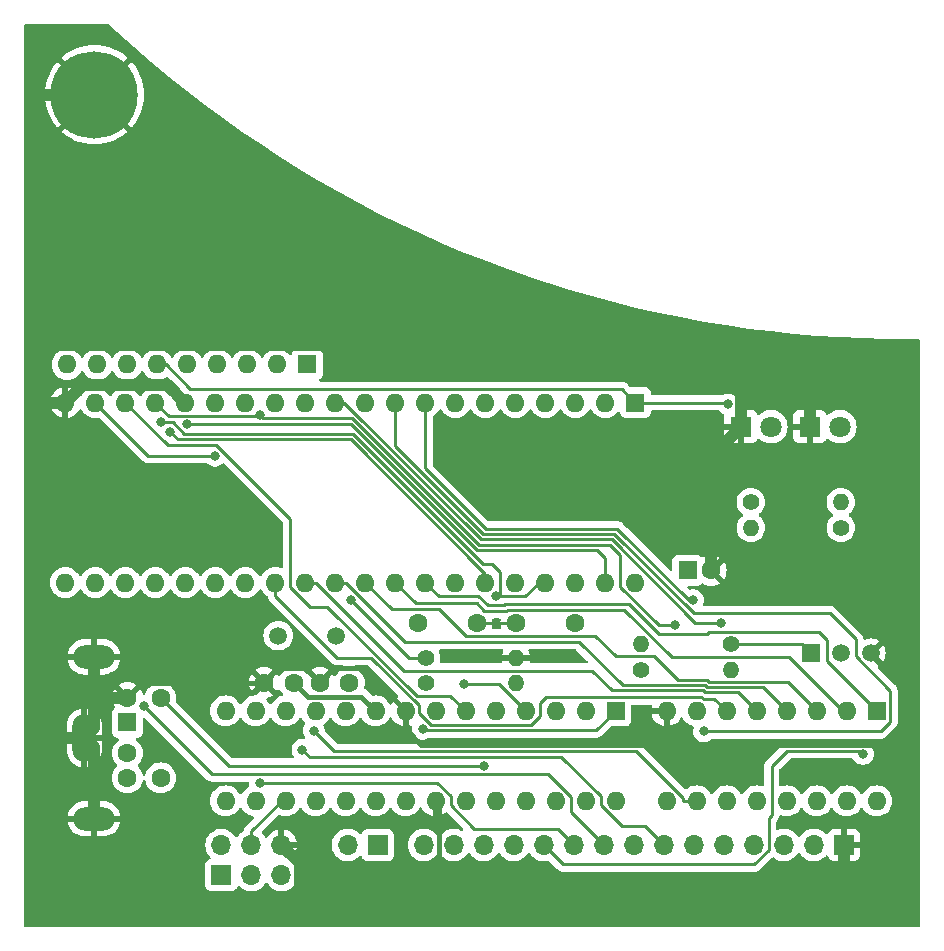
<source format=gbr>
%TF.GenerationSoftware,KiCad,Pcbnew,7.0.7*%
%TF.CreationDate,2023-11-28T10:30:52+00:00*%
%TF.ProjectId,Lynx-PS2,4c796e78-2d50-4533-922e-6b696361645f,rev?*%
%TF.SameCoordinates,Original*%
%TF.FileFunction,Copper,L2,Bot*%
%TF.FilePolarity,Positive*%
%FSLAX46Y46*%
G04 Gerber Fmt 4.6, Leading zero omitted, Abs format (unit mm)*
G04 Created by KiCad (PCBNEW 7.0.7) date 2023-11-28 10:30:52*
%MOMM*%
%LPD*%
G01*
G04 APERTURE LIST*
%TA.AperFunction,ComponentPad*%
%ADD10C,1.600000*%
%TD*%
%TA.AperFunction,ComponentPad*%
%ADD11C,1.400000*%
%TD*%
%TA.AperFunction,ComponentPad*%
%ADD12O,1.400000X1.400000*%
%TD*%
%TA.AperFunction,ComponentPad*%
%ADD13R,1.700000X1.700000*%
%TD*%
%TA.AperFunction,ComponentPad*%
%ADD14O,1.700000X1.700000*%
%TD*%
%TA.AperFunction,ComponentPad*%
%ADD15C,7.400000*%
%TD*%
%TA.AperFunction,ComponentPad*%
%ADD16R,1.800000X1.800000*%
%TD*%
%TA.AperFunction,ComponentPad*%
%ADD17C,1.800000*%
%TD*%
%TA.AperFunction,ComponentPad*%
%ADD18R,1.500000X1.500000*%
%TD*%
%TA.AperFunction,ComponentPad*%
%ADD19C,1.500000*%
%TD*%
%TA.AperFunction,ComponentPad*%
%ADD20R,1.600000X1.600000*%
%TD*%
%TA.AperFunction,ComponentPad*%
%ADD21O,1.600000X1.600000*%
%TD*%
%TA.AperFunction,ComponentPad*%
%ADD22O,3.500000X2.000000*%
%TD*%
%TA.AperFunction,ComponentPad*%
%ADD23O,2.000000X4.000000*%
%TD*%
%TA.AperFunction,ViaPad*%
%ADD24C,0.800000*%
%TD*%
%TA.AperFunction,Conductor*%
%ADD25C,0.250000*%
%TD*%
%TA.AperFunction,Conductor*%
%ADD26C,1.000000*%
%TD*%
%TA.AperFunction,Conductor*%
%ADD27C,0.400000*%
%TD*%
G04 APERTURE END LIST*
D10*
%TO.P,C4,1*%
%TO.N,Net-(U4-PB7)*%
X62660000Y-102300000D03*
%TO.P,C4,2*%
%TO.N,GND*%
X60160000Y-102300000D03*
%TD*%
D11*
%TO.P,R17,1*%
%TO.N,Net-(Q1-B)*%
X104270000Y-89180000D03*
D12*
%TO.P,R17,2*%
%TO.N,Net-(D19-A)*%
X96650000Y-89180000D03*
%TD*%
D13*
%TO.P,J800,1,Pin_1*%
%TO.N,ADMISO*%
X51820000Y-118600000D03*
D14*
%TO.P,J800,2,Pin_2*%
%TO.N,+5V*%
X51820000Y-116060000D03*
%TO.P,J800,3,Pin_3*%
%TO.N,ADSCK*%
X54360000Y-118600000D03*
%TO.P,J800,4,Pin_4*%
%TO.N,ADMOSI*%
X54360000Y-116060000D03*
%TO.P,J800,5,Pin_5*%
%TO.N,ADRESET*%
X56900000Y-118600000D03*
%TO.P,J800,6,Pin_6*%
%TO.N,GND*%
X56900000Y-116060000D03*
%TD*%
D10*
%TO.P,C1,1*%
%TO.N,GND*%
X76750000Y-97250000D03*
%TO.P,C1,2*%
%TO.N,+5V*%
X81750000Y-97250000D03*
%TD*%
D11*
%TO.P,R10,1*%
%TO.N,+5V*%
X69140000Y-102370000D03*
D12*
%TO.P,R10,2*%
%TO.N,ADRESET*%
X76760000Y-102370000D03*
%TD*%
D15*
%TO.P,H1,1,1*%
%TO.N,GND*%
X41075000Y-52525000D03*
%TD*%
D16*
%TO.P,D18,1,K*%
%TO.N,GND*%
X95815000Y-80630000D03*
D17*
%TO.P,D18,2,A*%
%TO.N,Net-(D18-A)*%
X98355000Y-80630000D03*
%TD*%
D18*
%TO.P,Q1,1,C*%
%TO.N,!RST*%
X101727000Y-99822000D03*
D19*
%TO.P,Q1,2,B*%
%TO.N,Net-(Q1-B)*%
X104267000Y-99822000D03*
%TO.P,Q1,3,E*%
%TO.N,GND*%
X106807000Y-99822000D03*
%TD*%
D11*
%TO.P,R9,1*%
%TO.N,!RST*%
X94994000Y-99064000D03*
D12*
%TO.P,R9,2*%
%TO.N,+5V*%
X87374000Y-99064000D03*
%TD*%
D16*
%TO.P,D19,1,K*%
%TO.N,GND*%
X101640000Y-80630000D03*
D17*
%TO.P,D19,2,A*%
%TO.N,Net-(D19-A)*%
X104180000Y-80630000D03*
%TD*%
D13*
%TO.P,J1,1,Pin_1*%
%TO.N,Net-(J1-Pin_1)*%
X65055000Y-116050000D03*
D14*
%TO.P,J1,2,Pin_2*%
%TO.N,+5V*%
X62515000Y-116050000D03*
%TD*%
D11*
%TO.P,R15,1*%
%TO.N,FLOAT*%
X69140000Y-100200000D03*
D12*
%TO.P,R15,2*%
%TO.N,GND*%
X76760000Y-100200000D03*
%TD*%
D11*
%TO.P,R16,1*%
%TO.N,Net-(D19-A)*%
X87374000Y-101214000D03*
D12*
%TO.P,R16,2*%
%TO.N,BREAK*%
X94994000Y-101214000D03*
%TD*%
D20*
%TO.P,RN1,1,common*%
%TO.N,+5V*%
X59080000Y-75370000D03*
D21*
%TO.P,RN1,2,R1*%
%TO.N,ROW7*%
X56540000Y-75370000D03*
%TO.P,RN1,3,R2*%
%TO.N,ROW6*%
X54000000Y-75370000D03*
%TO.P,RN1,4,R3*%
%TO.N,ROW5*%
X51460000Y-75370000D03*
%TO.P,RN1,5,R4*%
%TO.N,ROW4*%
X48920000Y-75370000D03*
%TO.P,RN1,6,R5*%
%TO.N,ROW3*%
X46380000Y-75370000D03*
%TO.P,RN1,7,R6*%
%TO.N,ROW2*%
X43840000Y-75370000D03*
%TO.P,RN1,8,R7*%
%TO.N,ROW1*%
X41300000Y-75370000D03*
%TO.P,RN1,9,R8*%
%TO.N,ROW0*%
X38760000Y-75370000D03*
%TD*%
D20*
%TO.P,C2,1*%
%TO.N,+5V*%
X91290000Y-92800000D03*
D10*
%TO.P,C2,2*%
%TO.N,GND*%
X93290000Y-92800000D03*
%TD*%
D20*
%TO.P,U3,1,~{Q0}*%
%TO.N,COL0*%
X107305000Y-104700000D03*
D21*
%TO.P,U3,2,~{Q1}*%
%TO.N,COL1*%
X104765000Y-104700000D03*
%TO.P,U3,3,~{Q2}*%
%TO.N,COL2*%
X102225000Y-104700000D03*
%TO.P,U3,4,~{Q3}*%
%TO.N,COL3*%
X99685000Y-104700000D03*
%TO.P,U3,5,~{Q4}*%
%TO.N,COL4*%
X97145000Y-104700000D03*
%TO.P,U3,6,~{Q5}*%
%TO.N,COL5*%
X94605000Y-104700000D03*
%TO.P,U3,7,~{Q6}*%
%TO.N,COL6*%
X92065000Y-104700000D03*
%TO.P,U3,8,GND*%
%TO.N,GND*%
X89525000Y-104700000D03*
%TO.P,U3,9,~{Q7}*%
%TO.N,COL7*%
X89525000Y-112320000D03*
%TO.P,U3,10,~{Q8}*%
%TO.N,COL8*%
X92065000Y-112320000D03*
%TO.P,U3,11,~{Q9}*%
%TO.N,COL9*%
X94605000Y-112320000D03*
%TO.P,U3,12,D*%
%TO.N,/KBA3*%
X97145000Y-112320000D03*
%TO.P,U3,13,C*%
%TO.N,/KBA2*%
X99685000Y-112320000D03*
%TO.P,U3,14,B*%
%TO.N,/KBA1*%
X102225000Y-112320000D03*
%TO.P,U3,15,A*%
%TO.N,/KBA0*%
X104765000Y-112320000D03*
%TO.P,U3,16,VCC*%
%TO.N,+5V*%
X107305000Y-112320000D03*
%TD*%
D20*
%TO.P,U4,1,PC6*%
%TO.N,ADRESET*%
X85190000Y-104700000D03*
D21*
%TO.P,U4,2,PD0*%
%TO.N,/AD0*%
X82650000Y-104700000D03*
%TO.P,U4,3,PD1*%
%TO.N,/AD1*%
X80110000Y-104700000D03*
%TO.P,U4,4,PD2*%
%TO.N,MTDATA*%
X77570000Y-104700000D03*
%TO.P,U4,5,PD3*%
%TO.N,PS2-CLK*%
X75030000Y-104700000D03*
%TO.P,U4,6,PD4*%
%TO.N,MTSTROBE*%
X72490000Y-104700000D03*
%TO.P,U4,7,VCC*%
%TO.N,+5V*%
X69950000Y-104700000D03*
%TO.P,U4,8,GND*%
%TO.N,GND*%
X67410000Y-104700000D03*
%TO.P,U4,9,PB6*%
%TO.N,Net-(U4-PB6)*%
X64870000Y-104700000D03*
%TO.P,U4,10,PB7*%
%TO.N,Net-(U4-PB7)*%
X62330000Y-104700000D03*
%TO.P,U4,11,PD5*%
%TO.N,AY2*%
X59790000Y-104700000D03*
%TO.P,U4,12,PD6*%
%TO.N,AY1*%
X57250000Y-104700000D03*
%TO.P,U4,13,PD7*%
%TO.N,AY0*%
X54710000Y-104700000D03*
%TO.P,U4,14,PB0*%
%TO.N,AX2*%
X52170000Y-104700000D03*
%TO.P,U4,15,PB1*%
%TO.N,AX1*%
X52170000Y-112320000D03*
%TO.P,U4,16,PB2*%
%TO.N,AX0*%
X54710000Y-112320000D03*
%TO.P,U4,17,PB3*%
%TO.N,ADMOSI*%
X57250000Y-112320000D03*
%TO.P,U4,18,PB4*%
%TO.N,ADMISO*%
X59790000Y-112320000D03*
%TO.P,U4,19,PB5*%
%TO.N,ADSCK*%
X62330000Y-112320000D03*
%TO.P,U4,20,AVCC*%
%TO.N,+5V*%
X64870000Y-112320000D03*
%TO.P,U4,21,AREF*%
%TO.N,Net-(U4-AREF)*%
X67410000Y-112320000D03*
%TO.P,U4,22,GND*%
%TO.N,GND*%
X69950000Y-112320000D03*
%TO.P,U4,23,PC0*%
%TO.N,BREAK*%
X72490000Y-112320000D03*
%TO.P,U4,24,PC1*%
%TO.N,/AA1*%
X75030000Y-112320000D03*
%TO.P,U4,25,PC2*%
%TO.N,/AA2*%
X77570000Y-112320000D03*
%TO.P,U4,26,PC3*%
%TO.N,/AA3*%
X80110000Y-112320000D03*
%TO.P,U4,27,PC4*%
%TO.N,/AA4*%
X82650000Y-112320000D03*
%TO.P,U4,28,PC5*%
%TO.N,/AA5*%
X85190000Y-112320000D03*
%TD*%
D10*
%TO.P,C5,1*%
%TO.N,Net-(U4-AREF)*%
X68470000Y-97230000D03*
%TO.P,C5,2*%
%TO.N,GND*%
X73470000Y-97230000D03*
%TD*%
D13*
%TO.P,PL1,1,Pin_1*%
%TO.N,GND*%
X104521000Y-116050000D03*
D14*
%TO.P,PL1,2,Pin_2*%
%TO.N,/KBA0*%
X101981000Y-116050000D03*
%TO.P,PL1,3,Pin_3*%
%TO.N,/KBA1*%
X99441000Y-116050000D03*
%TO.P,PL1,4,Pin_4*%
%TO.N,/KBA2*%
X96901000Y-116050000D03*
%TO.P,PL1,5,Pin_5*%
%TO.N,/KBA3*%
X94361000Y-116050000D03*
%TO.P,PL1,6,Pin_6*%
%TO.N,!RST*%
X91821000Y-116050000D03*
%TO.P,PL1,7,Pin_7*%
%TO.N,ROW7*%
X89281000Y-116050000D03*
%TO.P,PL1,8,Pin_8*%
%TO.N,ROW6*%
X86741000Y-116050000D03*
%TO.P,PL1,9,Pin_9*%
%TO.N,ROW5*%
X84201000Y-116050000D03*
%TO.P,PL1,10,Pin_10*%
%TO.N,ROW4*%
X81661000Y-116050000D03*
%TO.P,PL1,11,Pin_11*%
%TO.N,ROW3*%
X79121000Y-116050000D03*
%TO.P,PL1,12,Pin_12*%
%TO.N,ROW2*%
X76581000Y-116050000D03*
%TO.P,PL1,13,Pin_13*%
%TO.N,ROW1*%
X74041000Y-116050000D03*
%TO.P,PL1,14,Pin_14*%
%TO.N,ROW0*%
X71501000Y-116050000D03*
%TO.P,PL1,15,Pin_15*%
%TO.N,Net-(J1-Pin_1)*%
X68961000Y-116050000D03*
%TD*%
D10*
%TO.P,C3,1*%
%TO.N,Net-(U4-PB6)*%
X57940000Y-102300000D03*
%TO.P,C3,2*%
%TO.N,GND*%
X55440000Y-102300000D03*
%TD*%
D19*
%TO.P,Y1,1,1*%
%TO.N,Net-(U4-PB6)*%
X56640000Y-98320000D03*
%TO.P,Y1,2,2*%
%TO.N,Net-(U4-PB7)*%
X61520000Y-98320000D03*
%TD*%
D11*
%TO.P,R18,1*%
%TO.N,Net-(D18-A)*%
X96650000Y-87020000D03*
D12*
%TO.P,R18,2*%
%TO.N,+5V*%
X104270000Y-87020000D03*
%TD*%
D20*
%TO.P,U1,1,Pin_1*%
%TO.N,ROW3*%
X86870000Y-78590000D03*
D21*
%TO.P,U1,2,Pin_2*%
%TO.N,AY2*%
X84330000Y-78590000D03*
%TO.P,U1,3,Pin_3*%
%TO.N,ADSCK*%
X81790000Y-78590000D03*
%TO.P,U1,4,Pin_4*%
%TO.N,ADMOSI*%
X79250000Y-78590000D03*
%TO.P,U1,5,Pin_5*%
%TO.N,AX0*%
X76710000Y-78590000D03*
%TO.P,U1,6,Pin_6*%
%TO.N,COL14*%
X74170000Y-78590000D03*
%TO.P,U1,7,Pin_7*%
%TO.N,FLOAT*%
X71630000Y-78590000D03*
%TO.P,U1,8,Pin_8*%
%TO.N,COL6*%
X69090000Y-78590000D03*
%TO.P,U1,9,Pin_9*%
%TO.N,COL7*%
X66550000Y-78590000D03*
%TO.P,U1,10,Pin_10*%
%TO.N,COL8*%
X64010000Y-78590000D03*
%TO.P,U1,11,Pin_11*%
%TO.N,COL9*%
X61470000Y-78590000D03*
%TO.P,U1,12,Pin_12*%
%TO.N,COL10*%
X58930000Y-78590000D03*
%TO.P,U1,13,Pin_13*%
%TO.N,COL11*%
X56390000Y-78590000D03*
%TO.P,U1,14,Pin_14*%
%TO.N,unconnected-(U1-Pin_14-Pad14)*%
X53850000Y-78590000D03*
%TO.P,U1,15,Pin_15*%
%TO.N,ROW7*%
X51310000Y-78590000D03*
%TO.P,U1,16,Pin_16*%
%TO.N,GND*%
X48770000Y-78590000D03*
%TO.P,U1,17,Pin_17*%
%TO.N,ROW6*%
X46230000Y-78590000D03*
%TO.P,U1,18,Pin_18*%
%TO.N,MTSTROBE*%
X43690000Y-78590000D03*
%TO.P,U1,19,Pin_19*%
%TO.N,ROW5*%
X41150000Y-78590000D03*
%TO.P,U1,20,Pin_20*%
%TO.N,GND*%
X38610000Y-78590000D03*
%TO.P,U1,21,Pin_21*%
%TO.N,ROW4*%
X38610000Y-93830000D03*
%TO.P,U1,22,Pin_22*%
%TO.N,AX1*%
X41150000Y-93830000D03*
%TO.P,U1,23,Pin_23*%
%TO.N,AX2*%
X43690000Y-93830000D03*
%TO.P,U1,24,Pin_24*%
%TO.N,AY0*%
X46230000Y-93830000D03*
%TO.P,U1,25,Pin_25*%
%TO.N,AY1*%
X48770000Y-93830000D03*
%TO.P,U1,26,Pin_26*%
%TO.N,COL13*%
X51310000Y-93830000D03*
%TO.P,U1,27,Pin_27*%
%TO.N,COL12*%
X53850000Y-93830000D03*
%TO.P,U1,28,Pin_28*%
%TO.N,COL5*%
X56390000Y-93830000D03*
%TO.P,U1,29,Pin_29*%
%TO.N,COL4*%
X58930000Y-93830000D03*
%TO.P,U1,30,Pin_30*%
%TO.N,COL3*%
X61470000Y-93830000D03*
%TO.P,U1,31,Pin_31*%
%TO.N,COL2*%
X64010000Y-93830000D03*
%TO.P,U1,32,Pin_32*%
%TO.N,COL1*%
X66550000Y-93830000D03*
%TO.P,U1,33,Pin_33*%
%TO.N,COL0*%
X69090000Y-93830000D03*
%TO.P,U1,34,Pin_34*%
%TO.N,unconnected-(U1-Pin_34-Pad34)*%
X71630000Y-93830000D03*
%TO.P,U1,35,Pin_35*%
%TO.N,ROW0*%
X74170000Y-93830000D03*
%TO.P,U1,36,Pin_36*%
%TO.N,+5V*%
X76710000Y-93830000D03*
%TO.P,U1,37,Pin_37*%
%TO.N,ROW1*%
X79250000Y-93830000D03*
%TO.P,U1,38,Pin_38*%
%TO.N,MTDATA*%
X81790000Y-93830000D03*
%TO.P,U1,39,Pin_39*%
%TO.N,ROW2*%
X84330000Y-93830000D03*
%TO.P,U1,40,Pin_40*%
%TO.N,+5V*%
X86870000Y-93830000D03*
%TD*%
D20*
%TO.P,J3,1*%
%TO.N,ADMISO*%
X43870000Y-105670000D03*
D10*
%TO.P,J3,2*%
%TO.N,unconnected-(J3-Pad2)*%
X43870000Y-108270000D03*
%TO.P,J3,3*%
%TO.N,GND*%
X43870000Y-103570000D03*
%TO.P,J3,4*%
%TO.N,+5V*%
X43870000Y-110370000D03*
%TO.P,J3,5*%
%TO.N,PS2-CLK*%
X46670000Y-103570000D03*
%TO.P,J3,6*%
%TO.N,unconnected-(J3-Pad6)*%
X46670000Y-110370000D03*
D22*
%TO.P,J3,7*%
%TO.N,GND*%
X41020000Y-113820000D03*
D23*
X40220000Y-106970000D03*
D22*
X41020000Y-100120000D03*
%TD*%
D24*
%TO.N,MTDATA*%
X72322800Y-102414300D03*
%TO.N,ADRESET*%
X68867000Y-106236400D03*
%TO.N,COL9*%
X94099300Y-97238300D03*
%TO.N,COL8*%
X59652000Y-106361100D03*
%TO.N,COL7*%
X92662300Y-106435000D03*
%TO.N,COL6*%
X91770300Y-95309600D03*
%TO.N,FLOAT*%
X62800551Y-95285349D03*
%TO.N,ROW0*%
X47504800Y-81094100D03*
%TO.N,ROW1*%
X75089600Y-95005800D03*
X46686000Y-80244600D03*
%TO.N,ROW2*%
X48911400Y-80449800D03*
%TO.N,ROW3*%
X94706200Y-78757500D03*
X106139000Y-108369500D03*
%TO.N,ROW4*%
X55085800Y-110830200D03*
%TO.N,ROW5*%
X51286100Y-83107300D03*
X45270100Y-104295000D03*
%TO.N,ROW6*%
X55064300Y-79647500D03*
X90186500Y-97453000D03*
%TO.N,ROW7*%
X58671100Y-107987800D03*
%TO.N,PS2-CLK*%
X74062100Y-109332400D03*
%TD*%
D25*
%TO.N,ROW1*%
X62987100Y-81256900D02*
X73974900Y-92244700D01*
X74724700Y-92244700D02*
X75380000Y-92900000D01*
X47680900Y-80244600D02*
X48693200Y-81256900D01*
X48693200Y-81256900D02*
X62987100Y-81256900D01*
X46686000Y-80244600D02*
X47680900Y-80244600D01*
X73974900Y-92244700D02*
X74724700Y-92244700D01*
X75380000Y-92900000D02*
X75380000Y-94927200D01*
X75380000Y-94927200D02*
X75301400Y-95005800D01*
%TO.N,ADMOSI*%
X54360000Y-114884900D02*
X54360000Y-116060000D01*
X56924900Y-112320000D02*
X54360000Y-114884900D01*
X57250000Y-112320000D02*
X56924900Y-112320000D01*
%TO.N,ROW3*%
X80774300Y-117703300D02*
X79121000Y-116050000D01*
X96933800Y-117703300D02*
X80774300Y-117703300D01*
X98171000Y-116466100D02*
X96933800Y-117703300D01*
X98171000Y-113755000D02*
X98171000Y-116466100D01*
X99715000Y-108095000D02*
X98415000Y-109395000D01*
X105864500Y-108095000D02*
X99715000Y-108095000D01*
X106139000Y-108369500D02*
X105864500Y-108095000D01*
X98415000Y-113511000D02*
X98171000Y-113755000D01*
X98415000Y-109395000D02*
X98415000Y-113511000D01*
%TO.N,COL0*%
X107300000Y-104700000D02*
X107305000Y-104700000D01*
X103062800Y-100462800D02*
X107300000Y-104700000D01*
X103062800Y-98662800D02*
X103062800Y-100462800D01*
X102435400Y-98035400D02*
X103062800Y-98662800D01*
X93131400Y-98035400D02*
X102435400Y-98035400D01*
X92965600Y-98201200D02*
X93131400Y-98035400D01*
X75859900Y-95674700D02*
X86324400Y-95674700D01*
X86324400Y-95674700D02*
X88850900Y-98201200D01*
X75765900Y-95768700D02*
X75859900Y-95674700D01*
X73586800Y-94955100D02*
X74400400Y-95768700D01*
X88850900Y-98201200D02*
X92965600Y-98201200D01*
X70215100Y-94955100D02*
X73586800Y-94955100D01*
X74400400Y-95768700D02*
X75765900Y-95768700D01*
X69090000Y-93830000D02*
X70215100Y-94955100D01*
%TO.N,COL7*%
X107642400Y-106435000D02*
X92662300Y-106435000D01*
X108430200Y-105647200D02*
X107642400Y-106435000D01*
X108430200Y-102976900D02*
X108430200Y-105647200D01*
X91798200Y-96441300D02*
X103331300Y-96441300D01*
X105537000Y-98647000D02*
X105537000Y-100083700D01*
X74010892Y-89734700D02*
X85091600Y-89734700D01*
X105537000Y-100083700D02*
X108430200Y-102976900D01*
X66550000Y-82273808D02*
X74010892Y-89734700D01*
X103331300Y-96441300D02*
X105537000Y-98647000D01*
X66550000Y-78590000D02*
X66550000Y-82273808D01*
X85091600Y-89734700D02*
X91798200Y-96441300D01*
%TO.N,ROW2*%
X62816600Y-80449800D02*
X48911400Y-80449800D01*
X73451700Y-91084900D02*
X62816600Y-80449800D01*
X84330000Y-91780000D02*
X83634900Y-91084900D01*
X84330000Y-93830000D02*
X84330000Y-91780000D01*
X83634900Y-91084900D02*
X73451700Y-91084900D01*
%TO.N,ROW6*%
X85600000Y-94204600D02*
X88848400Y-97453000D01*
X84703904Y-90634900D02*
X85600000Y-91530996D01*
X85600000Y-91530996D02*
X85600000Y-94204600D01*
X73638300Y-90634900D02*
X84703904Y-90634900D01*
X55318500Y-79901700D02*
X62905100Y-79901700D01*
X55064300Y-79647500D02*
X55318500Y-79901700D01*
X62905100Y-79901700D02*
X73638300Y-90634900D01*
X88848400Y-97453000D02*
X90186500Y-97453000D01*
%TO.N,COL6*%
X69090000Y-84177412D02*
X69090000Y-78590000D01*
X74197288Y-89284700D02*
X69090000Y-84177412D01*
X85356500Y-89284700D02*
X74197288Y-89284700D01*
X91381400Y-95309600D02*
X85356500Y-89284700D01*
X91770300Y-95309600D02*
X91381400Y-95309600D01*
%TO.N,COL9*%
X91943700Y-97238300D02*
X94099300Y-97238300D01*
X84890300Y-90184900D02*
X91943700Y-97238300D01*
X62229796Y-78590000D02*
X73824696Y-90184900D01*
X61470000Y-78590000D02*
X62229796Y-78590000D01*
X73824696Y-90184900D02*
X84890300Y-90184900D01*
%TO.N,ROW0*%
X48117700Y-81707000D02*
X47504800Y-81094100D01*
X62757000Y-81707000D02*
X48117700Y-81707000D01*
X74170000Y-93120000D02*
X62757000Y-81707000D01*
X74170000Y-93830000D02*
X74170000Y-93120000D01*
%TO.N,MTSTROBE*%
X71202600Y-103412600D02*
X72490000Y-104700000D01*
X60802100Y-95864000D02*
X68350700Y-103412600D01*
X68350700Y-103412600D02*
X71202600Y-103412600D01*
X59339400Y-95864000D02*
X60802100Y-95864000D01*
X57660000Y-88423100D02*
X57660000Y-94184600D01*
X57660000Y-94184600D02*
X59339400Y-95864000D01*
X51394100Y-82157200D02*
X57660000Y-88423100D01*
X47257200Y-82157200D02*
X51394100Y-82157200D01*
X43690000Y-78590000D02*
X47257200Y-82157200D01*
%TO.N,MTDATA*%
X75284300Y-102414300D02*
X72322800Y-102414300D01*
X77570000Y-104700000D02*
X75284300Y-102414300D01*
%TO.N,COL5*%
X56390000Y-94955100D02*
X56390000Y-93830000D01*
X61647000Y-100212100D02*
X56390000Y-94955100D01*
X64513500Y-100212100D02*
X61647000Y-100212100D01*
X68535200Y-104233800D02*
X64513500Y-100212100D01*
X68535200Y-104879100D02*
X68535200Y-104233800D01*
X69527600Y-105871500D02*
X68535200Y-104879100D01*
X78810000Y-105092300D02*
X78030800Y-105871500D01*
X92513104Y-103535500D02*
X79294500Y-103535500D01*
X92637604Y-103660000D02*
X92513104Y-103535500D01*
X78810000Y-104020000D02*
X78810000Y-105092300D01*
X93565000Y-103660000D02*
X92637604Y-103660000D01*
X94605000Y-104700000D02*
X93565000Y-103660000D01*
X78030800Y-105871500D02*
X69527600Y-105871500D01*
X79294500Y-103535500D02*
X78810000Y-104020000D01*
%TO.N,ADRESET*%
X83564200Y-106325800D02*
X85190000Y-104700000D01*
X68956400Y-106325800D02*
X83564200Y-106325800D01*
X68867000Y-106236400D02*
X68956400Y-106325800D01*
%TO.N,COL4*%
X59831400Y-93830000D02*
X58930000Y-93830000D01*
X83189100Y-101285000D02*
X67286400Y-101285000D01*
X92586900Y-102972900D02*
X84877000Y-102972900D01*
X67286400Y-101285000D02*
X59831400Y-93830000D01*
X95584100Y-103139100D02*
X92753100Y-103139100D01*
X92753100Y-103139100D02*
X92586900Y-102972900D01*
X97145000Y-104700000D02*
X95584100Y-103139100D01*
X84877000Y-102972900D02*
X83189100Y-101285000D01*
%TO.N,COL3*%
X82099300Y-98840800D02*
X67380600Y-98840800D01*
X92939700Y-102689100D02*
X92773400Y-102522800D01*
X85781300Y-102522800D02*
X82099300Y-98840800D01*
X97674100Y-102689100D02*
X92939700Y-102689100D01*
X67380600Y-98840800D02*
X62369800Y-93830000D01*
X99685000Y-104700000D02*
X97674100Y-102689100D01*
X92773400Y-102522800D02*
X85781300Y-102522800D01*
X62369800Y-93830000D02*
X61470000Y-93830000D01*
%TO.N,COL2*%
X66226000Y-96046000D02*
X64010000Y-93830000D01*
X70235700Y-96046000D02*
X66226000Y-96046000D01*
X72564900Y-98375200D02*
X70235700Y-96046000D01*
X83493800Y-98375200D02*
X72564900Y-98375200D01*
X85207800Y-100089200D02*
X83493800Y-98375200D01*
X92959900Y-102072700D02*
X90452400Y-102072700D01*
X88468900Y-100089200D02*
X85207800Y-100089200D01*
X93126300Y-102239100D02*
X92959900Y-102072700D01*
X99764100Y-102239100D02*
X93126300Y-102239100D01*
X102225000Y-104700000D02*
X99764100Y-102239100D01*
X90452400Y-102072700D02*
X88468900Y-100089200D01*
%TO.N,COL1*%
X104440000Y-104700000D02*
X104765000Y-104700000D01*
X99879000Y-100139000D02*
X104440000Y-104700000D01*
X75938700Y-96232500D02*
X76046400Y-96124800D01*
X74063800Y-96232500D02*
X75938700Y-96232500D01*
X73427100Y-95595800D02*
X74063800Y-96232500D01*
X85942700Y-96124800D02*
X89956900Y-100139000D01*
X68315800Y-95595800D02*
X73427100Y-95595800D01*
X76046400Y-96124800D02*
X85942700Y-96124800D01*
X89956900Y-100139000D02*
X99879000Y-100139000D01*
X66550000Y-93830000D02*
X68315800Y-95595800D01*
%TO.N,!RST*%
X100969000Y-99064000D02*
X101727000Y-99822000D01*
X94994000Y-99064000D02*
X100969000Y-99064000D01*
%TO.N,ROW7*%
X83920000Y-111923600D02*
X80603700Y-108607300D01*
X59290600Y-108607300D02*
X58671100Y-107987800D01*
X83920000Y-112652400D02*
X83920000Y-111923600D01*
X80603700Y-108607300D02*
X59290600Y-108607300D01*
X87690000Y-114460000D02*
X85727600Y-114460000D01*
X85727600Y-114460000D02*
X83920000Y-112652400D01*
X89280000Y-116050000D02*
X87690000Y-114460000D01*
X89281000Y-116050000D02*
X89280000Y-116050000D01*
%TO.N,ROW5*%
X81400100Y-113249100D02*
X84201000Y-116050000D01*
X81400100Y-111965200D02*
X81400100Y-113249100D01*
X79492400Y-110057500D02*
X81400100Y-111965200D01*
X51032600Y-110057500D02*
X79492400Y-110057500D01*
X45270100Y-104295000D02*
X51032600Y-110057500D01*
%TO.N,ROW4*%
X80328800Y-114717800D02*
X81661000Y-116050000D01*
X73244200Y-114717800D02*
X80328800Y-114717800D01*
X71220000Y-111941800D02*
X71220000Y-112693600D01*
X70108400Y-110830200D02*
X71220000Y-111941800D01*
X55085800Y-110830200D02*
X70108400Y-110830200D01*
X71220000Y-112693600D02*
X73244200Y-114717800D01*
%TO.N,FLOAT*%
X62800551Y-95335151D02*
X67665400Y-100200000D01*
X67665400Y-100200000D02*
X69140000Y-100200000D01*
X62800551Y-95285349D02*
X62800551Y-95335151D01*
%TO.N,ROW3*%
X85744900Y-77464900D02*
X49194900Y-77464900D01*
X49194900Y-77464900D02*
X47100000Y-75370000D01*
X47100000Y-75370000D02*
X46380000Y-75370000D01*
X86870000Y-78590000D02*
X85744900Y-77464900D01*
%TO.N,ROW6*%
X54987100Y-79724700D02*
X55064300Y-79647500D01*
X47364700Y-79724700D02*
X54987100Y-79724700D01*
X46230000Y-78590000D02*
X47364700Y-79724700D01*
%TO.N,ROW5*%
X45647300Y-83107300D02*
X51286100Y-83107300D01*
X41150000Y-78610000D02*
X45647300Y-83107300D01*
X41150000Y-78590000D02*
X41150000Y-78610000D01*
D26*
%TO.N,GND*%
X56900000Y-116060000D02*
X58450000Y-117610000D01*
X58450000Y-117610000D02*
X58450000Y-121540000D01*
X35602800Y-106970000D02*
X35602800Y-122272800D01*
X108504600Y-73735400D02*
X101680000Y-73735400D01*
D25*
%TO.N,COL8*%
X90939900Y-112086900D02*
X90939900Y-112320000D01*
X86948200Y-108095200D02*
X90939900Y-112086900D01*
X61386100Y-108095200D02*
X86948200Y-108095200D01*
X59652000Y-106361100D02*
X61386100Y-108095200D01*
X92065000Y-112320000D02*
X90939900Y-112320000D01*
%TO.N,ROW1*%
X79250000Y-93830000D02*
X78687500Y-93830000D01*
X77511700Y-95005800D02*
X75301400Y-95005800D01*
X78687500Y-93830000D02*
X77511700Y-95005800D01*
X75301400Y-95005800D02*
X75089600Y-95005800D01*
%TO.N,ROW3*%
X94538700Y-78590000D02*
X86870000Y-78590000D01*
X94706200Y-78757500D02*
X94538700Y-78590000D01*
%TO.N,PS2-CLK*%
X52432400Y-109332400D02*
X74062100Y-109332400D01*
X46670000Y-103570000D02*
X52432400Y-109332400D01*
D27*
%TO.N,Net-(U4-PB6)*%
X63670000Y-103500000D02*
X64870000Y-104700000D01*
X59140000Y-103500000D02*
X63670000Y-103500000D01*
X57940000Y-102300000D02*
X59140000Y-103500000D01*
%TO.N,GND*%
X89525000Y-107545000D02*
X89525000Y-104700000D01*
X89550000Y-107570000D02*
X89525000Y-107545000D01*
X45140000Y-102300000D02*
X43870000Y-103570000D01*
X55440000Y-102300000D02*
X45140000Y-102300000D01*
D26*
X41090000Y-103570000D02*
X41020000Y-103500000D01*
X43870000Y-103570000D02*
X41090000Y-103570000D01*
X41020000Y-100120000D02*
X41020000Y-103500000D01*
X104521000Y-116050000D02*
X104521000Y-122438000D01*
D27*
X58960000Y-101100000D02*
X60160000Y-102300000D01*
X56640000Y-101100000D02*
X58960000Y-101100000D01*
X55440000Y-102300000D02*
X56640000Y-101100000D01*
X70211000Y-112581000D02*
X70211000Y-122358000D01*
X69950000Y-112320000D02*
X70211000Y-112581000D01*
D26*
X93290000Y-83155000D02*
X95815000Y-80630000D01*
X93290000Y-92800000D02*
X93290000Y-83155000D01*
X101640000Y-73775400D02*
X101680000Y-73735400D01*
X101640000Y-80630000D02*
X101640000Y-73775400D01*
X95815000Y-73820400D02*
X95900000Y-73735400D01*
X95815000Y-80630000D02*
X95815000Y-73820400D01*
X40110000Y-77090000D02*
X38610000Y-78590000D01*
X47270000Y-77090000D02*
X40110000Y-77090000D01*
X48770000Y-78590000D02*
X47270000Y-77090000D01*
X35602800Y-52650000D02*
X35602800Y-73880000D01*
X35727800Y-52525000D02*
X35602800Y-52650000D01*
X41075000Y-52525000D02*
X35727800Y-52525000D01*
X35835600Y-78590000D02*
X38610000Y-78590000D01*
X35602800Y-78357200D02*
X35835600Y-78590000D01*
X40220000Y-106970000D02*
X35602800Y-106970000D01*
X41020000Y-106170000D02*
X40220000Y-106970000D01*
X41020000Y-103500000D02*
X41020000Y-106170000D01*
X41020000Y-107770000D02*
X40220000Y-106970000D01*
X41020000Y-113820000D02*
X41020000Y-107770000D01*
X35602800Y-78357200D02*
X35602800Y-106970000D01*
X101680000Y-73735400D02*
X95900000Y-73735400D01*
X35602800Y-73880000D02*
X35602800Y-74640000D01*
X35752800Y-73730000D02*
X35602800Y-73880000D01*
X35758200Y-73735400D02*
X35752800Y-73730000D01*
X95900000Y-73735400D02*
X35758200Y-73735400D01*
X35602800Y-73880000D02*
X35602800Y-74640000D01*
X35602800Y-74640000D02*
X35602800Y-78357200D01*
X35602800Y-106970000D02*
X35602800Y-107220000D01*
D27*
X68740000Y-107570000D02*
X89550000Y-107570000D01*
X67410000Y-106240000D02*
X68740000Y-107570000D01*
X67410000Y-104700000D02*
X67410000Y-106240000D01*
X89550000Y-107570000D02*
X110448000Y-107570000D01*
X63810000Y-101100000D02*
X67410000Y-104700000D01*
X61360000Y-101100000D02*
X63810000Y-101100000D01*
X60160000Y-102300000D02*
X61360000Y-101100000D01*
D25*
X73490000Y-97250000D02*
X73470000Y-97230000D01*
X76750000Y-97250000D02*
X73490000Y-97250000D01*
%TD*%
%TA.AperFunction,Conductor*%
%TO.N,GND*%
G36*
X64266773Y-100865285D02*
G01*
X64287415Y-100881919D01*
X66781356Y-103375860D01*
X66814841Y-103437183D01*
X66809857Y-103506875D01*
X66767985Y-103562808D01*
X66761261Y-103567244D01*
X66571179Y-103700342D01*
X66410342Y-103861179D01*
X66279865Y-104047517D01*
X66257071Y-104096401D01*
X66210898Y-104148840D01*
X66143705Y-104167992D01*
X66076824Y-104147776D01*
X66032307Y-104096401D01*
X66007523Y-104043251D01*
X65988670Y-104016326D01*
X65876198Y-103855700D01*
X65714300Y-103693802D01*
X65526749Y-103562477D01*
X65465281Y-103533814D01*
X65319249Y-103465718D01*
X65319238Y-103465714D01*
X65098089Y-103406457D01*
X65098081Y-103406456D01*
X64870002Y-103386502D01*
X64869998Y-103386502D01*
X64666075Y-103404343D01*
X64641925Y-103406456D01*
X64641136Y-103406525D01*
X64572636Y-103392758D01*
X64542648Y-103370678D01*
X64372958Y-103200988D01*
X64187434Y-103015464D01*
X64184900Y-103012772D01*
X64143273Y-102965785D01*
X64143272Y-102965784D01*
X64143271Y-102965783D01*
X64091628Y-102930136D01*
X64088611Y-102927916D01*
X64087629Y-102927147D01*
X64075333Y-102917513D01*
X64039227Y-102889225D01*
X64033235Y-102886528D01*
X64029760Y-102884964D01*
X64010216Y-102873941D01*
X64004852Y-102870239D01*
X64001677Y-102868047D01*
X64001675Y-102868046D01*
X63980108Y-102859866D01*
X63924408Y-102817690D01*
X63900351Y-102752092D01*
X63904306Y-102711839D01*
X63953543Y-102528087D01*
X63973498Y-102300000D01*
X63972173Y-102284860D01*
X63958607Y-102129800D01*
X63953543Y-102071913D01*
X63894284Y-101850757D01*
X63891952Y-101845757D01*
X63827706Y-101707979D01*
X63797523Y-101643251D01*
X63666198Y-101455700D01*
X63504300Y-101293802D01*
X63316749Y-101162477D01*
X63267253Y-101139397D01*
X63144126Y-101081982D01*
X63091686Y-101035810D01*
X63072534Y-100968617D01*
X63092749Y-100901735D01*
X63145915Y-100856401D01*
X63196530Y-100845600D01*
X64199734Y-100845600D01*
X64266773Y-100865285D01*
G37*
%TD.AperFunction*%
%TA.AperFunction,Conductor*%
G36*
X55961181Y-102470197D02*
G01*
X55977419Y-102483866D01*
X56519025Y-103025472D01*
X56570134Y-102952481D01*
X56572928Y-102946491D01*
X56619099Y-102894051D01*
X56686293Y-102874898D01*
X56753174Y-102895113D01*
X56797692Y-102946488D01*
X56802477Y-102956749D01*
X56933802Y-103144300D01*
X56933806Y-103144304D01*
X57007310Y-103217808D01*
X57040795Y-103279131D01*
X57035811Y-103348823D01*
X56993939Y-103404756D01*
X56951723Y-103425264D01*
X56800762Y-103465714D01*
X56800750Y-103465718D01*
X56593254Y-103562475D01*
X56593252Y-103562476D01*
X56567737Y-103580342D01*
X56405700Y-103693802D01*
X56405698Y-103693803D01*
X56405695Y-103693806D01*
X56243806Y-103855695D01*
X56112476Y-104043251D01*
X56092382Y-104086345D01*
X56046209Y-104138784D01*
X55979016Y-104157936D01*
X55912135Y-104137720D01*
X55867618Y-104086345D01*
X55847523Y-104043251D01*
X55828670Y-104016326D01*
X55716198Y-103855700D01*
X55644202Y-103783704D01*
X55610717Y-103722381D01*
X55615701Y-103652689D01*
X55657573Y-103596756D01*
X55699790Y-103576248D01*
X55886317Y-103526269D01*
X55886331Y-103526264D01*
X56092478Y-103430136D01*
X56165472Y-103379025D01*
X55623866Y-102837419D01*
X55590381Y-102776096D01*
X55595365Y-102706404D01*
X55637237Y-102650471D01*
X55655245Y-102639258D01*
X55678045Y-102627641D01*
X55767641Y-102538045D01*
X55779254Y-102515252D01*
X55827225Y-102464458D01*
X55895046Y-102447661D01*
X55961181Y-102470197D01*
G37*
%TD.AperFunction*%
%TA.AperFunction,Conductor*%
G36*
X75647590Y-99493985D02*
G01*
X75693345Y-99546789D01*
X75703289Y-99615947D01*
X75691551Y-99653572D01*
X75636239Y-99764651D01*
X75583505Y-99950000D01*
X76297953Y-99950000D01*
X76364992Y-99969685D01*
X76410747Y-100022489D01*
X76420691Y-100091647D01*
X76418158Y-100104443D01*
X76416017Y-100112896D01*
X76406371Y-100229299D01*
X76406371Y-100229302D01*
X76406372Y-100229302D01*
X76421010Y-100287108D01*
X76423151Y-100295560D01*
X76420525Y-100365381D01*
X76380569Y-100422698D01*
X76315968Y-100449314D01*
X76302945Y-100450000D01*
X75583505Y-100450000D01*
X75595900Y-100493567D01*
X75595312Y-100563434D01*
X75557045Y-100621892D01*
X75493247Y-100650382D01*
X75476633Y-100651500D01*
X70431752Y-100651500D01*
X70364713Y-100631815D01*
X70318958Y-100579011D01*
X70309014Y-100509853D01*
X70311977Y-100495407D01*
X70318133Y-100472429D01*
X70334686Y-100410655D01*
X70353116Y-100200000D01*
X70352406Y-100191889D01*
X70344756Y-100104443D01*
X70334686Y-99989345D01*
X70279956Y-99785090D01*
X70217290Y-99650704D01*
X70206799Y-99581627D01*
X70235319Y-99517843D01*
X70293795Y-99479604D01*
X70329673Y-99474300D01*
X75580551Y-99474300D01*
X75647590Y-99493985D01*
G37*
%TD.AperFunction*%
%TA.AperFunction,Conductor*%
G36*
X81852573Y-99493985D02*
G01*
X81873215Y-99510619D01*
X82802415Y-100439819D01*
X82835900Y-100501142D01*
X82830916Y-100570834D01*
X82789044Y-100626767D01*
X82723580Y-100651184D01*
X82714734Y-100651500D01*
X78043367Y-100651500D01*
X77976328Y-100631815D01*
X77930573Y-100579011D01*
X77920629Y-100509853D01*
X77924100Y-100493567D01*
X77936495Y-100450000D01*
X77222047Y-100450000D01*
X77155008Y-100430315D01*
X77109253Y-100377511D01*
X77099309Y-100308353D01*
X77101842Y-100295557D01*
X77103979Y-100287114D01*
X77103982Y-100287108D01*
X77113628Y-100170698D01*
X77096849Y-100104438D01*
X77099475Y-100034619D01*
X77139431Y-99977302D01*
X77204032Y-99950686D01*
X77217055Y-99950000D01*
X77936495Y-99950000D01*
X77883760Y-99764651D01*
X77828449Y-99653572D01*
X77816188Y-99584787D01*
X77843061Y-99520292D01*
X77900536Y-99480564D01*
X77939449Y-99474300D01*
X81785534Y-99474300D01*
X81852573Y-99493985D01*
G37*
%TD.AperFunction*%
%TA.AperFunction,Conductor*%
G36*
X75412472Y-96885685D02*
G01*
X75458227Y-96938489D01*
X75468171Y-97007647D01*
X75465208Y-97022094D01*
X75464859Y-97023393D01*
X75464858Y-97023400D01*
X75445034Y-97249997D01*
X75445034Y-97250002D01*
X75464858Y-97476599D01*
X75464860Y-97476609D01*
X75494066Y-97585607D01*
X75492403Y-97655456D01*
X75453241Y-97713319D01*
X75389012Y-97740823D01*
X75374291Y-97741700D01*
X74840350Y-97741700D01*
X74773311Y-97722015D01*
X74727556Y-97669211D01*
X74717612Y-97600053D01*
X74720575Y-97585607D01*
X74755139Y-97456609D01*
X74755141Y-97456599D01*
X74774966Y-97230002D01*
X74774966Y-97229999D01*
X74754914Y-97000808D01*
X74768681Y-96932308D01*
X74817296Y-96882124D01*
X74878442Y-96866000D01*
X75345433Y-96866000D01*
X75412472Y-96885685D01*
G37*
%TD.AperFunction*%
%TA.AperFunction,Conductor*%
G36*
X42283452Y-46550776D02*
G01*
X42301261Y-46564665D01*
X42397632Y-46655091D01*
X42971366Y-47193435D01*
X44409255Y-48490486D01*
X45872342Y-49759044D01*
X47360063Y-50998622D01*
X48871843Y-52208740D01*
X50407100Y-53388932D01*
X51965240Y-54538742D01*
X53545664Y-55657727D01*
X55147760Y-56745455D01*
X56770912Y-57801507D01*
X58414492Y-58825475D01*
X60077867Y-59816963D01*
X61760395Y-60775590D01*
X63461427Y-61700986D01*
X65180306Y-62592793D01*
X66916369Y-63450667D01*
X68668948Y-64274279D01*
X70437364Y-65063308D01*
X72220937Y-65817453D01*
X74018978Y-66536420D01*
X75830793Y-67219934D01*
X77655684Y-67867730D01*
X79492946Y-68479559D01*
X81341871Y-69055183D01*
X83201744Y-69594382D01*
X85071849Y-70096948D01*
X86951465Y-70562685D01*
X88839865Y-70991416D01*
X90736322Y-71382973D01*
X92640104Y-71737207D01*
X94550475Y-72053981D01*
X96466700Y-72333171D01*
X98388039Y-72574672D01*
X100313751Y-72778388D01*
X102243092Y-72944243D01*
X104175319Y-73072171D01*
X106109686Y-73162124D01*
X108045446Y-73214067D01*
X108888540Y-73220124D01*
X108889120Y-73220299D01*
X108907312Y-73220259D01*
X109981853Y-73227979D01*
X110823948Y-73217490D01*
X110891226Y-73236338D01*
X110937635Y-73288568D01*
X110949491Y-73341487D01*
X110946707Y-122862307D01*
X110927019Y-122929345D01*
X110874212Y-122975097D01*
X110822707Y-122986300D01*
X35227300Y-122986300D01*
X35160261Y-122966615D01*
X35114506Y-122913811D01*
X35103300Y-122862300D01*
X35103300Y-113569999D01*
X38790976Y-113569999D01*
X38790978Y-113570000D01*
X39656653Y-113570000D01*
X39723692Y-113589685D01*
X39769447Y-113642489D01*
X39779391Y-113711647D01*
X39775631Y-113728933D01*
X39770000Y-113748111D01*
X39770000Y-113891888D01*
X39775631Y-113911067D01*
X39775630Y-113980936D01*
X39737855Y-114039714D01*
X39674299Y-114068738D01*
X39656653Y-114070000D01*
X38790977Y-114070000D01*
X38810916Y-114189492D01*
X38891630Y-114424603D01*
X38891635Y-114424614D01*
X39009942Y-114643228D01*
X39009948Y-114643237D01*
X39162626Y-114839397D01*
X39162635Y-114839407D01*
X39345522Y-115007767D01*
X39345521Y-115007767D01*
X39553632Y-115143732D01*
X39781282Y-115243587D01*
X40022261Y-115304612D01*
X40022269Y-115304614D01*
X40207959Y-115320000D01*
X40770000Y-115320000D01*
X40770000Y-114444000D01*
X40789685Y-114376961D01*
X40842489Y-114331206D01*
X40894000Y-114320000D01*
X41146000Y-114320000D01*
X41213039Y-114339685D01*
X41258794Y-114392489D01*
X41270000Y-114444000D01*
X41270000Y-115320000D01*
X41832041Y-115320000D01*
X42017730Y-115304614D01*
X42017738Y-115304612D01*
X42258717Y-115243587D01*
X42486367Y-115143732D01*
X42694478Y-115007767D01*
X42877364Y-114839407D01*
X42877373Y-114839397D01*
X43030051Y-114643237D01*
X43030057Y-114643228D01*
X43148364Y-114424614D01*
X43148369Y-114424603D01*
X43229083Y-114189492D01*
X43249023Y-114070000D01*
X42383347Y-114070000D01*
X42316308Y-114050315D01*
X42270553Y-113997511D01*
X42260609Y-113928353D01*
X42264369Y-113911067D01*
X42270000Y-113891888D01*
X42270000Y-113748111D01*
X42264369Y-113728933D01*
X42264370Y-113659064D01*
X42302145Y-113600286D01*
X42365701Y-113571262D01*
X42383347Y-113570000D01*
X43249022Y-113570000D01*
X43249023Y-113569999D01*
X43229083Y-113450507D01*
X43148369Y-113215396D01*
X43148364Y-113215385D01*
X43030057Y-112996771D01*
X43030051Y-112996762D01*
X42877373Y-112800602D01*
X42877364Y-112800592D01*
X42694477Y-112632232D01*
X42694478Y-112632232D01*
X42486367Y-112496267D01*
X42258717Y-112396412D01*
X42017738Y-112335387D01*
X42017730Y-112335385D01*
X41832041Y-112320000D01*
X41270000Y-112320000D01*
X41270000Y-113196000D01*
X41250315Y-113263039D01*
X41197511Y-113308794D01*
X41146000Y-113320000D01*
X40894000Y-113320000D01*
X40826961Y-113300315D01*
X40781206Y-113247511D01*
X40770000Y-113196000D01*
X40770000Y-112320000D01*
X40207959Y-112320000D01*
X40022269Y-112335385D01*
X40022261Y-112335387D01*
X39781282Y-112396412D01*
X39553632Y-112496267D01*
X39345521Y-112632232D01*
X39162635Y-112800592D01*
X39162626Y-112800602D01*
X39009948Y-112996762D01*
X39009942Y-112996771D01*
X38891635Y-113215385D01*
X38891630Y-113215396D01*
X38810916Y-113450507D01*
X38790976Y-113569999D01*
X35103300Y-113569999D01*
X35103300Y-108032041D01*
X38720000Y-108032041D01*
X38735385Y-108217730D01*
X38735387Y-108217738D01*
X38796412Y-108458717D01*
X38896267Y-108686367D01*
X39032232Y-108894478D01*
X39200592Y-109077364D01*
X39200602Y-109077373D01*
X39396762Y-109230051D01*
X39396771Y-109230057D01*
X39615385Y-109348364D01*
X39615396Y-109348369D01*
X39850507Y-109429083D01*
X39969999Y-109449023D01*
X39970000Y-109449022D01*
X39970000Y-108583346D01*
X39989685Y-108516307D01*
X40042489Y-108470552D01*
X40111647Y-108460608D01*
X40128937Y-108464370D01*
X40148108Y-108469999D01*
X40148110Y-108470000D01*
X40148111Y-108470000D01*
X40291890Y-108470000D01*
X40291890Y-108469999D01*
X40311063Y-108464369D01*
X40380932Y-108464368D01*
X40439711Y-108502141D01*
X40468737Y-108565696D01*
X40470000Y-108583346D01*
X40470000Y-109449023D01*
X40589492Y-109429083D01*
X40824603Y-109348369D01*
X40824614Y-109348364D01*
X41043228Y-109230057D01*
X41043237Y-109230051D01*
X41239397Y-109077373D01*
X41239407Y-109077364D01*
X41407767Y-108894478D01*
X41543732Y-108686367D01*
X41643587Y-108458717D01*
X41704612Y-108217738D01*
X41704614Y-108217730D01*
X41720000Y-108032041D01*
X41720000Y-107220000D01*
X40844000Y-107220000D01*
X40776961Y-107200315D01*
X40731206Y-107147511D01*
X40720000Y-107096000D01*
X40720000Y-106844000D01*
X40739685Y-106776961D01*
X40792489Y-106731206D01*
X40844000Y-106720000D01*
X41720000Y-106720000D01*
X41720000Y-105907959D01*
X41704614Y-105722269D01*
X41704612Y-105722261D01*
X41643587Y-105481282D01*
X41543732Y-105253632D01*
X41407767Y-105045521D01*
X41239407Y-104862635D01*
X41239397Y-104862626D01*
X41043237Y-104709948D01*
X41043228Y-104709942D01*
X40824614Y-104591635D01*
X40824603Y-104591630D01*
X40589492Y-104510916D01*
X40470000Y-104490976D01*
X40470000Y-105356653D01*
X40450315Y-105423692D01*
X40397511Y-105469447D01*
X40328353Y-105479391D01*
X40311067Y-105475631D01*
X40291889Y-105470000D01*
X40148111Y-105470000D01*
X40128933Y-105475631D01*
X40059064Y-105475630D01*
X40000286Y-105437855D01*
X39971262Y-105374299D01*
X39970000Y-105356653D01*
X39970000Y-104490976D01*
X39969999Y-104490976D01*
X39850507Y-104510916D01*
X39615396Y-104591630D01*
X39615385Y-104591635D01*
X39396771Y-104709942D01*
X39396762Y-104709948D01*
X39200602Y-104862626D01*
X39200592Y-104862635D01*
X39032232Y-105045521D01*
X38896267Y-105253632D01*
X38796412Y-105481282D01*
X38735387Y-105722261D01*
X38735385Y-105722269D01*
X38720000Y-105907959D01*
X38720000Y-106720000D01*
X39596000Y-106720000D01*
X39663039Y-106739685D01*
X39708794Y-106792489D01*
X39720000Y-106844000D01*
X39720000Y-107096000D01*
X39700315Y-107163039D01*
X39647511Y-107208794D01*
X39596000Y-107220000D01*
X38720000Y-107220000D01*
X38720000Y-108032041D01*
X35103300Y-108032041D01*
X35103300Y-99869999D01*
X38790976Y-99869999D01*
X38790978Y-99870000D01*
X39656653Y-99870000D01*
X39723692Y-99889685D01*
X39769447Y-99942489D01*
X39779391Y-100011647D01*
X39775631Y-100028933D01*
X39770000Y-100048111D01*
X39770000Y-100191888D01*
X39775631Y-100211067D01*
X39775630Y-100280936D01*
X39737855Y-100339714D01*
X39674299Y-100368738D01*
X39656653Y-100370000D01*
X38790977Y-100370000D01*
X38810916Y-100489492D01*
X38891630Y-100724603D01*
X38891635Y-100724614D01*
X39009942Y-100943228D01*
X39009948Y-100943237D01*
X39162626Y-101139397D01*
X39162635Y-101139407D01*
X39345522Y-101307767D01*
X39345521Y-101307767D01*
X39553632Y-101443732D01*
X39781282Y-101543587D01*
X40022261Y-101604612D01*
X40022269Y-101604614D01*
X40207959Y-101620000D01*
X40770000Y-101620000D01*
X40770000Y-100744000D01*
X40789685Y-100676961D01*
X40842489Y-100631206D01*
X40894000Y-100620000D01*
X41146000Y-100620000D01*
X41213039Y-100639685D01*
X41258794Y-100692489D01*
X41270000Y-100744000D01*
X41270000Y-101620000D01*
X41832041Y-101620000D01*
X42017730Y-101604614D01*
X42017738Y-101604612D01*
X42258717Y-101543587D01*
X42486367Y-101443732D01*
X42694478Y-101307767D01*
X42877364Y-101139407D01*
X42877373Y-101139397D01*
X43030051Y-100943237D01*
X43030057Y-100943228D01*
X43148364Y-100724614D01*
X43148369Y-100724603D01*
X43229083Y-100489492D01*
X43249023Y-100370000D01*
X42383347Y-100370000D01*
X42316308Y-100350315D01*
X42270553Y-100297511D01*
X42260609Y-100228353D01*
X42264369Y-100211067D01*
X42270000Y-100191888D01*
X42270000Y-100048111D01*
X42264369Y-100028933D01*
X42264370Y-99959064D01*
X42302145Y-99900286D01*
X42365701Y-99871262D01*
X42383347Y-99870000D01*
X43249022Y-99870000D01*
X43249023Y-99869999D01*
X43229083Y-99750507D01*
X43148369Y-99515396D01*
X43148364Y-99515385D01*
X43030057Y-99296771D01*
X43030051Y-99296762D01*
X42877373Y-99100602D01*
X42877364Y-99100592D01*
X42694477Y-98932232D01*
X42694478Y-98932232D01*
X42486367Y-98796267D01*
X42258717Y-98696412D01*
X42017738Y-98635387D01*
X42017730Y-98635385D01*
X41832041Y-98620000D01*
X41270000Y-98620000D01*
X41270000Y-99496000D01*
X41250315Y-99563039D01*
X41197511Y-99608794D01*
X41146000Y-99620000D01*
X40894000Y-99620000D01*
X40826961Y-99600315D01*
X40781206Y-99547511D01*
X40770000Y-99496000D01*
X40770000Y-98620000D01*
X40207959Y-98620000D01*
X40022269Y-98635385D01*
X40022261Y-98635387D01*
X39781282Y-98696412D01*
X39553632Y-98796267D01*
X39345521Y-98932232D01*
X39162635Y-99100592D01*
X39162626Y-99100602D01*
X39009948Y-99296762D01*
X39009942Y-99296771D01*
X38891635Y-99515385D01*
X38891630Y-99515396D01*
X38810916Y-99750507D01*
X38790976Y-99869999D01*
X35103300Y-99869999D01*
X35103300Y-98320002D01*
X55376693Y-98320002D01*
X55395884Y-98539365D01*
X55395885Y-98539372D01*
X55406205Y-98577884D01*
X55452880Y-98752076D01*
X55452881Y-98752079D01*
X55452882Y-98752081D01*
X55500102Y-98853345D01*
X55545944Y-98951654D01*
X55672251Y-99132038D01*
X55827962Y-99287749D01*
X56008346Y-99414056D01*
X56207924Y-99507120D01*
X56420629Y-99564115D01*
X56577322Y-99577823D01*
X56639998Y-99583307D01*
X56640000Y-99583307D01*
X56640002Y-99583307D01*
X56694842Y-99578509D01*
X56859371Y-99564115D01*
X57072076Y-99507120D01*
X57271654Y-99414056D01*
X57452038Y-99287749D01*
X57607749Y-99132038D01*
X57734056Y-98951654D01*
X57827120Y-98752076D01*
X57884115Y-98539371D01*
X57900229Y-98355181D01*
X57903307Y-98320002D01*
X57903307Y-98319997D01*
X57890877Y-98177923D01*
X57884115Y-98100629D01*
X57827120Y-97887924D01*
X57734056Y-97688347D01*
X57734054Y-97688344D01*
X57734053Y-97688342D01*
X57643670Y-97559263D01*
X57607749Y-97507962D01*
X57452038Y-97352251D01*
X57271654Y-97225944D01*
X57173137Y-97180005D01*
X57072081Y-97132882D01*
X57072079Y-97132881D01*
X57072076Y-97132880D01*
X56919538Y-97092007D01*
X56859372Y-97075885D01*
X56859365Y-97075884D01*
X56640002Y-97056693D01*
X56639998Y-97056693D01*
X56420634Y-97075884D01*
X56420627Y-97075885D01*
X56207920Y-97132881D01*
X56008346Y-97225944D01*
X56008342Y-97225946D01*
X55827967Y-97352247D01*
X55827960Y-97352252D01*
X55672252Y-97507960D01*
X55672247Y-97507967D01*
X55545946Y-97688342D01*
X55545944Y-97688346D01*
X55452881Y-97887920D01*
X55395885Y-98100627D01*
X55395884Y-98100634D01*
X55376693Y-98319997D01*
X55376693Y-98320002D01*
X35103300Y-98320002D01*
X35103300Y-93830001D01*
X37296502Y-93830001D01*
X37316456Y-94058081D01*
X37316457Y-94058089D01*
X37375714Y-94279238D01*
X37375718Y-94279249D01*
X37452381Y-94443653D01*
X37472477Y-94486749D01*
X37603802Y-94674300D01*
X37765700Y-94836198D01*
X37953251Y-94967523D01*
X38063256Y-95018819D01*
X38160750Y-95064281D01*
X38160752Y-95064281D01*
X38160757Y-95064284D01*
X38381913Y-95123543D01*
X38544832Y-95137796D01*
X38609998Y-95143498D01*
X38610000Y-95143498D01*
X38610002Y-95143498D01*
X38669013Y-95138335D01*
X38838087Y-95123543D01*
X39059243Y-95064284D01*
X39266749Y-94967523D01*
X39454300Y-94836198D01*
X39616198Y-94674300D01*
X39747523Y-94486749D01*
X39767617Y-94443655D01*
X39813790Y-94391215D01*
X39880983Y-94372063D01*
X39947864Y-94392278D01*
X39992382Y-94443655D01*
X40012477Y-94486749D01*
X40143802Y-94674300D01*
X40305700Y-94836198D01*
X40493251Y-94967523D01*
X40603256Y-95018819D01*
X40700750Y-95064281D01*
X40700752Y-95064281D01*
X40700757Y-95064284D01*
X40921913Y-95123543D01*
X41084832Y-95137796D01*
X41149998Y-95143498D01*
X41150000Y-95143498D01*
X41150002Y-95143498D01*
X41209013Y-95138335D01*
X41378087Y-95123543D01*
X41599243Y-95064284D01*
X41806749Y-94967523D01*
X41994300Y-94836198D01*
X42156198Y-94674300D01*
X42287523Y-94486749D01*
X42307617Y-94443655D01*
X42353790Y-94391215D01*
X42420983Y-94372063D01*
X42487864Y-94392278D01*
X42532382Y-94443655D01*
X42552477Y-94486749D01*
X42683802Y-94674300D01*
X42845700Y-94836198D01*
X43033251Y-94967523D01*
X43143256Y-95018819D01*
X43240750Y-95064281D01*
X43240752Y-95064281D01*
X43240757Y-95064284D01*
X43461913Y-95123543D01*
X43624832Y-95137796D01*
X43689998Y-95143498D01*
X43690000Y-95143498D01*
X43690002Y-95143498D01*
X43749013Y-95138335D01*
X43918087Y-95123543D01*
X44139243Y-95064284D01*
X44346749Y-94967523D01*
X44534300Y-94836198D01*
X44696198Y-94674300D01*
X44827523Y-94486749D01*
X44847617Y-94443655D01*
X44893790Y-94391215D01*
X44960983Y-94372063D01*
X45027864Y-94392278D01*
X45072382Y-94443655D01*
X45092477Y-94486749D01*
X45223802Y-94674300D01*
X45385700Y-94836198D01*
X45573251Y-94967523D01*
X45683256Y-95018819D01*
X45780750Y-95064281D01*
X45780752Y-95064281D01*
X45780757Y-95064284D01*
X46001913Y-95123543D01*
X46164832Y-95137796D01*
X46229998Y-95143498D01*
X46230000Y-95143498D01*
X46230002Y-95143498D01*
X46289013Y-95138335D01*
X46458087Y-95123543D01*
X46679243Y-95064284D01*
X46886749Y-94967523D01*
X47074300Y-94836198D01*
X47236198Y-94674300D01*
X47367523Y-94486749D01*
X47387617Y-94443655D01*
X47433790Y-94391215D01*
X47500983Y-94372063D01*
X47567864Y-94392278D01*
X47612382Y-94443655D01*
X47632477Y-94486749D01*
X47763802Y-94674300D01*
X47925700Y-94836198D01*
X48113251Y-94967523D01*
X48223256Y-95018819D01*
X48320750Y-95064281D01*
X48320752Y-95064281D01*
X48320757Y-95064284D01*
X48541913Y-95123543D01*
X48704832Y-95137796D01*
X48769998Y-95143498D01*
X48770000Y-95143498D01*
X48770002Y-95143498D01*
X48829013Y-95138335D01*
X48998087Y-95123543D01*
X49219243Y-95064284D01*
X49426749Y-94967523D01*
X49614300Y-94836198D01*
X49776198Y-94674300D01*
X49907523Y-94486749D01*
X49927617Y-94443655D01*
X49973790Y-94391215D01*
X50040983Y-94372063D01*
X50107864Y-94392278D01*
X50152382Y-94443655D01*
X50172477Y-94486749D01*
X50303802Y-94674300D01*
X50465700Y-94836198D01*
X50653251Y-94967523D01*
X50763256Y-95018819D01*
X50860750Y-95064281D01*
X50860752Y-95064281D01*
X50860757Y-95064284D01*
X51081913Y-95123543D01*
X51244832Y-95137796D01*
X51309998Y-95143498D01*
X51310000Y-95143498D01*
X51310002Y-95143498D01*
X51369013Y-95138335D01*
X51538087Y-95123543D01*
X51759243Y-95064284D01*
X51966749Y-94967523D01*
X52154300Y-94836198D01*
X52316198Y-94674300D01*
X52447523Y-94486749D01*
X52467617Y-94443655D01*
X52513790Y-94391215D01*
X52580983Y-94372063D01*
X52647864Y-94392278D01*
X52692382Y-94443655D01*
X52712477Y-94486749D01*
X52843802Y-94674300D01*
X53005700Y-94836198D01*
X53193251Y-94967523D01*
X53303256Y-95018819D01*
X53400750Y-95064281D01*
X53400752Y-95064281D01*
X53400757Y-95064284D01*
X53621913Y-95123543D01*
X53784832Y-95137796D01*
X53849998Y-95143498D01*
X53850000Y-95143498D01*
X53850002Y-95143498D01*
X53909013Y-95138335D01*
X54078087Y-95123543D01*
X54299243Y-95064284D01*
X54506749Y-94967523D01*
X54694300Y-94836198D01*
X54856198Y-94674300D01*
X54987523Y-94486749D01*
X55007617Y-94443655D01*
X55053790Y-94391215D01*
X55120983Y-94372063D01*
X55187864Y-94392278D01*
X55232382Y-94443655D01*
X55252477Y-94486749D01*
X55383802Y-94674300D01*
X55545700Y-94836198D01*
X55706240Y-94948609D01*
X55749862Y-95003184D01*
X55759053Y-95046284D01*
X55759326Y-95054988D01*
X55759327Y-95054991D01*
X55765022Y-95074595D01*
X55768967Y-95093642D01*
X55771526Y-95113897D01*
X55771527Y-95113900D01*
X55771528Y-95113903D01*
X55788914Y-95157816D01*
X55790806Y-95163344D01*
X55803981Y-95208692D01*
X55814372Y-95226262D01*
X55822932Y-95243735D01*
X55830447Y-95262717D01*
X55858209Y-95300927D01*
X55861416Y-95305810D01*
X55885458Y-95346462D01*
X55885462Y-95346466D01*
X55899889Y-95360893D01*
X55912526Y-95375688D01*
X55924528Y-95392207D01*
X55960931Y-95422322D01*
X55965231Y-95426235D01*
X58565686Y-98026690D01*
X61139910Y-100600914D01*
X61149816Y-100613278D01*
X61150026Y-100613105D01*
X61155001Y-100619119D01*
X61206095Y-100667100D01*
X61227224Y-100688229D01*
X61227228Y-100688232D01*
X61227231Y-100688235D01*
X61232805Y-100692558D01*
X61237245Y-100696351D01*
X61252021Y-100710226D01*
X61271678Y-100728685D01*
X61271681Y-100728687D01*
X61289563Y-100738517D01*
X61305830Y-100749202D01*
X61321959Y-100761714D01*
X61365307Y-100780471D01*
X61370533Y-100783031D01*
X61411940Y-100805795D01*
X61431716Y-100810872D01*
X61450124Y-100817175D01*
X61468850Y-100825279D01*
X61468852Y-100825280D01*
X61468853Y-100825280D01*
X61468855Y-100825281D01*
X61509784Y-100831763D01*
X61515503Y-100832669D01*
X61521212Y-100833851D01*
X61566970Y-100845600D01*
X61587384Y-100845600D01*
X61606783Y-100847127D01*
X61626943Y-100850320D01*
X61673965Y-100845875D01*
X61679804Y-100845600D01*
X62123470Y-100845600D01*
X62190509Y-100865285D01*
X62236264Y-100918089D01*
X62246208Y-100987247D01*
X62217183Y-101050803D01*
X62175874Y-101081982D01*
X62003254Y-101162475D01*
X62003252Y-101162476D01*
X61955301Y-101196052D01*
X61815700Y-101293802D01*
X61815698Y-101293803D01*
X61815695Y-101293806D01*
X61653806Y-101455695D01*
X61653803Y-101455698D01*
X61653802Y-101455700D01*
X61583493Y-101556112D01*
X61522476Y-101643252D01*
X61522474Y-101643255D01*
X61517689Y-101653517D01*
X61471514Y-101705954D01*
X61404320Y-101725102D01*
X61337440Y-101704883D01*
X61292925Y-101653504D01*
X61290133Y-101647516D01*
X61290131Y-101647512D01*
X61239026Y-101574526D01*
X61239025Y-101574526D01*
X60697419Y-102116132D01*
X60636096Y-102149617D01*
X60566404Y-102144633D01*
X60510471Y-102102761D01*
X60499256Y-102084751D01*
X60487641Y-102061955D01*
X60487637Y-102061951D01*
X60487636Y-102061949D01*
X60398050Y-101972363D01*
X60398044Y-101972358D01*
X60388109Y-101967296D01*
X60375250Y-101960744D01*
X60324456Y-101912773D01*
X60307660Y-101844952D01*
X60330197Y-101778817D01*
X60343865Y-101762580D01*
X60885472Y-101220973D01*
X60812483Y-101169866D01*
X60812481Y-101169865D01*
X60606326Y-101073734D01*
X60606317Y-101073730D01*
X60386610Y-101014860D01*
X60386599Y-101014858D01*
X60160002Y-100995034D01*
X60159998Y-100995034D01*
X59933400Y-101014858D01*
X59933389Y-101014860D01*
X59713682Y-101073730D01*
X59713673Y-101073734D01*
X59507513Y-101169868D01*
X59434526Y-101220973D01*
X59976133Y-101762580D01*
X60009618Y-101823903D01*
X60004634Y-101893595D01*
X59962762Y-101949528D01*
X59944748Y-101960745D01*
X59921956Y-101972358D01*
X59921949Y-101972363D01*
X59832363Y-102061949D01*
X59832358Y-102061956D01*
X59820745Y-102084748D01*
X59772770Y-102135544D01*
X59704949Y-102152338D01*
X59638814Y-102129800D01*
X59622580Y-102116133D01*
X59072768Y-101566322D01*
X59035196Y-101558771D01*
X58991315Y-101520134D01*
X58962515Y-101479004D01*
X58946198Y-101455700D01*
X58784300Y-101293802D01*
X58596749Y-101162477D01*
X58593938Y-101161166D01*
X58389249Y-101065718D01*
X58389238Y-101065714D01*
X58168089Y-101006457D01*
X58168081Y-101006456D01*
X57940002Y-100986502D01*
X57939998Y-100986502D01*
X57711918Y-101006456D01*
X57711910Y-101006457D01*
X57490761Y-101065714D01*
X57490750Y-101065718D01*
X57283254Y-101162475D01*
X57283252Y-101162476D01*
X57235301Y-101196052D01*
X57095700Y-101293802D01*
X57095698Y-101293803D01*
X57095695Y-101293806D01*
X56933806Y-101455695D01*
X56933803Y-101455698D01*
X56933802Y-101455700D01*
X56863493Y-101556112D01*
X56802476Y-101643252D01*
X56802474Y-101643255D01*
X56797689Y-101653517D01*
X56751514Y-101705954D01*
X56684320Y-101725102D01*
X56617440Y-101704883D01*
X56572925Y-101653504D01*
X56570133Y-101647516D01*
X56570131Y-101647512D01*
X56519026Y-101574526D01*
X56519025Y-101574526D01*
X55977419Y-102116132D01*
X55916096Y-102149617D01*
X55846404Y-102144633D01*
X55790471Y-102102761D01*
X55779256Y-102084751D01*
X55767641Y-102061955D01*
X55767637Y-102061951D01*
X55767636Y-102061949D01*
X55678050Y-101972363D01*
X55678044Y-101972358D01*
X55668109Y-101967296D01*
X55655250Y-101960744D01*
X55604456Y-101912773D01*
X55587660Y-101844952D01*
X55610197Y-101778817D01*
X55623865Y-101762580D01*
X56165472Y-101220973D01*
X56092483Y-101169866D01*
X56092481Y-101169865D01*
X55886326Y-101073734D01*
X55886317Y-101073730D01*
X55666610Y-101014860D01*
X55666599Y-101014858D01*
X55440002Y-100995034D01*
X55439998Y-100995034D01*
X55213400Y-101014858D01*
X55213389Y-101014860D01*
X54993682Y-101073730D01*
X54993673Y-101073734D01*
X54787513Y-101169868D01*
X54714526Y-101220973D01*
X55256133Y-101762580D01*
X55289618Y-101823903D01*
X55284634Y-101893595D01*
X55242762Y-101949528D01*
X55224748Y-101960745D01*
X55201956Y-101972358D01*
X55201949Y-101972363D01*
X55112363Y-102061949D01*
X55112358Y-102061956D01*
X55100745Y-102084748D01*
X55052770Y-102135544D01*
X54984949Y-102152338D01*
X54918814Y-102129800D01*
X54902580Y-102116133D01*
X54360973Y-101574526D01*
X54309868Y-101647513D01*
X54213734Y-101853673D01*
X54213730Y-101853682D01*
X54154860Y-102073389D01*
X54154858Y-102073400D01*
X54135034Y-102299997D01*
X54135034Y-102300002D01*
X54154858Y-102526599D01*
X54154860Y-102526610D01*
X54213730Y-102746317D01*
X54213734Y-102746326D01*
X54309865Y-102952481D01*
X54309866Y-102952483D01*
X54360973Y-103025471D01*
X54360973Y-103025472D01*
X54902580Y-102483865D01*
X54963903Y-102450380D01*
X55033594Y-102455364D01*
X55089528Y-102497235D01*
X55100742Y-102515246D01*
X55106527Y-102526599D01*
X55112358Y-102538044D01*
X55112363Y-102538050D01*
X55201949Y-102627636D01*
X55201951Y-102627637D01*
X55201955Y-102627641D01*
X55224747Y-102639254D01*
X55275542Y-102687228D01*
X55292337Y-102755049D01*
X55269799Y-102821184D01*
X55256132Y-102837419D01*
X54738681Y-103354871D01*
X54677358Y-103388356D01*
X54661808Y-103390718D01*
X54481917Y-103406456D01*
X54481910Y-103406457D01*
X54260761Y-103465714D01*
X54260750Y-103465718D01*
X54053254Y-103562475D01*
X54053252Y-103562476D01*
X54027737Y-103580342D01*
X53865700Y-103693802D01*
X53865698Y-103693803D01*
X53865695Y-103693806D01*
X53703806Y-103855695D01*
X53572476Y-104043251D01*
X53552382Y-104086345D01*
X53506209Y-104138784D01*
X53439016Y-104157936D01*
X53372135Y-104137720D01*
X53327618Y-104086345D01*
X53307523Y-104043251D01*
X53288670Y-104016326D01*
X53176198Y-103855700D01*
X53014300Y-103693802D01*
X52826749Y-103562477D01*
X52765281Y-103533814D01*
X52619249Y-103465718D01*
X52619238Y-103465714D01*
X52398089Y-103406457D01*
X52398081Y-103406456D01*
X52170002Y-103386502D01*
X52169998Y-103386502D01*
X51941918Y-103406456D01*
X51941910Y-103406457D01*
X51720761Y-103465714D01*
X51720750Y-103465718D01*
X51513254Y-103562475D01*
X51513252Y-103562476D01*
X51487737Y-103580342D01*
X51325700Y-103693802D01*
X51325698Y-103693803D01*
X51325695Y-103693806D01*
X51163806Y-103855695D01*
X51163803Y-103855698D01*
X51163802Y-103855700D01*
X51116367Y-103923444D01*
X51032476Y-104043252D01*
X51032475Y-104043254D01*
X50935718Y-104250750D01*
X50935714Y-104250761D01*
X50876457Y-104471910D01*
X50876456Y-104471918D01*
X50856502Y-104699998D01*
X50856502Y-104700001D01*
X50876456Y-104928081D01*
X50876457Y-104928089D01*
X50935714Y-105149238D01*
X50935718Y-105149249D01*
X51007692Y-105303597D01*
X51032477Y-105356749D01*
X51163802Y-105544300D01*
X51325700Y-105706198D01*
X51513251Y-105837523D01*
X51609197Y-105882263D01*
X51720750Y-105934281D01*
X51720752Y-105934281D01*
X51720757Y-105934284D01*
X51941913Y-105993543D01*
X52104832Y-106007796D01*
X52169998Y-106013498D01*
X52170000Y-106013498D01*
X52170002Y-106013498D01*
X52227139Y-106008499D01*
X52398087Y-105993543D01*
X52619243Y-105934284D01*
X52826749Y-105837523D01*
X53014300Y-105706198D01*
X53176198Y-105544300D01*
X53307523Y-105356749D01*
X53327617Y-105313655D01*
X53373790Y-105261215D01*
X53440983Y-105242063D01*
X53507864Y-105262278D01*
X53552382Y-105313655D01*
X53572477Y-105356749D01*
X53703802Y-105544300D01*
X53865700Y-105706198D01*
X54053251Y-105837523D01*
X54149197Y-105882263D01*
X54260750Y-105934281D01*
X54260752Y-105934281D01*
X54260757Y-105934284D01*
X54481913Y-105993543D01*
X54644832Y-106007796D01*
X54709998Y-106013498D01*
X54710000Y-106013498D01*
X54710002Y-106013498D01*
X54767139Y-106008499D01*
X54938087Y-105993543D01*
X55159243Y-105934284D01*
X55366749Y-105837523D01*
X55554300Y-105706198D01*
X55716198Y-105544300D01*
X55847523Y-105356749D01*
X55867617Y-105313655D01*
X55913790Y-105261215D01*
X55980983Y-105242063D01*
X56047864Y-105262278D01*
X56092382Y-105313655D01*
X56112477Y-105356749D01*
X56243802Y-105544300D01*
X56405700Y-105706198D01*
X56593251Y-105837523D01*
X56689197Y-105882263D01*
X56800750Y-105934281D01*
X56800752Y-105934281D01*
X56800757Y-105934284D01*
X57021913Y-105993543D01*
X57184832Y-106007796D01*
X57249998Y-106013498D01*
X57250000Y-106013498D01*
X57250002Y-106013498D01*
X57307139Y-106008499D01*
X57478087Y-105993543D01*
X57699243Y-105934284D01*
X57906749Y-105837523D01*
X58094300Y-105706198D01*
X58256198Y-105544300D01*
X58387523Y-105356749D01*
X58407617Y-105313655D01*
X58453790Y-105261215D01*
X58520983Y-105242063D01*
X58587864Y-105262278D01*
X58632382Y-105313655D01*
X58652477Y-105356749D01*
X58783802Y-105544300D01*
X58843055Y-105603553D01*
X58901488Y-105661986D01*
X58934972Y-105723309D01*
X58929988Y-105793001D01*
X58914130Y-105822545D01*
X58912959Y-105824156D01*
X58817473Y-105989543D01*
X58817470Y-105989550D01*
X58758459Y-106171168D01*
X58758458Y-106171172D01*
X58738496Y-106361100D01*
X58758458Y-106551028D01*
X58758459Y-106551031D01*
X58817470Y-106732649D01*
X58817473Y-106732656D01*
X58913468Y-106898924D01*
X58929941Y-106966824D01*
X58907088Y-107032851D01*
X58852167Y-107076042D01*
X58782614Y-107082683D01*
X58780305Y-107082215D01*
X58766588Y-107079300D01*
X58766587Y-107079300D01*
X58575613Y-107079300D01*
X58388814Y-107119005D01*
X58388811Y-107119006D01*
X58388812Y-107119006D01*
X58243500Y-107183703D01*
X58214346Y-107196683D01*
X58059845Y-107308935D01*
X57932059Y-107450857D01*
X57836573Y-107616243D01*
X57836570Y-107616250D01*
X57777559Y-107797868D01*
X57777558Y-107797872D01*
X57757596Y-107987800D01*
X57777558Y-108177728D01*
X57777559Y-108177731D01*
X57836570Y-108359349D01*
X57836573Y-108359356D01*
X57900453Y-108470000D01*
X57925222Y-108512900D01*
X57941695Y-108580800D01*
X57918842Y-108646827D01*
X57863921Y-108690018D01*
X57817835Y-108698900D01*
X52746167Y-108698900D01*
X52679128Y-108679215D01*
X52658486Y-108662581D01*
X47978335Y-103982430D01*
X47944850Y-103921107D01*
X47946242Y-103862654D01*
X47963541Y-103798094D01*
X47963540Y-103798094D01*
X47963543Y-103798087D01*
X47983498Y-103570000D01*
X47979823Y-103528000D01*
X47977122Y-103497121D01*
X47963543Y-103341913D01*
X47904284Y-103120757D01*
X47898646Y-103108667D01*
X47824418Y-102949483D01*
X47807523Y-102913251D01*
X47676198Y-102725700D01*
X47514300Y-102563802D01*
X47326749Y-102432477D01*
X47311032Y-102425148D01*
X47119249Y-102335718D01*
X47119238Y-102335714D01*
X46898089Y-102276457D01*
X46898081Y-102276456D01*
X46670002Y-102256502D01*
X46669998Y-102256502D01*
X46441918Y-102276456D01*
X46441910Y-102276457D01*
X46220761Y-102335714D01*
X46220750Y-102335718D01*
X46013254Y-102432475D01*
X46013252Y-102432476D01*
X45959381Y-102470197D01*
X45825700Y-102563802D01*
X45825698Y-102563803D01*
X45825695Y-102563806D01*
X45663806Y-102725695D01*
X45663803Y-102725698D01*
X45663802Y-102725700D01*
X45626411Y-102779100D01*
X45532476Y-102913252D01*
X45532475Y-102913254D01*
X45435718Y-103120750D01*
X45435714Y-103120762D01*
X45389136Y-103294594D01*
X45352771Y-103354254D01*
X45289924Y-103384783D01*
X45269361Y-103386500D01*
X45261840Y-103386500D01*
X45194801Y-103366815D01*
X45149046Y-103314011D01*
X45142065Y-103294594D01*
X45096268Y-103123680D01*
X45096265Y-103123673D01*
X45000133Y-102917516D01*
X45000131Y-102917512D01*
X44949026Y-102844526D01*
X44949025Y-102844526D01*
X44407419Y-103386132D01*
X44346096Y-103419617D01*
X44276404Y-103414633D01*
X44220471Y-103372761D01*
X44209256Y-103354751D01*
X44197641Y-103331955D01*
X44197637Y-103331951D01*
X44197636Y-103331949D01*
X44108050Y-103242363D01*
X44108044Y-103242358D01*
X44098109Y-103237296D01*
X44085250Y-103230744D01*
X44034456Y-103182773D01*
X44017660Y-103114952D01*
X44040197Y-103048817D01*
X44053865Y-103032580D01*
X44595472Y-102490973D01*
X44522483Y-102439866D01*
X44522481Y-102439865D01*
X44316326Y-102343734D01*
X44316317Y-102343730D01*
X44096610Y-102284860D01*
X44096599Y-102284858D01*
X43870002Y-102265034D01*
X43869998Y-102265034D01*
X43643400Y-102284858D01*
X43643389Y-102284860D01*
X43423682Y-102343730D01*
X43423673Y-102343734D01*
X43217513Y-102439868D01*
X43144526Y-102490973D01*
X43686133Y-103032580D01*
X43719618Y-103093903D01*
X43714634Y-103163595D01*
X43672762Y-103219528D01*
X43654748Y-103230745D01*
X43631956Y-103242358D01*
X43631949Y-103242363D01*
X43542363Y-103331949D01*
X43542358Y-103331956D01*
X43530745Y-103354748D01*
X43482770Y-103405544D01*
X43414949Y-103422338D01*
X43348814Y-103399800D01*
X43332580Y-103386133D01*
X42790973Y-102844526D01*
X42739868Y-102917513D01*
X42643734Y-103123673D01*
X42643730Y-103123682D01*
X42584860Y-103343389D01*
X42584858Y-103343400D01*
X42565034Y-103569997D01*
X42565034Y-103570002D01*
X42584858Y-103796599D01*
X42584860Y-103796610D01*
X42643730Y-104016317D01*
X42643734Y-104016326D01*
X42739865Y-104222482D01*
X42790160Y-104294309D01*
X42812487Y-104360515D01*
X42795477Y-104428283D01*
X42762897Y-104464699D01*
X42706739Y-104506738D01*
X42619111Y-104623795D01*
X42568011Y-104760795D01*
X42568011Y-104760797D01*
X42561500Y-104821345D01*
X42561500Y-106518654D01*
X42568011Y-106579202D01*
X42568011Y-106579204D01*
X42619111Y-106716204D01*
X42706739Y-106833261D01*
X42823796Y-106920889D01*
X42960799Y-106971989D01*
X42988050Y-106974918D01*
X43021345Y-106978499D01*
X43021362Y-106978500D01*
X43039876Y-106978500D01*
X43106915Y-106998185D01*
X43152670Y-107050989D01*
X43162614Y-107120147D01*
X43133589Y-107183703D01*
X43111004Y-107204071D01*
X43025700Y-107263802D01*
X43025698Y-107263803D01*
X43025695Y-107263806D01*
X42863806Y-107425695D01*
X42863803Y-107425698D01*
X42863802Y-107425700D01*
X42798209Y-107519376D01*
X42732476Y-107613252D01*
X42732475Y-107613254D01*
X42635718Y-107820750D01*
X42635714Y-107820761D01*
X42576457Y-108041910D01*
X42576456Y-108041918D01*
X42556502Y-108269998D01*
X42556502Y-108270001D01*
X42576456Y-108498081D01*
X42576457Y-108498089D01*
X42635714Y-108719238D01*
X42635718Y-108719249D01*
X42732475Y-108926745D01*
X42732477Y-108926749D01*
X42863802Y-109114300D01*
X42981823Y-109232321D01*
X43015306Y-109293640D01*
X43010322Y-109363332D01*
X42981822Y-109407680D01*
X42863802Y-109525700D01*
X42853149Y-109540914D01*
X42732476Y-109713252D01*
X42732475Y-109713254D01*
X42635718Y-109920750D01*
X42635714Y-109920761D01*
X42576457Y-110141910D01*
X42576456Y-110141918D01*
X42556502Y-110369998D01*
X42556502Y-110370001D01*
X42576456Y-110598081D01*
X42576457Y-110598089D01*
X42635714Y-110819238D01*
X42635718Y-110819249D01*
X42731724Y-111025135D01*
X42732477Y-111026749D01*
X42863802Y-111214300D01*
X43025700Y-111376198D01*
X43213251Y-111507523D01*
X43338091Y-111565736D01*
X43420750Y-111604281D01*
X43420752Y-111604281D01*
X43420757Y-111604284D01*
X43641913Y-111663543D01*
X43804832Y-111677796D01*
X43869998Y-111683498D01*
X43870000Y-111683498D01*
X43870002Y-111683498D01*
X43927021Y-111678509D01*
X44098087Y-111663543D01*
X44319243Y-111604284D01*
X44526749Y-111507523D01*
X44714300Y-111376198D01*
X44876198Y-111214300D01*
X45007523Y-111026749D01*
X45104284Y-110819243D01*
X45150225Y-110647788D01*
X45186590Y-110588129D01*
X45249437Y-110557600D01*
X45318813Y-110565895D01*
X45372690Y-110610380D01*
X45389774Y-110647787D01*
X45395908Y-110670679D01*
X45435714Y-110819238D01*
X45435718Y-110819249D01*
X45531724Y-111025135D01*
X45532477Y-111026749D01*
X45663802Y-111214300D01*
X45825700Y-111376198D01*
X46013251Y-111507523D01*
X46138091Y-111565736D01*
X46220750Y-111604281D01*
X46220752Y-111604281D01*
X46220757Y-111604284D01*
X46441913Y-111663543D01*
X46604832Y-111677796D01*
X46669998Y-111683498D01*
X46670000Y-111683498D01*
X46670002Y-111683498D01*
X46727021Y-111678509D01*
X46898087Y-111663543D01*
X47119243Y-111604284D01*
X47326749Y-111507523D01*
X47514300Y-111376198D01*
X47676198Y-111214300D01*
X47807523Y-111026749D01*
X47904284Y-110819243D01*
X47963543Y-110598087D01*
X47983498Y-110370000D01*
X47963543Y-110141913D01*
X47904284Y-109920757D01*
X47807523Y-109713251D01*
X47676198Y-109525700D01*
X47514300Y-109363802D01*
X47326749Y-109232477D01*
X47326406Y-109232317D01*
X47119249Y-109135718D01*
X47119238Y-109135714D01*
X46898089Y-109076457D01*
X46898081Y-109076456D01*
X46670002Y-109056502D01*
X46669998Y-109056502D01*
X46441918Y-109076456D01*
X46441910Y-109076457D01*
X46220761Y-109135714D01*
X46220750Y-109135718D01*
X46013254Y-109232475D01*
X46013252Y-109232476D01*
X45968953Y-109263495D01*
X45825700Y-109363802D01*
X45825698Y-109363803D01*
X45825695Y-109363806D01*
X45663806Y-109525695D01*
X45663803Y-109525698D01*
X45663802Y-109525700D01*
X45624826Y-109581363D01*
X45532476Y-109713252D01*
X45532475Y-109713254D01*
X45435718Y-109920750D01*
X45435714Y-109920762D01*
X45389774Y-110092210D01*
X45353408Y-110151870D01*
X45290561Y-110182399D01*
X45221186Y-110174104D01*
X45167308Y-110129618D01*
X45150225Y-110092213D01*
X45104284Y-109920757D01*
X45007523Y-109713251D01*
X44876198Y-109525700D01*
X44758179Y-109407680D01*
X44724694Y-109346358D01*
X44729678Y-109276666D01*
X44758179Y-109232319D01*
X44810778Y-109179720D01*
X44876198Y-109114300D01*
X45007523Y-108926749D01*
X45104284Y-108719243D01*
X45163543Y-108498087D01*
X45183498Y-108270000D01*
X45163543Y-108041913D01*
X45104284Y-107820757D01*
X45007523Y-107613251D01*
X44876198Y-107425700D01*
X44714300Y-107263802D01*
X44628998Y-107204073D01*
X44585375Y-107149497D01*
X44578183Y-107079999D01*
X44609705Y-107017644D01*
X44669935Y-106982231D01*
X44700124Y-106978500D01*
X44718638Y-106978500D01*
X44718654Y-106978499D01*
X44745692Y-106975591D01*
X44779201Y-106971989D01*
X44916204Y-106920889D01*
X45033261Y-106833261D01*
X45120889Y-106716204D01*
X45171989Y-106579201D01*
X45175591Y-106545692D01*
X45178499Y-106518654D01*
X45178500Y-106518637D01*
X45178500Y-105398666D01*
X45198185Y-105331627D01*
X45250989Y-105285872D01*
X45320147Y-105275928D01*
X45383703Y-105304953D01*
X45390181Y-105310985D01*
X50525510Y-110446314D01*
X50535416Y-110458678D01*
X50535626Y-110458505D01*
X50540601Y-110464519D01*
X50591695Y-110512500D01*
X50612824Y-110533629D01*
X50612828Y-110533632D01*
X50612831Y-110533635D01*
X50618405Y-110537958D01*
X50622847Y-110541752D01*
X50657279Y-110574086D01*
X50657283Y-110574089D01*
X50675163Y-110583918D01*
X50691427Y-110594601D01*
X50707560Y-110607114D01*
X50750901Y-110625869D01*
X50756150Y-110628441D01*
X50776227Y-110639478D01*
X50797540Y-110651195D01*
X50817318Y-110656273D01*
X50835719Y-110662573D01*
X50854455Y-110670681D01*
X50898962Y-110677729D01*
X50901103Y-110678069D01*
X50906812Y-110679251D01*
X50952570Y-110691000D01*
X50972984Y-110691000D01*
X50992383Y-110692527D01*
X51012543Y-110695720D01*
X51059565Y-110691275D01*
X51065404Y-110691000D01*
X54049211Y-110691000D01*
X54116250Y-110710685D01*
X54162005Y-110763489D01*
X54171835Y-110823702D01*
X54172296Y-110823702D01*
X54172296Y-110826527D01*
X54172530Y-110827965D01*
X54172296Y-110830200D01*
X54192258Y-111020128D01*
X54192259Y-111020131D01*
X54192785Y-111025135D01*
X54180216Y-111093865D01*
X54132484Y-111144889D01*
X54121870Y-111150479D01*
X54053251Y-111182476D01*
X54007797Y-111214304D01*
X53865700Y-111313802D01*
X53865698Y-111313803D01*
X53865695Y-111313806D01*
X53703806Y-111475695D01*
X53572476Y-111663251D01*
X53552382Y-111706345D01*
X53506209Y-111758784D01*
X53439016Y-111777936D01*
X53372135Y-111757720D01*
X53327618Y-111706345D01*
X53307523Y-111663251D01*
X53266234Y-111604285D01*
X53176198Y-111475700D01*
X53014300Y-111313802D01*
X52826749Y-111182477D01*
X52826745Y-111182475D01*
X52619249Y-111085718D01*
X52619238Y-111085714D01*
X52398089Y-111026457D01*
X52398081Y-111026456D01*
X52170002Y-111006502D01*
X52169998Y-111006502D01*
X51941918Y-111026456D01*
X51941910Y-111026457D01*
X51720761Y-111085714D01*
X51720750Y-111085718D01*
X51513254Y-111182475D01*
X51513252Y-111182476D01*
X51513249Y-111182477D01*
X51513251Y-111182477D01*
X51325700Y-111313802D01*
X51325698Y-111313803D01*
X51325695Y-111313806D01*
X51163806Y-111475695D01*
X51163803Y-111475698D01*
X51163802Y-111475700D01*
X51141519Y-111507524D01*
X51032476Y-111663252D01*
X51032475Y-111663254D01*
X50935718Y-111870750D01*
X50935714Y-111870761D01*
X50876457Y-112091910D01*
X50876456Y-112091918D01*
X50856502Y-112319998D01*
X50856502Y-112320000D01*
X50876456Y-112548081D01*
X50876457Y-112548089D01*
X50935714Y-112769238D01*
X50935718Y-112769249D01*
X51022866Y-112956138D01*
X51032477Y-112976749D01*
X51163802Y-113164300D01*
X51325700Y-113326198D01*
X51513251Y-113457523D01*
X51603081Y-113499411D01*
X51720750Y-113554281D01*
X51720752Y-113554281D01*
X51720757Y-113554284D01*
X51941913Y-113613543D01*
X52088744Y-113626389D01*
X52169998Y-113633498D01*
X52170000Y-113633498D01*
X52170002Y-113633498D01*
X52251256Y-113626389D01*
X52398087Y-113613543D01*
X52619243Y-113554284D01*
X52826749Y-113457523D01*
X53014300Y-113326198D01*
X53176198Y-113164300D01*
X53307523Y-112976749D01*
X53327617Y-112933655D01*
X53373790Y-112881215D01*
X53440983Y-112862063D01*
X53507864Y-112882278D01*
X53552382Y-112933655D01*
X53562540Y-112955440D01*
X53572477Y-112976749D01*
X53703802Y-113164300D01*
X53865700Y-113326198D01*
X54053251Y-113457523D01*
X54143081Y-113499411D01*
X54260750Y-113554281D01*
X54260752Y-113554281D01*
X54260757Y-113554284D01*
X54474416Y-113611534D01*
X54534076Y-113647899D01*
X54564605Y-113710746D01*
X54556310Y-113780122D01*
X54530003Y-113818990D01*
X53971179Y-114377814D01*
X53958820Y-114387718D01*
X53958993Y-114387927D01*
X53952983Y-114392899D01*
X53905016Y-114443978D01*
X53883872Y-114465122D01*
X53883857Y-114465139D01*
X53879531Y-114470714D01*
X53875747Y-114475144D01*
X53843419Y-114509571D01*
X53843412Y-114509581D01*
X53833579Y-114527467D01*
X53822903Y-114543720D01*
X53810386Y-114559857D01*
X53810385Y-114559859D01*
X53791625Y-114603210D01*
X53789055Y-114608456D01*
X53766303Y-114649841D01*
X53766303Y-114649842D01*
X53761225Y-114669620D01*
X53754925Y-114688022D01*
X53746818Y-114706757D01*
X53739431Y-114753395D01*
X53738246Y-114759116D01*
X53724560Y-114812425D01*
X53721671Y-114811683D01*
X53699323Y-114862919D01*
X53663254Y-114892385D01*
X53614425Y-114918810D01*
X53614420Y-114918813D01*
X53436761Y-115057092D01*
X53436756Y-115057097D01*
X53284284Y-115222723D01*
X53284276Y-115222734D01*
X53193807Y-115361206D01*
X53140660Y-115406563D01*
X53071429Y-115415986D01*
X53008093Y-115386483D01*
X52986191Y-115361206D01*
X52895722Y-115222732D01*
X52895717Y-115222727D01*
X52895715Y-115222723D01*
X52743243Y-115057097D01*
X52743238Y-115057092D01*
X52579354Y-114929535D01*
X52565576Y-114918811D01*
X52565575Y-114918810D01*
X52565572Y-114918808D01*
X52367580Y-114811661D01*
X52367577Y-114811659D01*
X52367574Y-114811658D01*
X52367571Y-114811657D01*
X52367569Y-114811656D01*
X52154637Y-114738556D01*
X51932569Y-114701500D01*
X51707431Y-114701500D01*
X51485362Y-114738556D01*
X51272430Y-114811656D01*
X51272419Y-114811661D01*
X51074427Y-114918808D01*
X51074422Y-114918812D01*
X50896761Y-115057092D01*
X50896756Y-115057097D01*
X50744284Y-115222723D01*
X50744276Y-115222734D01*
X50621140Y-115411207D01*
X50530703Y-115617385D01*
X50475436Y-115835628D01*
X50475434Y-115835640D01*
X50456844Y-116059994D01*
X50456844Y-116060005D01*
X50475434Y-116284359D01*
X50475436Y-116284371D01*
X50530703Y-116502614D01*
X50621140Y-116708792D01*
X50744276Y-116897265D01*
X50744284Y-116897276D01*
X50889489Y-117055008D01*
X50920412Y-117117662D01*
X50912552Y-117187088D01*
X50868405Y-117241244D01*
X50841596Y-117255172D01*
X50723794Y-117299111D01*
X50606739Y-117386739D01*
X50519111Y-117503795D01*
X50468011Y-117640795D01*
X50468011Y-117640797D01*
X50461500Y-117701345D01*
X50461500Y-119498654D01*
X50468011Y-119559202D01*
X50468011Y-119559204D01*
X50519111Y-119696203D01*
X50519111Y-119696204D01*
X50606739Y-119813261D01*
X50723796Y-119900889D01*
X50860799Y-119951989D01*
X50888050Y-119954918D01*
X50921345Y-119958499D01*
X50921362Y-119958500D01*
X52718638Y-119958500D01*
X52718654Y-119958499D01*
X52745692Y-119955591D01*
X52779201Y-119951989D01*
X52916204Y-119900889D01*
X53033261Y-119813261D01*
X53120889Y-119696204D01*
X53166138Y-119574887D01*
X53208009Y-119518956D01*
X53273474Y-119494539D01*
X53341746Y-119509391D01*
X53373545Y-119534236D01*
X53436760Y-119602906D01*
X53614424Y-119741189D01*
X53614425Y-119741189D01*
X53614427Y-119741191D01*
X53741135Y-119809761D01*
X53812426Y-119848342D01*
X54025365Y-119921444D01*
X54247431Y-119958500D01*
X54472569Y-119958500D01*
X54694635Y-119921444D01*
X54907574Y-119848342D01*
X55105576Y-119741189D01*
X55283240Y-119602906D01*
X55435722Y-119437268D01*
X55526193Y-119298791D01*
X55579336Y-119253437D01*
X55648567Y-119244013D01*
X55711903Y-119273515D01*
X55733807Y-119298793D01*
X55824276Y-119437265D01*
X55824284Y-119437276D01*
X55950968Y-119574889D01*
X55976760Y-119602906D01*
X56154424Y-119741189D01*
X56154425Y-119741189D01*
X56154427Y-119741191D01*
X56281135Y-119809761D01*
X56352426Y-119848342D01*
X56565365Y-119921444D01*
X56787431Y-119958500D01*
X57012569Y-119958500D01*
X57234635Y-119921444D01*
X57447574Y-119848342D01*
X57645576Y-119741189D01*
X57823240Y-119602906D01*
X57975722Y-119437268D01*
X58098860Y-119248791D01*
X58189296Y-119042616D01*
X58244564Y-118824368D01*
X58263156Y-118600000D01*
X58244564Y-118375632D01*
X58189296Y-118157384D01*
X58098860Y-117951209D01*
X58066191Y-117901206D01*
X57975723Y-117762734D01*
X57975715Y-117762723D01*
X57823243Y-117597097D01*
X57823238Y-117597092D01*
X57645577Y-117458812D01*
X57645577Y-117458811D01*
X57602303Y-117435393D01*
X57552713Y-117386173D01*
X57537605Y-117317957D01*
X57561775Y-117252401D01*
X57590198Y-117224763D01*
X57771079Y-117098108D01*
X57938105Y-116931082D01*
X58073600Y-116737578D01*
X58173429Y-116523492D01*
X58173432Y-116523486D01*
X58230636Y-116310000D01*
X57513347Y-116310000D01*
X57446308Y-116290315D01*
X57400553Y-116237511D01*
X57390609Y-116168353D01*
X57394369Y-116151067D01*
X57400000Y-116131888D01*
X57400000Y-116050005D01*
X61151844Y-116050005D01*
X61170434Y-116274359D01*
X61170436Y-116274371D01*
X61225703Y-116492614D01*
X61316140Y-116698792D01*
X61439276Y-116887265D01*
X61439284Y-116887276D01*
X61591756Y-117052902D01*
X61591761Y-117052907D01*
X61604608Y-117062906D01*
X61769424Y-117191189D01*
X61769425Y-117191189D01*
X61769427Y-117191191D01*
X61861918Y-117241244D01*
X61967426Y-117298342D01*
X62180365Y-117371444D01*
X62402431Y-117408500D01*
X62627569Y-117408500D01*
X62849635Y-117371444D01*
X63062574Y-117298342D01*
X63260576Y-117191189D01*
X63438240Y-117052906D01*
X63501452Y-116984239D01*
X63561337Y-116948250D01*
X63631175Y-116950349D01*
X63688791Y-116989873D01*
X63708861Y-117024888D01*
X63736172Y-117098108D01*
X63754111Y-117146204D01*
X63841739Y-117263261D01*
X63958796Y-117350889D01*
X64053395Y-117386173D01*
X64090463Y-117399999D01*
X64095799Y-117401989D01*
X64123050Y-117404918D01*
X64156345Y-117408499D01*
X64156362Y-117408500D01*
X65953638Y-117408500D01*
X65953654Y-117408499D01*
X65980692Y-117405591D01*
X66014201Y-117401989D01*
X66019537Y-117399999D01*
X66055087Y-117386739D01*
X66151204Y-117350889D01*
X66268261Y-117263261D01*
X66355889Y-117146204D01*
X66406989Y-117009201D01*
X66410591Y-116975692D01*
X66413499Y-116948654D01*
X66413500Y-116948637D01*
X66413500Y-115151362D01*
X66413499Y-115151345D01*
X66408285Y-115102855D01*
X66406989Y-115090799D01*
X66403820Y-115082304D01*
X66383623Y-115028152D01*
X66355889Y-114953796D01*
X66268261Y-114836739D01*
X66151204Y-114749111D01*
X66151204Y-114749110D01*
X66014203Y-114698011D01*
X65953654Y-114691500D01*
X65953638Y-114691500D01*
X64156362Y-114691500D01*
X64156345Y-114691500D01*
X64095797Y-114698011D01*
X64095795Y-114698011D01*
X63958795Y-114749111D01*
X63841739Y-114836739D01*
X63754111Y-114953795D01*
X63708861Y-115075111D01*
X63666989Y-115131044D01*
X63601524Y-115155460D01*
X63533252Y-115140607D01*
X63501454Y-115115762D01*
X63438240Y-115047094D01*
X63260576Y-114908811D01*
X63260575Y-114908810D01*
X63260572Y-114908808D01*
X63062580Y-114801661D01*
X63062577Y-114801659D01*
X63062574Y-114801658D01*
X63062571Y-114801657D01*
X63062569Y-114801656D01*
X62849637Y-114728556D01*
X62627569Y-114691500D01*
X62402431Y-114691500D01*
X62180362Y-114728556D01*
X61967430Y-114801656D01*
X61967419Y-114801661D01*
X61769427Y-114908808D01*
X61769422Y-114908812D01*
X61591761Y-115047092D01*
X61591756Y-115047097D01*
X61439284Y-115212723D01*
X61439276Y-115212734D01*
X61316140Y-115401207D01*
X61225703Y-115607385D01*
X61170436Y-115825628D01*
X61170434Y-115825640D01*
X61151844Y-116049994D01*
X61151844Y-116050005D01*
X57400000Y-116050005D01*
X57400000Y-115988111D01*
X57394369Y-115968933D01*
X57394370Y-115899064D01*
X57432145Y-115840286D01*
X57495701Y-115811262D01*
X57513347Y-115810000D01*
X58230636Y-115810000D01*
X58230635Y-115809999D01*
X58173432Y-115596513D01*
X58173429Y-115596507D01*
X58073600Y-115382422D01*
X58073599Y-115382420D01*
X57938113Y-115188926D01*
X57938108Y-115188920D01*
X57771082Y-115021894D01*
X57577578Y-114886399D01*
X57363492Y-114786570D01*
X57363486Y-114786567D01*
X57150000Y-114729364D01*
X57150000Y-115447698D01*
X57130315Y-115514737D01*
X57077511Y-115560492D01*
X57008355Y-115570436D01*
X56935766Y-115560000D01*
X56935763Y-115560000D01*
X56864237Y-115560000D01*
X56791646Y-115570437D01*
X56722487Y-115560493D01*
X56669683Y-115514738D01*
X56649999Y-115447699D01*
X56649999Y-114729364D01*
X56436505Y-114786570D01*
X56222422Y-114886399D01*
X56222420Y-114886400D01*
X56028926Y-115021886D01*
X56028920Y-115021891D01*
X55861891Y-115188920D01*
X55861890Y-115188922D01*
X55735131Y-115369952D01*
X55680554Y-115413577D01*
X55611055Y-115420769D01*
X55548701Y-115389247D01*
X55529752Y-115366656D01*
X55435722Y-115222732D01*
X55435715Y-115222725D01*
X55435715Y-115222723D01*
X55283243Y-115057097D01*
X55283240Y-115057094D01*
X55283237Y-115057092D01*
X55281852Y-115056013D01*
X55281431Y-115055429D01*
X55279464Y-115053618D01*
X55279836Y-115053213D01*
X55241036Y-114999308D01*
X55237356Y-114929535D01*
X55270325Y-114870477D01*
X56593256Y-113547546D01*
X56654577Y-113514063D01*
X56724269Y-113519047D01*
X56733339Y-113522847D01*
X56800750Y-113554281D01*
X56800752Y-113554281D01*
X56800757Y-113554284D01*
X57021913Y-113613543D01*
X57168744Y-113626389D01*
X57249998Y-113633498D01*
X57250000Y-113633498D01*
X57250002Y-113633498D01*
X57331256Y-113626389D01*
X57478087Y-113613543D01*
X57699243Y-113554284D01*
X57906749Y-113457523D01*
X58094300Y-113326198D01*
X58256198Y-113164300D01*
X58387523Y-112976749D01*
X58407617Y-112933655D01*
X58453790Y-112881215D01*
X58520983Y-112862063D01*
X58587864Y-112882278D01*
X58632382Y-112933655D01*
X58642540Y-112955440D01*
X58652477Y-112976749D01*
X58783802Y-113164300D01*
X58945700Y-113326198D01*
X59133251Y-113457523D01*
X59223081Y-113499411D01*
X59340750Y-113554281D01*
X59340752Y-113554281D01*
X59340757Y-113554284D01*
X59561913Y-113613543D01*
X59708744Y-113626389D01*
X59789998Y-113633498D01*
X59790000Y-113633498D01*
X59790002Y-113633498D01*
X59871256Y-113626389D01*
X60018087Y-113613543D01*
X60239243Y-113554284D01*
X60446749Y-113457523D01*
X60634300Y-113326198D01*
X60796198Y-113164300D01*
X60927523Y-112976749D01*
X60947618Y-112933654D01*
X60993787Y-112881216D01*
X61060980Y-112862063D01*
X61127862Y-112882277D01*
X61172380Y-112933653D01*
X61183396Y-112957275D01*
X61192477Y-112976749D01*
X61323802Y-113164300D01*
X61485700Y-113326198D01*
X61673251Y-113457523D01*
X61763081Y-113499411D01*
X61880750Y-113554281D01*
X61880752Y-113554281D01*
X61880757Y-113554284D01*
X62101913Y-113613543D01*
X62248744Y-113626389D01*
X62329998Y-113633498D01*
X62330000Y-113633498D01*
X62330002Y-113633498D01*
X62411256Y-113626389D01*
X62558087Y-113613543D01*
X62779243Y-113554284D01*
X62986749Y-113457523D01*
X63174300Y-113326198D01*
X63336198Y-113164300D01*
X63467523Y-112976749D01*
X63487618Y-112933654D01*
X63533787Y-112881216D01*
X63600980Y-112862063D01*
X63667862Y-112882277D01*
X63712380Y-112933653D01*
X63723396Y-112957275D01*
X63732477Y-112976749D01*
X63863802Y-113164300D01*
X64025700Y-113326198D01*
X64213251Y-113457523D01*
X64303081Y-113499411D01*
X64420750Y-113554281D01*
X64420752Y-113554281D01*
X64420757Y-113554284D01*
X64641913Y-113613543D01*
X64788744Y-113626389D01*
X64869998Y-113633498D01*
X64870000Y-113633498D01*
X64870002Y-113633498D01*
X64951256Y-113626389D01*
X65098087Y-113613543D01*
X65319243Y-113554284D01*
X65526749Y-113457523D01*
X65714300Y-113326198D01*
X65876198Y-113164300D01*
X66007523Y-112976749D01*
X66027618Y-112933654D01*
X66073787Y-112881216D01*
X66140980Y-112862063D01*
X66207862Y-112882277D01*
X66252380Y-112933653D01*
X66263396Y-112957275D01*
X66272477Y-112976749D01*
X66403802Y-113164300D01*
X66565700Y-113326198D01*
X66753251Y-113457523D01*
X66843081Y-113499411D01*
X66960750Y-113554281D01*
X66960752Y-113554281D01*
X66960757Y-113554284D01*
X67181913Y-113613543D01*
X67328744Y-113626389D01*
X67409998Y-113633498D01*
X67410000Y-113633498D01*
X67410002Y-113633498D01*
X67491256Y-113626389D01*
X67638087Y-113613543D01*
X67859243Y-113554284D01*
X68066749Y-113457523D01*
X68254300Y-113326198D01*
X68416198Y-113164300D01*
X68547523Y-112976749D01*
X68572307Y-112923598D01*
X68618479Y-112871159D01*
X68685672Y-112852007D01*
X68752553Y-112872222D01*
X68797071Y-112923599D01*
X68819864Y-112972479D01*
X68819865Y-112972481D01*
X68950342Y-113158820D01*
X69111179Y-113319657D01*
X69297517Y-113450134D01*
X69503673Y-113546265D01*
X69503682Y-113546269D01*
X69699999Y-113598872D01*
X69700000Y-113598871D01*
X69700000Y-112830575D01*
X69719685Y-112763536D01*
X69772489Y-112717781D01*
X69841647Y-112707837D01*
X69843331Y-112708091D01*
X69875699Y-112713218D01*
X69918515Y-112720000D01*
X69918519Y-112720000D01*
X69981485Y-112720000D01*
X70024300Y-112713218D01*
X70056602Y-112708102D01*
X70125894Y-112717056D01*
X70179347Y-112762052D01*
X70199987Y-112828803D01*
X70200000Y-112830575D01*
X70200000Y-113598872D01*
X70396317Y-113546269D01*
X70396326Y-113546265D01*
X70602482Y-113450133D01*
X70788818Y-113319659D01*
X70789495Y-113319092D01*
X70789853Y-113318935D01*
X70793251Y-113316556D01*
X70793728Y-113317238D01*
X70853501Y-113291074D01*
X70922494Y-113302108D01*
X70956889Y-113326394D01*
X72282765Y-114652270D01*
X72316250Y-114713593D01*
X72311266Y-114783285D01*
X72269394Y-114839218D01*
X72203930Y-114863635D01*
X72136067Y-114849006D01*
X72048580Y-114801661D01*
X72048577Y-114801659D01*
X72048574Y-114801658D01*
X72048571Y-114801657D01*
X72048569Y-114801656D01*
X71835637Y-114728556D01*
X71613569Y-114691500D01*
X71388431Y-114691500D01*
X71166362Y-114728556D01*
X70953430Y-114801656D01*
X70953419Y-114801661D01*
X70755427Y-114908808D01*
X70755422Y-114908812D01*
X70577761Y-115047092D01*
X70577756Y-115047097D01*
X70425284Y-115212723D01*
X70425276Y-115212734D01*
X70334807Y-115351206D01*
X70281660Y-115396563D01*
X70212429Y-115405986D01*
X70149093Y-115376483D01*
X70127191Y-115351206D01*
X70036722Y-115212732D01*
X70036717Y-115212727D01*
X70036715Y-115212723D01*
X69884243Y-115047097D01*
X69884238Y-115047092D01*
X69719424Y-114918811D01*
X69706576Y-114908811D01*
X69706575Y-114908810D01*
X69706572Y-114908808D01*
X69508580Y-114801661D01*
X69508577Y-114801659D01*
X69508574Y-114801658D01*
X69508571Y-114801657D01*
X69508569Y-114801656D01*
X69295637Y-114728556D01*
X69073569Y-114691500D01*
X68848431Y-114691500D01*
X68626362Y-114728556D01*
X68413430Y-114801656D01*
X68413419Y-114801661D01*
X68215427Y-114908808D01*
X68215422Y-114908812D01*
X68037761Y-115047092D01*
X68037756Y-115047097D01*
X67885284Y-115212723D01*
X67885276Y-115212734D01*
X67762140Y-115401207D01*
X67671703Y-115607385D01*
X67616436Y-115825628D01*
X67616434Y-115825640D01*
X67597844Y-116049994D01*
X67597844Y-116050005D01*
X67616434Y-116274359D01*
X67616436Y-116274371D01*
X67671703Y-116492614D01*
X67762140Y-116698792D01*
X67885276Y-116887265D01*
X67885284Y-116887276D01*
X68037756Y-117052902D01*
X68037761Y-117052907D01*
X68050608Y-117062906D01*
X68215424Y-117191189D01*
X68215425Y-117191189D01*
X68215427Y-117191191D01*
X68307918Y-117241244D01*
X68413426Y-117298342D01*
X68626365Y-117371444D01*
X68848431Y-117408500D01*
X69073569Y-117408500D01*
X69295635Y-117371444D01*
X69508574Y-117298342D01*
X69706576Y-117191189D01*
X69884240Y-117052906D01*
X70027512Y-116897273D01*
X70036715Y-116887276D01*
X70036715Y-116887275D01*
X70036722Y-116887268D01*
X70127193Y-116748790D01*
X70180338Y-116703437D01*
X70249569Y-116694013D01*
X70312905Y-116723515D01*
X70334804Y-116748787D01*
X70425278Y-116887268D01*
X70425283Y-116887273D01*
X70425284Y-116887276D01*
X70577756Y-117052902D01*
X70577761Y-117052907D01*
X70590608Y-117062906D01*
X70755424Y-117191189D01*
X70755425Y-117191189D01*
X70755427Y-117191191D01*
X70847918Y-117241244D01*
X70953426Y-117298342D01*
X71166365Y-117371444D01*
X71388431Y-117408500D01*
X71613569Y-117408500D01*
X71835635Y-117371444D01*
X72048574Y-117298342D01*
X72246576Y-117191189D01*
X72424240Y-117052906D01*
X72567512Y-116897273D01*
X72576715Y-116887276D01*
X72576715Y-116887275D01*
X72576722Y-116887268D01*
X72667193Y-116748790D01*
X72720338Y-116703437D01*
X72789569Y-116694013D01*
X72852905Y-116723515D01*
X72874804Y-116748787D01*
X72965278Y-116887268D01*
X72965283Y-116887273D01*
X72965284Y-116887276D01*
X73117756Y-117052902D01*
X73117761Y-117052907D01*
X73130608Y-117062906D01*
X73295424Y-117191189D01*
X73295425Y-117191189D01*
X73295427Y-117191191D01*
X73387918Y-117241244D01*
X73493426Y-117298342D01*
X73706365Y-117371444D01*
X73928431Y-117408500D01*
X74153569Y-117408500D01*
X74375635Y-117371444D01*
X74588574Y-117298342D01*
X74786576Y-117191189D01*
X74964240Y-117052906D01*
X75107512Y-116897273D01*
X75116715Y-116887276D01*
X75116715Y-116887275D01*
X75116722Y-116887268D01*
X75207193Y-116748790D01*
X75260338Y-116703437D01*
X75329569Y-116694013D01*
X75392905Y-116723515D01*
X75414804Y-116748787D01*
X75505278Y-116887268D01*
X75505283Y-116887273D01*
X75505284Y-116887276D01*
X75657756Y-117052902D01*
X75657761Y-117052907D01*
X75670608Y-117062906D01*
X75835424Y-117191189D01*
X75835425Y-117191189D01*
X75835427Y-117191191D01*
X75927918Y-117241244D01*
X76033426Y-117298342D01*
X76246365Y-117371444D01*
X76468431Y-117408500D01*
X76693569Y-117408500D01*
X76915635Y-117371444D01*
X77128574Y-117298342D01*
X77326576Y-117191189D01*
X77504240Y-117052906D01*
X77647512Y-116897273D01*
X77656715Y-116887276D01*
X77656715Y-116887275D01*
X77656722Y-116887268D01*
X77747193Y-116748790D01*
X77800338Y-116703437D01*
X77869569Y-116694013D01*
X77932905Y-116723515D01*
X77954804Y-116748787D01*
X78045278Y-116887268D01*
X78045283Y-116887273D01*
X78045284Y-116887276D01*
X78197756Y-117052902D01*
X78197761Y-117052907D01*
X78210608Y-117062906D01*
X78375424Y-117191189D01*
X78375425Y-117191189D01*
X78375427Y-117191191D01*
X78467918Y-117241244D01*
X78573426Y-117298342D01*
X78786365Y-117371444D01*
X79008431Y-117408500D01*
X79233569Y-117408500D01*
X79455630Y-117371445D01*
X79455631Y-117371444D01*
X79455635Y-117371444D01*
X79455637Y-117371442D01*
X79459849Y-117370376D01*
X79529669Y-117372988D01*
X79577991Y-117402895D01*
X80267210Y-118092114D01*
X80277116Y-118104478D01*
X80277326Y-118104305D01*
X80282301Y-118110319D01*
X80333394Y-118158299D01*
X80354525Y-118179429D01*
X80354530Y-118179434D01*
X80360102Y-118183756D01*
X80364542Y-118187549D01*
X80398978Y-118219886D01*
X80416867Y-118229720D01*
X80433133Y-118240404D01*
X80449259Y-118252913D01*
X80492598Y-118271667D01*
X80497845Y-118274237D01*
X80539240Y-118296995D01*
X80559018Y-118302073D01*
X80577419Y-118308373D01*
X80596155Y-118316481D01*
X80640662Y-118323529D01*
X80642803Y-118323869D01*
X80648512Y-118325051D01*
X80694270Y-118336800D01*
X80714684Y-118336800D01*
X80734083Y-118338327D01*
X80754243Y-118341520D01*
X80801265Y-118337075D01*
X80807104Y-118336800D01*
X96850166Y-118336800D01*
X96865913Y-118338538D01*
X96865939Y-118338268D01*
X96873705Y-118339001D01*
X96873709Y-118339002D01*
X96943758Y-118336800D01*
X96973656Y-118336800D01*
X96973657Y-118336800D01*
X96975022Y-118336627D01*
X96980662Y-118335914D01*
X96986485Y-118335456D01*
X97012508Y-118334638D01*
X97033690Y-118333973D01*
X97043481Y-118331127D01*
X97053281Y-118328280D01*
X97072338Y-118324332D01*
X97092597Y-118321774D01*
X97136521Y-118304382D01*
X97142021Y-118302499D01*
X97187393Y-118289318D01*
X97204965Y-118278925D01*
X97222432Y-118270368D01*
X97241417Y-118262852D01*
X97279626Y-118235090D01*
X97284504Y-118231885D01*
X97325162Y-118207842D01*
X97339602Y-118193400D01*
X97354392Y-118180770D01*
X97370907Y-118168772D01*
X97401022Y-118132367D01*
X97404926Y-118128076D01*
X98419154Y-117113849D01*
X98480473Y-117080367D01*
X98550165Y-117085351D01*
X98582992Y-117103679D01*
X98695424Y-117191189D01*
X98695425Y-117191189D01*
X98695427Y-117191191D01*
X98787918Y-117241244D01*
X98893426Y-117298342D01*
X99106365Y-117371444D01*
X99328431Y-117408500D01*
X99553569Y-117408500D01*
X99775635Y-117371444D01*
X99988574Y-117298342D01*
X100186576Y-117191189D01*
X100364240Y-117052906D01*
X100507512Y-116897273D01*
X100516715Y-116887276D01*
X100516715Y-116887275D01*
X100516722Y-116887268D01*
X100607193Y-116748790D01*
X100660338Y-116703437D01*
X100729569Y-116694013D01*
X100792905Y-116723515D01*
X100814804Y-116748787D01*
X100905278Y-116887268D01*
X100905283Y-116887273D01*
X100905284Y-116887276D01*
X101057756Y-117052902D01*
X101057761Y-117052907D01*
X101070608Y-117062906D01*
X101235424Y-117191189D01*
X101235425Y-117191189D01*
X101235427Y-117191191D01*
X101327918Y-117241244D01*
X101433426Y-117298342D01*
X101646365Y-117371444D01*
X101868431Y-117408500D01*
X102093569Y-117408500D01*
X102315635Y-117371444D01*
X102528574Y-117298342D01*
X102726576Y-117191189D01*
X102904240Y-117052906D01*
X102973908Y-116977226D01*
X103033793Y-116941237D01*
X103103631Y-116943337D01*
X103161247Y-116982860D01*
X103181318Y-117017877D01*
X103227645Y-117142086D01*
X103227649Y-117142093D01*
X103313809Y-117257187D01*
X103313812Y-117257190D01*
X103428906Y-117343350D01*
X103428913Y-117343354D01*
X103563620Y-117393596D01*
X103563627Y-117393598D01*
X103623155Y-117399999D01*
X103623172Y-117400000D01*
X104271000Y-117400000D01*
X104271000Y-116662301D01*
X104290685Y-116595262D01*
X104343489Y-116549507D01*
X104412647Y-116539563D01*
X104485237Y-116550000D01*
X104485238Y-116550000D01*
X104556762Y-116550000D01*
X104556763Y-116550000D01*
X104629353Y-116539563D01*
X104698512Y-116549507D01*
X104751315Y-116595262D01*
X104771000Y-116662301D01*
X104771000Y-117400000D01*
X105418828Y-117400000D01*
X105418844Y-117399999D01*
X105478372Y-117393598D01*
X105478379Y-117393596D01*
X105613086Y-117343354D01*
X105613093Y-117343350D01*
X105728187Y-117257190D01*
X105728190Y-117257187D01*
X105814350Y-117142093D01*
X105814354Y-117142086D01*
X105864596Y-117007379D01*
X105864598Y-117007372D01*
X105870999Y-116947844D01*
X105871000Y-116947827D01*
X105871000Y-116300000D01*
X105134347Y-116300000D01*
X105067308Y-116280315D01*
X105021553Y-116227511D01*
X105011609Y-116158353D01*
X105015369Y-116141067D01*
X105021000Y-116121888D01*
X105021000Y-115978111D01*
X105015369Y-115958933D01*
X105015370Y-115889064D01*
X105053145Y-115830286D01*
X105116701Y-115801262D01*
X105134347Y-115800000D01*
X105871000Y-115800000D01*
X105871000Y-115152172D01*
X105870999Y-115152155D01*
X105864598Y-115092627D01*
X105864596Y-115092620D01*
X105814354Y-114957913D01*
X105814350Y-114957906D01*
X105728190Y-114842812D01*
X105728187Y-114842809D01*
X105613093Y-114756649D01*
X105613086Y-114756645D01*
X105478379Y-114706403D01*
X105478372Y-114706401D01*
X105418844Y-114700000D01*
X104771000Y-114700000D01*
X104771000Y-115437698D01*
X104751315Y-115504737D01*
X104698511Y-115550492D01*
X104629355Y-115560436D01*
X104556766Y-115550000D01*
X104556763Y-115550000D01*
X104485237Y-115550000D01*
X104485233Y-115550000D01*
X104412645Y-115560436D01*
X104343487Y-115550492D01*
X104290684Y-115504736D01*
X104271000Y-115437698D01*
X104271000Y-114700000D01*
X103623155Y-114700000D01*
X103563627Y-114706401D01*
X103563620Y-114706403D01*
X103428913Y-114756645D01*
X103428906Y-114756649D01*
X103313812Y-114842809D01*
X103313809Y-114842812D01*
X103227649Y-114957906D01*
X103227646Y-114957911D01*
X103181318Y-115082123D01*
X103139446Y-115138056D01*
X103073982Y-115162473D01*
X103005709Y-115147621D01*
X102973910Y-115122775D01*
X102904240Y-115047094D01*
X102726576Y-114908811D01*
X102726575Y-114908810D01*
X102726572Y-114908808D01*
X102528580Y-114801661D01*
X102528577Y-114801659D01*
X102528574Y-114801658D01*
X102528571Y-114801657D01*
X102528569Y-114801656D01*
X102315637Y-114728556D01*
X102093569Y-114691500D01*
X101868431Y-114691500D01*
X101646362Y-114728556D01*
X101433430Y-114801656D01*
X101433419Y-114801661D01*
X101235427Y-114908808D01*
X101235422Y-114908812D01*
X101057761Y-115047092D01*
X101057756Y-115047097D01*
X100905284Y-115212723D01*
X100905276Y-115212734D01*
X100814808Y-115351206D01*
X100761662Y-115396562D01*
X100692431Y-115405986D01*
X100629095Y-115376484D01*
X100607192Y-115351206D01*
X100540365Y-115248920D01*
X100516722Y-115212732D01*
X100516719Y-115212729D01*
X100516715Y-115212723D01*
X100364243Y-115047097D01*
X100364238Y-115047092D01*
X100199424Y-114918811D01*
X100186576Y-114908811D01*
X100186575Y-114908810D01*
X100186572Y-114908808D01*
X99988580Y-114801661D01*
X99988577Y-114801659D01*
X99988574Y-114801658D01*
X99988571Y-114801657D01*
X99988569Y-114801656D01*
X99775637Y-114728556D01*
X99553569Y-114691500D01*
X99328431Y-114691500D01*
X99106362Y-114728556D01*
X98968763Y-114775794D01*
X98898964Y-114778944D01*
X98838543Y-114743858D01*
X98806682Y-114681675D01*
X98804500Y-114658513D01*
X98804500Y-114070749D01*
X98824185Y-114003710D01*
X98838103Y-113985870D01*
X98869984Y-113951920D01*
X98891135Y-113930770D01*
X98895461Y-113925192D01*
X98899250Y-113920755D01*
X98931586Y-113886321D01*
X98941419Y-113868432D01*
X98952102Y-113852169D01*
X98964614Y-113836041D01*
X98983371Y-113792691D01*
X98985941Y-113787447D01*
X99008693Y-113746064D01*
X99008693Y-113746063D01*
X99008695Y-113746060D01*
X99013774Y-113726273D01*
X99020070Y-113707885D01*
X99028181Y-113689145D01*
X99035569Y-113642498D01*
X99036754Y-113636775D01*
X99038223Y-113631052D01*
X99039804Y-113624894D01*
X99075541Y-113564859D01*
X99138064Y-113533672D01*
X99207523Y-113541239D01*
X99212280Y-113543337D01*
X99235757Y-113554284D01*
X99456913Y-113613543D01*
X99603744Y-113626389D01*
X99684998Y-113633498D01*
X99685000Y-113633498D01*
X99685002Y-113633498D01*
X99766256Y-113626389D01*
X99913087Y-113613543D01*
X100134243Y-113554284D01*
X100341749Y-113457523D01*
X100529300Y-113326198D01*
X100691198Y-113164300D01*
X100822523Y-112976749D01*
X100842617Y-112933655D01*
X100888790Y-112881215D01*
X100955983Y-112862063D01*
X101022864Y-112882278D01*
X101067382Y-112933655D01*
X101077540Y-112955440D01*
X101087477Y-112976749D01*
X101218802Y-113164300D01*
X101380700Y-113326198D01*
X101568251Y-113457523D01*
X101658081Y-113499411D01*
X101775750Y-113554281D01*
X101775752Y-113554281D01*
X101775757Y-113554284D01*
X101996913Y-113613543D01*
X102143744Y-113626389D01*
X102224998Y-113633498D01*
X102225000Y-113633498D01*
X102225002Y-113633498D01*
X102306256Y-113626389D01*
X102453087Y-113613543D01*
X102674243Y-113554284D01*
X102881749Y-113457523D01*
X103069300Y-113326198D01*
X103231198Y-113164300D01*
X103362523Y-112976749D01*
X103382617Y-112933655D01*
X103428790Y-112881215D01*
X103495983Y-112862063D01*
X103562864Y-112882278D01*
X103607382Y-112933655D01*
X103617540Y-112955440D01*
X103627477Y-112976749D01*
X103758802Y-113164300D01*
X103920700Y-113326198D01*
X104108251Y-113457523D01*
X104198081Y-113499411D01*
X104315750Y-113554281D01*
X104315752Y-113554281D01*
X104315757Y-113554284D01*
X104536913Y-113613543D01*
X104683744Y-113626389D01*
X104764998Y-113633498D01*
X104765000Y-113633498D01*
X104765002Y-113633498D01*
X104846256Y-113626389D01*
X104993087Y-113613543D01*
X105214243Y-113554284D01*
X105421749Y-113457523D01*
X105609300Y-113326198D01*
X105771198Y-113164300D01*
X105902523Y-112976749D01*
X105922617Y-112933655D01*
X105968790Y-112881215D01*
X106035983Y-112862063D01*
X106102864Y-112882278D01*
X106147382Y-112933655D01*
X106157540Y-112955440D01*
X106167477Y-112976749D01*
X106298802Y-113164300D01*
X106460700Y-113326198D01*
X106648251Y-113457523D01*
X106738081Y-113499411D01*
X106855750Y-113554281D01*
X106855752Y-113554281D01*
X106855757Y-113554284D01*
X107076913Y-113613543D01*
X107223744Y-113626389D01*
X107304998Y-113633498D01*
X107305000Y-113633498D01*
X107305002Y-113633498D01*
X107386256Y-113626389D01*
X107533087Y-113613543D01*
X107754243Y-113554284D01*
X107961749Y-113457523D01*
X108149300Y-113326198D01*
X108311198Y-113164300D01*
X108442523Y-112976749D01*
X108539284Y-112769243D01*
X108598543Y-112548087D01*
X108618498Y-112320000D01*
X108598543Y-112091913D01*
X108539284Y-111870757D01*
X108442523Y-111663251D01*
X108311198Y-111475700D01*
X108149300Y-111313802D01*
X107961749Y-111182477D01*
X107961745Y-111182475D01*
X107754249Y-111085718D01*
X107754238Y-111085714D01*
X107533089Y-111026457D01*
X107533081Y-111026456D01*
X107305002Y-111006502D01*
X107304998Y-111006502D01*
X107076918Y-111026456D01*
X107076910Y-111026457D01*
X106855761Y-111085714D01*
X106855750Y-111085718D01*
X106648254Y-111182475D01*
X106648252Y-111182476D01*
X106648249Y-111182477D01*
X106648251Y-111182477D01*
X106460700Y-111313802D01*
X106460698Y-111313803D01*
X106460695Y-111313806D01*
X106298806Y-111475695D01*
X106167476Y-111663251D01*
X106147382Y-111706345D01*
X106101209Y-111758784D01*
X106034016Y-111777936D01*
X105967135Y-111757720D01*
X105922618Y-111706345D01*
X105902523Y-111663251D01*
X105861234Y-111604285D01*
X105771198Y-111475700D01*
X105609300Y-111313802D01*
X105421749Y-111182477D01*
X105421745Y-111182475D01*
X105214249Y-111085718D01*
X105214238Y-111085714D01*
X104993089Y-111026457D01*
X104993081Y-111026456D01*
X104765002Y-111006502D01*
X104764998Y-111006502D01*
X104536918Y-111026456D01*
X104536910Y-111026457D01*
X104315761Y-111085714D01*
X104315750Y-111085718D01*
X104108254Y-111182475D01*
X104108252Y-111182476D01*
X104108249Y-111182477D01*
X104108251Y-111182477D01*
X103920700Y-111313802D01*
X103920698Y-111313803D01*
X103920695Y-111313806D01*
X103758806Y-111475695D01*
X103627476Y-111663251D01*
X103607382Y-111706345D01*
X103561209Y-111758784D01*
X103494016Y-111777936D01*
X103427135Y-111757720D01*
X103382618Y-111706345D01*
X103362523Y-111663251D01*
X103321234Y-111604285D01*
X103231198Y-111475700D01*
X103069300Y-111313802D01*
X102881749Y-111182477D01*
X102881745Y-111182475D01*
X102674249Y-111085718D01*
X102674238Y-111085714D01*
X102453089Y-111026457D01*
X102453081Y-111026456D01*
X102225002Y-111006502D01*
X102224998Y-111006502D01*
X101996918Y-111026456D01*
X101996910Y-111026457D01*
X101775761Y-111085714D01*
X101775750Y-111085718D01*
X101568254Y-111182475D01*
X101568252Y-111182476D01*
X101568249Y-111182477D01*
X101568251Y-111182477D01*
X101380700Y-111313802D01*
X101380698Y-111313803D01*
X101380695Y-111313806D01*
X101218806Y-111475695D01*
X101087476Y-111663251D01*
X101067382Y-111706345D01*
X101021209Y-111758784D01*
X100954016Y-111777936D01*
X100887135Y-111757720D01*
X100842618Y-111706345D01*
X100822523Y-111663251D01*
X100781234Y-111604285D01*
X100691198Y-111475700D01*
X100529300Y-111313802D01*
X100341749Y-111182477D01*
X100341745Y-111182475D01*
X100134249Y-111085718D01*
X100134238Y-111085714D01*
X99913089Y-111026457D01*
X99913081Y-111026456D01*
X99685002Y-111006502D01*
X99684998Y-111006502D01*
X99456918Y-111026456D01*
X99456910Y-111026457D01*
X99235760Y-111085715D01*
X99235759Y-111085715D01*
X99235757Y-111085716D01*
X99226878Y-111089855D01*
X99224899Y-111090779D01*
X99155821Y-111101267D01*
X99092038Y-111072744D01*
X99053802Y-111014265D01*
X99048500Y-110978394D01*
X99048500Y-109708766D01*
X99068185Y-109641727D01*
X99084819Y-109621085D01*
X99941085Y-108764819D01*
X100002408Y-108731334D01*
X100028766Y-108728500D01*
X105225632Y-108728500D01*
X105292671Y-108748185D01*
X105333019Y-108790500D01*
X105384149Y-108879058D01*
X105395100Y-108898027D01*
X105399959Y-108906442D01*
X105399958Y-108906442D01*
X105518024Y-109037567D01*
X105527747Y-109048366D01*
X105682248Y-109160618D01*
X105856712Y-109238294D01*
X106043513Y-109278000D01*
X106234487Y-109278000D01*
X106421288Y-109238294D01*
X106595752Y-109160618D01*
X106750253Y-109048366D01*
X106878040Y-108906444D01*
X106973527Y-108741056D01*
X107032542Y-108559428D01*
X107052504Y-108369500D01*
X107032542Y-108179572D01*
X106973527Y-107997944D01*
X106878040Y-107832556D01*
X106753462Y-107694198D01*
X106750254Y-107690635D01*
X106746880Y-107688183D01*
X106595752Y-107578382D01*
X106421288Y-107500706D01*
X106421286Y-107500705D01*
X106234487Y-107461000D01*
X106043513Y-107461000D01*
X106043511Y-107461000D01*
X106016739Y-107466690D01*
X105960126Y-107465504D01*
X105944533Y-107461500D01*
X105944530Y-107461500D01*
X105924116Y-107461500D01*
X105904717Y-107459973D01*
X105884558Y-107456780D01*
X105884557Y-107456780D01*
X105837534Y-107461225D01*
X105831696Y-107461500D01*
X99798632Y-107461500D01*
X99782880Y-107459760D01*
X99782855Y-107460032D01*
X99775093Y-107459298D01*
X99775092Y-107459298D01*
X99705029Y-107461500D01*
X99675144Y-107461500D01*
X99675141Y-107461500D01*
X99675129Y-107461501D01*
X99668137Y-107462384D01*
X99662320Y-107462841D01*
X99615111Y-107464325D01*
X99615109Y-107464326D01*
X99595496Y-107470023D01*
X99576459Y-107473965D01*
X99556208Y-107476524D01*
X99556202Y-107476526D01*
X99512299Y-107493907D01*
X99506775Y-107495798D01*
X99461406Y-107508981D01*
X99461401Y-107508983D01*
X99443827Y-107519376D01*
X99426362Y-107527932D01*
X99407387Y-107535445D01*
X99407385Y-107535446D01*
X99369176Y-107563206D01*
X99364294Y-107566412D01*
X99323635Y-107590458D01*
X99309200Y-107604894D01*
X99294412Y-107617525D01*
X99277894Y-107629526D01*
X99277888Y-107629532D01*
X99247780Y-107665925D01*
X99243849Y-107670246D01*
X98026179Y-108887914D01*
X98013820Y-108897818D01*
X98013993Y-108898027D01*
X98007983Y-108902999D01*
X97960015Y-108954079D01*
X97938872Y-108975222D01*
X97938857Y-108975239D01*
X97934531Y-108980814D01*
X97930747Y-108985244D01*
X97898419Y-109019671D01*
X97898412Y-109019681D01*
X97888579Y-109037567D01*
X97877903Y-109053820D01*
X97865386Y-109069957D01*
X97865385Y-109069959D01*
X97846625Y-109113310D01*
X97844055Y-109118556D01*
X97821303Y-109159941D01*
X97821303Y-109159942D01*
X97816225Y-109179720D01*
X97809925Y-109198122D01*
X97801818Y-109216857D01*
X97794431Y-109263495D01*
X97793246Y-109269216D01*
X97781500Y-109314965D01*
X97781500Y-109335384D01*
X97779973Y-109354783D01*
X97776780Y-109374941D01*
X97776780Y-109374942D01*
X97781225Y-109421966D01*
X97781500Y-109427804D01*
X97781500Y-110978394D01*
X97761815Y-111045433D01*
X97709011Y-111091188D01*
X97639853Y-111101132D01*
X97605101Y-111090779D01*
X97604088Y-111090307D01*
X97594243Y-111085716D01*
X97545831Y-111072744D01*
X97373089Y-111026457D01*
X97373081Y-111026456D01*
X97145002Y-111006502D01*
X97144998Y-111006502D01*
X96916918Y-111026456D01*
X96916910Y-111026457D01*
X96695761Y-111085714D01*
X96695750Y-111085718D01*
X96488254Y-111182475D01*
X96488252Y-111182476D01*
X96488249Y-111182477D01*
X96488251Y-111182477D01*
X96300700Y-111313802D01*
X96300698Y-111313803D01*
X96300695Y-111313806D01*
X96138806Y-111475695D01*
X96007476Y-111663251D01*
X95987382Y-111706345D01*
X95941209Y-111758784D01*
X95874016Y-111777936D01*
X95807135Y-111757720D01*
X95762618Y-111706345D01*
X95742523Y-111663251D01*
X95701234Y-111604285D01*
X95611198Y-111475700D01*
X95449300Y-111313802D01*
X95261749Y-111182477D01*
X95261745Y-111182475D01*
X95054249Y-111085718D01*
X95054238Y-111085714D01*
X94833089Y-111026457D01*
X94833081Y-111026456D01*
X94605002Y-111006502D01*
X94604998Y-111006502D01*
X94376918Y-111026456D01*
X94376910Y-111026457D01*
X94155761Y-111085714D01*
X94155750Y-111085718D01*
X93948254Y-111182475D01*
X93948252Y-111182476D01*
X93948249Y-111182477D01*
X93948251Y-111182477D01*
X93760700Y-111313802D01*
X93760698Y-111313803D01*
X93760695Y-111313806D01*
X93598806Y-111475695D01*
X93467476Y-111663251D01*
X93447382Y-111706345D01*
X93401209Y-111758784D01*
X93334016Y-111777936D01*
X93267135Y-111757720D01*
X93222618Y-111706345D01*
X93202523Y-111663251D01*
X93161234Y-111604285D01*
X93071198Y-111475700D01*
X92909300Y-111313802D01*
X92721749Y-111182477D01*
X92721745Y-111182475D01*
X92514249Y-111085718D01*
X92514238Y-111085714D01*
X92293089Y-111026457D01*
X92293081Y-111026456D01*
X92065002Y-111006502D01*
X92064998Y-111006502D01*
X91836918Y-111026456D01*
X91836910Y-111026457D01*
X91615761Y-111085714D01*
X91615750Y-111085718D01*
X91408254Y-111182475D01*
X91408252Y-111182476D01*
X91408249Y-111182477D01*
X91408251Y-111182477D01*
X91243671Y-111297718D01*
X91216266Y-111316907D01*
X91215403Y-111315674D01*
X91157779Y-111340868D01*
X91088791Y-111329803D01*
X91054446Y-111305541D01*
X87455288Y-107706383D01*
X87445387Y-107694023D01*
X87445177Y-107694198D01*
X87440202Y-107688186D01*
X87440200Y-107688182D01*
X87413858Y-107663445D01*
X87389122Y-107640216D01*
X87367968Y-107619063D01*
X87364341Y-107616250D01*
X87362383Y-107614731D01*
X87357950Y-107610944D01*
X87323521Y-107578614D01*
X87323519Y-107578612D01*
X87305631Y-107568778D01*
X87289370Y-107558097D01*
X87273239Y-107545584D01*
X87229893Y-107526827D01*
X87224645Y-107524256D01*
X87196859Y-107508981D01*
X87183260Y-107501505D01*
X87179860Y-107500632D01*
X87163487Y-107496428D01*
X87145081Y-107490126D01*
X87126344Y-107482018D01*
X87126346Y-107482018D01*
X87079696Y-107474630D01*
X87073981Y-107473446D01*
X87053812Y-107468268D01*
X87028232Y-107461700D01*
X87028230Y-107461700D01*
X87007816Y-107461700D01*
X86988417Y-107460173D01*
X86968258Y-107456980D01*
X86968257Y-107456980D01*
X86921234Y-107461425D01*
X86915396Y-107461700D01*
X61699866Y-107461700D01*
X61632827Y-107442015D01*
X61612185Y-107425381D01*
X60598620Y-106411815D01*
X60565135Y-106350492D01*
X60562982Y-106337112D01*
X60545542Y-106171172D01*
X60486527Y-105989544D01*
X60469385Y-105959853D01*
X60452912Y-105891957D01*
X60475763Y-105825929D01*
X60505643Y-105796284D01*
X60634300Y-105706198D01*
X60796198Y-105544300D01*
X60927523Y-105356749D01*
X60947618Y-105313654D01*
X60993787Y-105261216D01*
X61060980Y-105242063D01*
X61127862Y-105262277D01*
X61172380Y-105313653D01*
X61192432Y-105356653D01*
X61192477Y-105356749D01*
X61323802Y-105544300D01*
X61485700Y-105706198D01*
X61673251Y-105837523D01*
X61769197Y-105882263D01*
X61880750Y-105934281D01*
X61880752Y-105934281D01*
X61880757Y-105934284D01*
X62101913Y-105993543D01*
X62264832Y-106007796D01*
X62329998Y-106013498D01*
X62330000Y-106013498D01*
X62330002Y-106013498D01*
X62387139Y-106008499D01*
X62558087Y-105993543D01*
X62779243Y-105934284D01*
X62986749Y-105837523D01*
X63174300Y-105706198D01*
X63336198Y-105544300D01*
X63467523Y-105356749D01*
X63487618Y-105313654D01*
X63533787Y-105261216D01*
X63600980Y-105242063D01*
X63667862Y-105262277D01*
X63712380Y-105313653D01*
X63732432Y-105356653D01*
X63732477Y-105356749D01*
X63863802Y-105544300D01*
X64025700Y-105706198D01*
X64213251Y-105837523D01*
X64309197Y-105882263D01*
X64420750Y-105934281D01*
X64420752Y-105934281D01*
X64420757Y-105934284D01*
X64641913Y-105993543D01*
X64804832Y-106007796D01*
X64869998Y-106013498D01*
X64870000Y-106013498D01*
X64870002Y-106013498D01*
X64927139Y-106008499D01*
X65098087Y-105993543D01*
X65319243Y-105934284D01*
X65526749Y-105837523D01*
X65714300Y-105706198D01*
X65876198Y-105544300D01*
X66007523Y-105356749D01*
X66032307Y-105303598D01*
X66078479Y-105251159D01*
X66145672Y-105232007D01*
X66212553Y-105252222D01*
X66257071Y-105303599D01*
X66279864Y-105352479D01*
X66279865Y-105352481D01*
X66410342Y-105538820D01*
X66571179Y-105699657D01*
X66757517Y-105830134D01*
X66963673Y-105926265D01*
X66963682Y-105926269D01*
X67159999Y-105978872D01*
X67160000Y-105978871D01*
X67160000Y-105210575D01*
X67179685Y-105143536D01*
X67232489Y-105097781D01*
X67301647Y-105087837D01*
X67303331Y-105088091D01*
X67335699Y-105093218D01*
X67378515Y-105100000D01*
X67378519Y-105100000D01*
X67441485Y-105100000D01*
X67484300Y-105093218D01*
X67516602Y-105088102D01*
X67585894Y-105097056D01*
X67639347Y-105142052D01*
X67659987Y-105208803D01*
X67660000Y-105210575D01*
X67660000Y-105978871D01*
X67815579Y-105937184D01*
X67885429Y-105938847D01*
X67943292Y-105978009D01*
X67970796Y-106042237D01*
X67970993Y-106069915D01*
X67953496Y-106236400D01*
X67973458Y-106426328D01*
X67973459Y-106426331D01*
X68032470Y-106607949D01*
X68032473Y-106607956D01*
X68127960Y-106773344D01*
X68255747Y-106915266D01*
X68410248Y-107027518D01*
X68584712Y-107105194D01*
X68771513Y-107144900D01*
X68962487Y-107144900D01*
X69149288Y-107105194D01*
X69323752Y-107027518D01*
X69385051Y-106982981D01*
X69450857Y-106959502D01*
X69457936Y-106959300D01*
X83480566Y-106959300D01*
X83496313Y-106961038D01*
X83496339Y-106960768D01*
X83504105Y-106961501D01*
X83504109Y-106961502D01*
X83574158Y-106959300D01*
X83604056Y-106959300D01*
X83604057Y-106959300D01*
X83605422Y-106959127D01*
X83611062Y-106958414D01*
X83616885Y-106957956D01*
X83642908Y-106957138D01*
X83664090Y-106956473D01*
X83673881Y-106953627D01*
X83683681Y-106950780D01*
X83702738Y-106946832D01*
X83722997Y-106944274D01*
X83766921Y-106926882D01*
X83772421Y-106924999D01*
X83817793Y-106911818D01*
X83835365Y-106901425D01*
X83852832Y-106892868D01*
X83871817Y-106885352D01*
X83910026Y-106857590D01*
X83914904Y-106854385D01*
X83955562Y-106830342D01*
X83970002Y-106815900D01*
X83984792Y-106803270D01*
X84001307Y-106791272D01*
X84031422Y-106754867D01*
X84035326Y-106750576D01*
X84741084Y-106044819D01*
X84802408Y-106011334D01*
X84828766Y-106008500D01*
X86038638Y-106008500D01*
X86038654Y-106008499D01*
X86065692Y-106005591D01*
X86099201Y-106001989D01*
X86236204Y-105950889D01*
X86353261Y-105863261D01*
X86440889Y-105746204D01*
X86491989Y-105609201D01*
X86497544Y-105557534D01*
X86498499Y-105548654D01*
X86498499Y-105548647D01*
X86498500Y-105548638D01*
X86498500Y-104293000D01*
X86518185Y-104225961D01*
X86570989Y-104180206D01*
X86622500Y-104169000D01*
X88159821Y-104169000D01*
X88226860Y-104188685D01*
X88272615Y-104241489D01*
X88282559Y-104310647D01*
X88279596Y-104325093D01*
X88246127Y-104449999D01*
X88246128Y-104450000D01*
X89014424Y-104450000D01*
X89081463Y-104469685D01*
X89127218Y-104522489D01*
X89137162Y-104591647D01*
X89136897Y-104593397D01*
X89120014Y-104699996D01*
X89120014Y-104700003D01*
X89136897Y-104806603D01*
X89127942Y-104875896D01*
X89082946Y-104929348D01*
X89016194Y-104949987D01*
X89014424Y-104950000D01*
X88246128Y-104950000D01*
X88298730Y-105146317D01*
X88298734Y-105146326D01*
X88394865Y-105352482D01*
X88525342Y-105538820D01*
X88686179Y-105699657D01*
X88872517Y-105830134D01*
X89078673Y-105926265D01*
X89078682Y-105926269D01*
X89274999Y-105978872D01*
X89275000Y-105978871D01*
X89275000Y-105210575D01*
X89294685Y-105143536D01*
X89347489Y-105097781D01*
X89416647Y-105087837D01*
X89418331Y-105088091D01*
X89450699Y-105093218D01*
X89493515Y-105100000D01*
X89493519Y-105100000D01*
X89556485Y-105100000D01*
X89599300Y-105093218D01*
X89631602Y-105088102D01*
X89700894Y-105097056D01*
X89754347Y-105142052D01*
X89774987Y-105208803D01*
X89775000Y-105210575D01*
X89775000Y-105978872D01*
X89971317Y-105926269D01*
X89971326Y-105926265D01*
X90177482Y-105830134D01*
X90363820Y-105699657D01*
X90524657Y-105538820D01*
X90655133Y-105352483D01*
X90677927Y-105303600D01*
X90724098Y-105251160D01*
X90791292Y-105232007D01*
X90858173Y-105252221D01*
X90902691Y-105303596D01*
X90927477Y-105356749D01*
X91058802Y-105544300D01*
X91220700Y-105706198D01*
X91408251Y-105837523D01*
X91504197Y-105882263D01*
X91615750Y-105934281D01*
X91615752Y-105934281D01*
X91615757Y-105934284D01*
X91723182Y-105963068D01*
X91782842Y-105999433D01*
X91813371Y-106062280D01*
X91809019Y-106121161D01*
X91768759Y-106245068D01*
X91768758Y-106245072D01*
X91748796Y-106435000D01*
X91768758Y-106624928D01*
X91768759Y-106624931D01*
X91827770Y-106806549D01*
X91827773Y-106806556D01*
X91923260Y-106971944D01*
X92051047Y-107113866D01*
X92205548Y-107226118D01*
X92380012Y-107303794D01*
X92566813Y-107343500D01*
X92757787Y-107343500D01*
X92944588Y-107303794D01*
X93119052Y-107226118D01*
X93273553Y-107113866D01*
X93277459Y-107109527D01*
X93336946Y-107072879D01*
X93369609Y-107068500D01*
X107558766Y-107068500D01*
X107574513Y-107070238D01*
X107574539Y-107069968D01*
X107582305Y-107070701D01*
X107582309Y-107070702D01*
X107652358Y-107068500D01*
X107682256Y-107068500D01*
X107682257Y-107068500D01*
X107683622Y-107068327D01*
X107689262Y-107067614D01*
X107695085Y-107067156D01*
X107721108Y-107066338D01*
X107742290Y-107065673D01*
X107752081Y-107062827D01*
X107761881Y-107059980D01*
X107780938Y-107056032D01*
X107801197Y-107053474D01*
X107845121Y-107036082D01*
X107850621Y-107034199D01*
X107895993Y-107021018D01*
X107913565Y-107010625D01*
X107931032Y-107002068D01*
X107950017Y-106994552D01*
X107988226Y-106966790D01*
X107993104Y-106963585D01*
X108033762Y-106939542D01*
X108048202Y-106925100D01*
X108062992Y-106912470D01*
X108079507Y-106900472D01*
X108109622Y-106864067D01*
X108113526Y-106859776D01*
X108819015Y-106154287D01*
X108831380Y-106144383D01*
X108831206Y-106144173D01*
X108837212Y-106139203D01*
X108837218Y-106139200D01*
X108885199Y-106088104D01*
X108906334Y-106066970D01*
X108910663Y-106061387D01*
X108914442Y-106056963D01*
X108946786Y-106022521D01*
X108956623Y-106004624D01*
X108967297Y-105988374D01*
X108979813Y-105972241D01*
X108998572Y-105928889D01*
X109001133Y-105923662D01*
X109023895Y-105882260D01*
X109028974Y-105862474D01*
X109035272Y-105844082D01*
X109043381Y-105825345D01*
X109050768Y-105778701D01*
X109051948Y-105772994D01*
X109063700Y-105727230D01*
X109063700Y-105706809D01*
X109065227Y-105687409D01*
X109068419Y-105667257D01*
X109063975Y-105620240D01*
X109063700Y-105614403D01*
X109063700Y-103060532D01*
X109065439Y-103044780D01*
X109065168Y-103044755D01*
X109065900Y-103036999D01*
X109065902Y-103036992D01*
X109063700Y-102966928D01*
X109063700Y-102937044D01*
X109062814Y-102930041D01*
X109062357Y-102924222D01*
X109062012Y-102913254D01*
X109060874Y-102877011D01*
X109055174Y-102857392D01*
X109051231Y-102838346D01*
X109048674Y-102818104D01*
X109047512Y-102815168D01*
X109031281Y-102774174D01*
X109029404Y-102768692D01*
X109016219Y-102723307D01*
X109005820Y-102705724D01*
X108997266Y-102688263D01*
X108989752Y-102669283D01*
X108961993Y-102631076D01*
X108958786Y-102626194D01*
X108934744Y-102585541D01*
X108934743Y-102585540D01*
X108934742Y-102585538D01*
X108920308Y-102571104D01*
X108907671Y-102556309D01*
X108895672Y-102539793D01*
X108895670Y-102539790D01*
X108859273Y-102509681D01*
X108854951Y-102505747D01*
X107435062Y-101085857D01*
X107401577Y-101024534D01*
X107406561Y-100954842D01*
X107448433Y-100898909D01*
X107451619Y-100896601D01*
X107496572Y-100865124D01*
X106990866Y-100359419D01*
X106957381Y-100298096D01*
X106962365Y-100228405D01*
X107004236Y-100172471D01*
X107022245Y-100161258D01*
X107045045Y-100149641D01*
X107134641Y-100060045D01*
X107146254Y-100037252D01*
X107194225Y-99986458D01*
X107262046Y-99969661D01*
X107328181Y-99992197D01*
X107344419Y-100005866D01*
X107850124Y-100511572D01*
X107893666Y-100449387D01*
X107986101Y-100251159D01*
X107986105Y-100251150D01*
X108042710Y-100039894D01*
X108042712Y-100039884D01*
X108061775Y-99822000D01*
X108061775Y-99821999D01*
X108042712Y-99604115D01*
X108042710Y-99604105D01*
X107986105Y-99392849D01*
X107986101Y-99392840D01*
X107893668Y-99194615D01*
X107850123Y-99132427D01*
X107344419Y-99638132D01*
X107283096Y-99671617D01*
X107213404Y-99666633D01*
X107157471Y-99624761D01*
X107146256Y-99606751D01*
X107134641Y-99583955D01*
X107134637Y-99583951D01*
X107134636Y-99583949D01*
X107045050Y-99494363D01*
X107045047Y-99494361D01*
X107045045Y-99494359D01*
X107022250Y-99482744D01*
X106971456Y-99434771D01*
X106954661Y-99366950D01*
X106977198Y-99300815D01*
X106990866Y-99284580D01*
X107496572Y-98778874D01*
X107496571Y-98778873D01*
X107434391Y-98735335D01*
X107236159Y-98642898D01*
X107236150Y-98642894D01*
X107024894Y-98586289D01*
X107024884Y-98586287D01*
X106807001Y-98567225D01*
X106806999Y-98567225D01*
X106589115Y-98586287D01*
X106589105Y-98586289D01*
X106377849Y-98642894D01*
X106377835Y-98642899D01*
X106344112Y-98658625D01*
X106275035Y-98669117D01*
X106211251Y-98640597D01*
X106173012Y-98582120D01*
X106167769Y-98550136D01*
X106167709Y-98548236D01*
X106167674Y-98547111D01*
X106161976Y-98527499D01*
X106158033Y-98508466D01*
X106155474Y-98488203D01*
X106138085Y-98444286D01*
X106136196Y-98438766D01*
X106123018Y-98393407D01*
X106112626Y-98375835D01*
X106104066Y-98358362D01*
X106096552Y-98339383D01*
X106068794Y-98301179D01*
X106065587Y-98296296D01*
X106055873Y-98279871D01*
X106041542Y-98255638D01*
X106027108Y-98241204D01*
X106014471Y-98226409D01*
X106002472Y-98209893D01*
X106002470Y-98209890D01*
X105966073Y-98179781D01*
X105961751Y-98175847D01*
X103838388Y-96052483D01*
X103828484Y-96040119D01*
X103828274Y-96040294D01*
X103823301Y-96034283D01*
X103823300Y-96034282D01*
X103772220Y-95986316D01*
X103761646Y-95975741D01*
X103751073Y-95965167D01*
X103751070Y-95965165D01*
X103745488Y-95960834D01*
X103741051Y-95957044D01*
X103706622Y-95924714D01*
X103706619Y-95924712D01*
X103688731Y-95914878D01*
X103672470Y-95904197D01*
X103656339Y-95891684D01*
X103612993Y-95872927D01*
X103607745Y-95870356D01*
X103580551Y-95855406D01*
X103566360Y-95847605D01*
X103562960Y-95846732D01*
X103546587Y-95842528D01*
X103528181Y-95836226D01*
X103509444Y-95828118D01*
X103509446Y-95828118D01*
X103462796Y-95820730D01*
X103457081Y-95819546D01*
X103436912Y-95814368D01*
X103411332Y-95807800D01*
X103411330Y-95807800D01*
X103390916Y-95807800D01*
X103371517Y-95806273D01*
X103351358Y-95803080D01*
X103351357Y-95803080D01*
X103304334Y-95807525D01*
X103298496Y-95807800D01*
X92734350Y-95807800D01*
X92667311Y-95788115D01*
X92621556Y-95735311D01*
X92611612Y-95666153D01*
X92616419Y-95645482D01*
X92635973Y-95585298D01*
X92663842Y-95499528D01*
X92683804Y-95309600D01*
X92663842Y-95119672D01*
X92604827Y-94938044D01*
X92509340Y-94772656D01*
X92381553Y-94630734D01*
X92227052Y-94518482D01*
X92052588Y-94440806D01*
X92052586Y-94440805D01*
X91865787Y-94401100D01*
X91674813Y-94401100D01*
X91488302Y-94440744D01*
X91418635Y-94435428D01*
X91374840Y-94407135D01*
X91287886Y-94320181D01*
X91254401Y-94258858D01*
X91259385Y-94189166D01*
X91301257Y-94133233D01*
X91366721Y-94108816D01*
X91375567Y-94108500D01*
X92138638Y-94108500D01*
X92138654Y-94108499D01*
X92165692Y-94105591D01*
X92199201Y-94101989D01*
X92336204Y-94050889D01*
X92453261Y-93963261D01*
X92460907Y-93953046D01*
X92516840Y-93911174D01*
X92586531Y-93906188D01*
X92631302Y-93925782D01*
X92637514Y-93930132D01*
X92637516Y-93930133D01*
X92843673Y-94026265D01*
X92843682Y-94026269D01*
X93063389Y-94085139D01*
X93063400Y-94085141D01*
X93289998Y-94104966D01*
X93290002Y-94104966D01*
X93516599Y-94085141D01*
X93516610Y-94085139D01*
X93736317Y-94026269D01*
X93736331Y-94026264D01*
X93942478Y-93930136D01*
X94015472Y-93879025D01*
X93473866Y-93337419D01*
X93440381Y-93276096D01*
X93445365Y-93206404D01*
X93487237Y-93150471D01*
X93505245Y-93139258D01*
X93528045Y-93127641D01*
X93617641Y-93038045D01*
X93629254Y-93015252D01*
X93677225Y-92964458D01*
X93745046Y-92947661D01*
X93811181Y-92970197D01*
X93827419Y-92983866D01*
X94369025Y-93525472D01*
X94420136Y-93452478D01*
X94516264Y-93246331D01*
X94516269Y-93246317D01*
X94575139Y-93026610D01*
X94575141Y-93026599D01*
X94594966Y-92800002D01*
X94594966Y-92799997D01*
X94575141Y-92573400D01*
X94575139Y-92573389D01*
X94516269Y-92353682D01*
X94516265Y-92353673D01*
X94420133Y-92147516D01*
X94420131Y-92147512D01*
X94369026Y-92074526D01*
X94369025Y-92074526D01*
X93827419Y-92616132D01*
X93766096Y-92649617D01*
X93696404Y-92644633D01*
X93640471Y-92602761D01*
X93629256Y-92584751D01*
X93617641Y-92561955D01*
X93617637Y-92561951D01*
X93617636Y-92561949D01*
X93528050Y-92472363D01*
X93528044Y-92472358D01*
X93518109Y-92467296D01*
X93505250Y-92460744D01*
X93454456Y-92412773D01*
X93437660Y-92344952D01*
X93460197Y-92278817D01*
X93473865Y-92262580D01*
X94015472Y-91720973D01*
X93942483Y-91669866D01*
X93942481Y-91669865D01*
X93736326Y-91573734D01*
X93736317Y-91573730D01*
X93516610Y-91514860D01*
X93516599Y-91514858D01*
X93290002Y-91495034D01*
X93289998Y-91495034D01*
X93063400Y-91514858D01*
X93063389Y-91514860D01*
X92843682Y-91573730D01*
X92843673Y-91573734D01*
X92637518Y-91669865D01*
X92637515Y-91669867D01*
X92631291Y-91674225D01*
X92565083Y-91696547D01*
X92497317Y-91679531D01*
X92460909Y-91646955D01*
X92453263Y-91636742D01*
X92453261Y-91636739D01*
X92336204Y-91549111D01*
X92336203Y-91549110D01*
X92199203Y-91498011D01*
X92138654Y-91491500D01*
X92138638Y-91491500D01*
X90441362Y-91491500D01*
X90441345Y-91491500D01*
X90380797Y-91498011D01*
X90380795Y-91498011D01*
X90243795Y-91549111D01*
X90126739Y-91636739D01*
X90039111Y-91753795D01*
X89988011Y-91890795D01*
X89988011Y-91890797D01*
X89981500Y-91951345D01*
X89981500Y-92714433D01*
X89961815Y-92781472D01*
X89909011Y-92827227D01*
X89839853Y-92837171D01*
X89776297Y-92808146D01*
X89769819Y-92802114D01*
X86147706Y-89180001D01*
X95436884Y-89180001D01*
X95455313Y-89390649D01*
X95455315Y-89390660D01*
X95510041Y-89594902D01*
X95510043Y-89594906D01*
X95510044Y-89594910D01*
X95589391Y-89765071D01*
X95599410Y-89786556D01*
X95599411Y-89786558D01*
X95720700Y-89959778D01*
X95870221Y-90109299D01*
X95870224Y-90109301D01*
X96043442Y-90230589D01*
X96235090Y-90319956D01*
X96439345Y-90374686D01*
X96589812Y-90387850D01*
X96649998Y-90393116D01*
X96650000Y-90393116D01*
X96650002Y-90393116D01*
X96702663Y-90388508D01*
X96860655Y-90374686D01*
X97064910Y-90319956D01*
X97256558Y-90230589D01*
X97429776Y-90109301D01*
X97579301Y-89959776D01*
X97700589Y-89786558D01*
X97789956Y-89594910D01*
X97844686Y-89390655D01*
X97863116Y-89180001D01*
X103056884Y-89180001D01*
X103075313Y-89390649D01*
X103075315Y-89390660D01*
X103130041Y-89594902D01*
X103130043Y-89594906D01*
X103130044Y-89594910D01*
X103209391Y-89765071D01*
X103219410Y-89786556D01*
X103219411Y-89786558D01*
X103340700Y-89959778D01*
X103490221Y-90109299D01*
X103490224Y-90109301D01*
X103663442Y-90230589D01*
X103855090Y-90319956D01*
X104059345Y-90374686D01*
X104209812Y-90387850D01*
X104269998Y-90393116D01*
X104270000Y-90393116D01*
X104270002Y-90393116D01*
X104322663Y-90388508D01*
X104480655Y-90374686D01*
X104684910Y-90319956D01*
X104876558Y-90230589D01*
X105049776Y-90109301D01*
X105199301Y-89959776D01*
X105320589Y-89786558D01*
X105409956Y-89594910D01*
X105464686Y-89390655D01*
X105483116Y-89180000D01*
X105464686Y-88969345D01*
X105409956Y-88765090D01*
X105320589Y-88573442D01*
X105229776Y-88443747D01*
X105199299Y-88400221D01*
X105049778Y-88250700D01*
X104979619Y-88201575D01*
X104935994Y-88146999D01*
X104928800Y-88077500D01*
X104960322Y-88015146D01*
X104979619Y-87998425D01*
X104997378Y-87985990D01*
X105049776Y-87949301D01*
X105199301Y-87799776D01*
X105320589Y-87626558D01*
X105409956Y-87434910D01*
X105464686Y-87230655D01*
X105483116Y-87020000D01*
X105464686Y-86809345D01*
X105409956Y-86605090D01*
X105320589Y-86413442D01*
X105199301Y-86240224D01*
X105199299Y-86240221D01*
X105049778Y-86090700D01*
X104876558Y-85969411D01*
X104876556Y-85969410D01*
X104855071Y-85959391D01*
X104684910Y-85880044D01*
X104684906Y-85880043D01*
X104684902Y-85880041D01*
X104480660Y-85825315D01*
X104480656Y-85825314D01*
X104480655Y-85825314D01*
X104480654Y-85825313D01*
X104480649Y-85825313D01*
X104270002Y-85806884D01*
X104269998Y-85806884D01*
X104059350Y-85825313D01*
X104059339Y-85825315D01*
X103855097Y-85880041D01*
X103855088Y-85880045D01*
X103663443Y-85969410D01*
X103663441Y-85969411D01*
X103490221Y-86090700D01*
X103340700Y-86240221D01*
X103219411Y-86413441D01*
X103219410Y-86413443D01*
X103130045Y-86605088D01*
X103130041Y-86605097D01*
X103075315Y-86809339D01*
X103075313Y-86809350D01*
X103056884Y-87019998D01*
X103056884Y-87020001D01*
X103075313Y-87230649D01*
X103075315Y-87230660D01*
X103130041Y-87434902D01*
X103130043Y-87434906D01*
X103130044Y-87434910D01*
X103209391Y-87605071D01*
X103219410Y-87626556D01*
X103219411Y-87626558D01*
X103340700Y-87799778D01*
X103490222Y-87949300D01*
X103560380Y-87998425D01*
X103604005Y-88053002D01*
X103611199Y-88122500D01*
X103579676Y-88184855D01*
X103560380Y-88201575D01*
X103490222Y-88250699D01*
X103340700Y-88400221D01*
X103219411Y-88573441D01*
X103219410Y-88573443D01*
X103144036Y-88735084D01*
X103133221Y-88758278D01*
X103130045Y-88765088D01*
X103130041Y-88765097D01*
X103075315Y-88969339D01*
X103075313Y-88969350D01*
X103056884Y-89179998D01*
X103056884Y-89180001D01*
X97863116Y-89180001D01*
X97863116Y-89180000D01*
X97844686Y-88969345D01*
X97789956Y-88765090D01*
X97700589Y-88573442D01*
X97609776Y-88443747D01*
X97579299Y-88400221D01*
X97429778Y-88250700D01*
X97359619Y-88201575D01*
X97315994Y-88146999D01*
X97308800Y-88077500D01*
X97340322Y-88015146D01*
X97359619Y-87998425D01*
X97377378Y-87985990D01*
X97429776Y-87949301D01*
X97579301Y-87799776D01*
X97700589Y-87626558D01*
X97789956Y-87434910D01*
X97844686Y-87230655D01*
X97863116Y-87020000D01*
X97844686Y-86809345D01*
X97789956Y-86605090D01*
X97700589Y-86413442D01*
X97579301Y-86240224D01*
X97579299Y-86240221D01*
X97429778Y-86090700D01*
X97256558Y-85969411D01*
X97256556Y-85969410D01*
X97235071Y-85959391D01*
X97064910Y-85880044D01*
X97064906Y-85880043D01*
X97064902Y-85880041D01*
X96860660Y-85825315D01*
X96860656Y-85825314D01*
X96860655Y-85825314D01*
X96860654Y-85825313D01*
X96860649Y-85825313D01*
X96650002Y-85806884D01*
X96649998Y-85806884D01*
X96439350Y-85825313D01*
X96439339Y-85825315D01*
X96235097Y-85880041D01*
X96235088Y-85880045D01*
X96043443Y-85969410D01*
X96043441Y-85969411D01*
X95870221Y-86090700D01*
X95720700Y-86240221D01*
X95599411Y-86413441D01*
X95599410Y-86413443D01*
X95510045Y-86605088D01*
X95510041Y-86605097D01*
X95455315Y-86809339D01*
X95455313Y-86809350D01*
X95436884Y-87019998D01*
X95436884Y-87020001D01*
X95455313Y-87230649D01*
X95455315Y-87230660D01*
X95510041Y-87434902D01*
X95510043Y-87434906D01*
X95510044Y-87434910D01*
X95589391Y-87605071D01*
X95599410Y-87626556D01*
X95599411Y-87626558D01*
X95720700Y-87799778D01*
X95870222Y-87949300D01*
X95940380Y-87998425D01*
X95984005Y-88053002D01*
X95991199Y-88122500D01*
X95959676Y-88184855D01*
X95940380Y-88201575D01*
X95870222Y-88250699D01*
X95720700Y-88400221D01*
X95599411Y-88573441D01*
X95599410Y-88573443D01*
X95524036Y-88735084D01*
X95513221Y-88758278D01*
X95510045Y-88765088D01*
X95510041Y-88765097D01*
X95455315Y-88969339D01*
X95455313Y-88969350D01*
X95436884Y-89179998D01*
X95436884Y-89180001D01*
X86147706Y-89180001D01*
X85863588Y-88895883D01*
X85853687Y-88883523D01*
X85853477Y-88883698D01*
X85848502Y-88877686D01*
X85848500Y-88877682D01*
X85822158Y-88852945D01*
X85797422Y-88829716D01*
X85776268Y-88808563D01*
X85774292Y-88807031D01*
X85770683Y-88804231D01*
X85766250Y-88800444D01*
X85731821Y-88768114D01*
X85731819Y-88768112D01*
X85713931Y-88758278D01*
X85697670Y-88747597D01*
X85681539Y-88735084D01*
X85638193Y-88716327D01*
X85632945Y-88713756D01*
X85605751Y-88698806D01*
X85591560Y-88691005D01*
X85588160Y-88690132D01*
X85571787Y-88685928D01*
X85553381Y-88679626D01*
X85534644Y-88671518D01*
X85534646Y-88671518D01*
X85487996Y-88664130D01*
X85482281Y-88662946D01*
X85462112Y-88657768D01*
X85436532Y-88651200D01*
X85436530Y-88651200D01*
X85416116Y-88651200D01*
X85396717Y-88649673D01*
X85376558Y-88646480D01*
X85376557Y-88646480D01*
X85329534Y-88650925D01*
X85323696Y-88651200D01*
X74511054Y-88651200D01*
X74444015Y-88631515D01*
X74423373Y-88614881D01*
X69759819Y-83951326D01*
X69726334Y-83890003D01*
X69723500Y-83863645D01*
X69723500Y-79808352D01*
X69743185Y-79741313D01*
X69776373Y-79706779D01*
X69934300Y-79596198D01*
X70096198Y-79434300D01*
X70227523Y-79246749D01*
X70247617Y-79203655D01*
X70293790Y-79151215D01*
X70360983Y-79132063D01*
X70427864Y-79152278D01*
X70472382Y-79203655D01*
X70487652Y-79236403D01*
X70492477Y-79246749D01*
X70623802Y-79434300D01*
X70785700Y-79596198D01*
X70973251Y-79727523D01*
X71047010Y-79761917D01*
X71180750Y-79824281D01*
X71180752Y-79824281D01*
X71180757Y-79824284D01*
X71401913Y-79883543D01*
X71564832Y-79897796D01*
X71629998Y-79903498D01*
X71630000Y-79903498D01*
X71630002Y-79903498D01*
X71689013Y-79898335D01*
X71858087Y-79883543D01*
X72079243Y-79824284D01*
X72286749Y-79727523D01*
X72474300Y-79596198D01*
X72636198Y-79434300D01*
X72767523Y-79246749D01*
X72787617Y-79203655D01*
X72833790Y-79151215D01*
X72900983Y-79132063D01*
X72967864Y-79152278D01*
X73012382Y-79203655D01*
X73027652Y-79236403D01*
X73032477Y-79246749D01*
X73163802Y-79434300D01*
X73325700Y-79596198D01*
X73513251Y-79727523D01*
X73587010Y-79761917D01*
X73720750Y-79824281D01*
X73720752Y-79824281D01*
X73720757Y-79824284D01*
X73941913Y-79883543D01*
X74104832Y-79897796D01*
X74169998Y-79903498D01*
X74170000Y-79903498D01*
X74170002Y-79903498D01*
X74229013Y-79898335D01*
X74398087Y-79883543D01*
X74619243Y-79824284D01*
X74826749Y-79727523D01*
X75014300Y-79596198D01*
X75176198Y-79434300D01*
X75307523Y-79246749D01*
X75327617Y-79203655D01*
X75373790Y-79151215D01*
X75440983Y-79132063D01*
X75507864Y-79152278D01*
X75552382Y-79203655D01*
X75567652Y-79236403D01*
X75572477Y-79246749D01*
X75703802Y-79434300D01*
X75865700Y-79596198D01*
X76053251Y-79727523D01*
X76127010Y-79761917D01*
X76260750Y-79824281D01*
X76260752Y-79824281D01*
X76260757Y-79824284D01*
X76481913Y-79883543D01*
X76644832Y-79897796D01*
X76709998Y-79903498D01*
X76710000Y-79903498D01*
X76710002Y-79903498D01*
X76769013Y-79898335D01*
X76938087Y-79883543D01*
X77159243Y-79824284D01*
X77366749Y-79727523D01*
X77554300Y-79596198D01*
X77716198Y-79434300D01*
X77847523Y-79246749D01*
X77867617Y-79203655D01*
X77913790Y-79151215D01*
X77980983Y-79132063D01*
X78047864Y-79152278D01*
X78092382Y-79203655D01*
X78107652Y-79236403D01*
X78112477Y-79246749D01*
X78243802Y-79434300D01*
X78405700Y-79596198D01*
X78593251Y-79727523D01*
X78667010Y-79761917D01*
X78800750Y-79824281D01*
X78800752Y-79824281D01*
X78800757Y-79824284D01*
X79021913Y-79883543D01*
X79184832Y-79897796D01*
X79249998Y-79903498D01*
X79250000Y-79903498D01*
X79250002Y-79903498D01*
X79309013Y-79898335D01*
X79478087Y-79883543D01*
X79699243Y-79824284D01*
X79906749Y-79727523D01*
X80094300Y-79596198D01*
X80256198Y-79434300D01*
X80387523Y-79246749D01*
X80407617Y-79203655D01*
X80453790Y-79151215D01*
X80520983Y-79132063D01*
X80587864Y-79152278D01*
X80632382Y-79203655D01*
X80647652Y-79236403D01*
X80652477Y-79246749D01*
X80783802Y-79434300D01*
X80945700Y-79596198D01*
X81133251Y-79727523D01*
X81207010Y-79761917D01*
X81340750Y-79824281D01*
X81340752Y-79824281D01*
X81340757Y-79824284D01*
X81561913Y-79883543D01*
X81724832Y-79897796D01*
X81789998Y-79903498D01*
X81790000Y-79903498D01*
X81790002Y-79903498D01*
X81849013Y-79898335D01*
X82018087Y-79883543D01*
X82239243Y-79824284D01*
X82446749Y-79727523D01*
X82634300Y-79596198D01*
X82796198Y-79434300D01*
X82927523Y-79246749D01*
X82947617Y-79203655D01*
X82993790Y-79151215D01*
X83060983Y-79132063D01*
X83127864Y-79152278D01*
X83172382Y-79203655D01*
X83187652Y-79236403D01*
X83192477Y-79246749D01*
X83323802Y-79434300D01*
X83485700Y-79596198D01*
X83673251Y-79727523D01*
X83747010Y-79761917D01*
X83880750Y-79824281D01*
X83880752Y-79824281D01*
X83880757Y-79824284D01*
X84101913Y-79883543D01*
X84264832Y-79897796D01*
X84329998Y-79903498D01*
X84330000Y-79903498D01*
X84330002Y-79903498D01*
X84389013Y-79898335D01*
X84558087Y-79883543D01*
X84779243Y-79824284D01*
X84986749Y-79727523D01*
X85174300Y-79596198D01*
X85336198Y-79434300D01*
X85341566Y-79426632D01*
X85396139Y-79383008D01*
X85465637Y-79375813D01*
X85527993Y-79407333D01*
X85563409Y-79467562D01*
X85566430Y-79484498D01*
X85568011Y-79499202D01*
X85568011Y-79499204D01*
X85618595Y-79634821D01*
X85619111Y-79636204D01*
X85706739Y-79753261D01*
X85823796Y-79840889D01*
X85960799Y-79891989D01*
X85988050Y-79894918D01*
X86021345Y-79898499D01*
X86021362Y-79898500D01*
X87718638Y-79898500D01*
X87718654Y-79898499D01*
X87745692Y-79895591D01*
X87779201Y-79891989D01*
X87916204Y-79840889D01*
X88033261Y-79753261D01*
X88120889Y-79636204D01*
X88171989Y-79499201D01*
X88175591Y-79465692D01*
X88178499Y-79438654D01*
X88178500Y-79438637D01*
X88178500Y-79347500D01*
X88198185Y-79280461D01*
X88250989Y-79234706D01*
X88302500Y-79223500D01*
X93854609Y-79223500D01*
X93921648Y-79243185D01*
X93961997Y-79285501D01*
X93967160Y-79294444D01*
X94093088Y-79434302D01*
X94094947Y-79436366D01*
X94165898Y-79487915D01*
X94249451Y-79548620D01*
X94297520Y-79570021D01*
X94341435Y-79589573D01*
X94394672Y-79634821D01*
X94414994Y-79701670D01*
X94415000Y-79702852D01*
X94415000Y-80380000D01*
X95254997Y-80380000D01*
X95322036Y-80399685D01*
X95367791Y-80452489D01*
X95377735Y-80521647D01*
X95375888Y-80531592D01*
X95361189Y-80595992D01*
X95361189Y-80595993D01*
X95372021Y-80740532D01*
X95369920Y-80740689D01*
X95366405Y-80798139D01*
X95325110Y-80854499D01*
X95259899Y-80879587D01*
X95249784Y-80880000D01*
X94415000Y-80880000D01*
X94415000Y-81577844D01*
X94421401Y-81637372D01*
X94421403Y-81637379D01*
X94471645Y-81772086D01*
X94471649Y-81772093D01*
X94557809Y-81887187D01*
X94557812Y-81887190D01*
X94672906Y-81973350D01*
X94672913Y-81973354D01*
X94807620Y-82023596D01*
X94807627Y-82023598D01*
X94867155Y-82029999D01*
X94867172Y-82030000D01*
X95565000Y-82030000D01*
X95565000Y-81191821D01*
X95584685Y-81124782D01*
X95637489Y-81079027D01*
X95706647Y-81069083D01*
X95725547Y-81073329D01*
X95747173Y-81080000D01*
X95848723Y-81080000D01*
X95848724Y-81080000D01*
X95922519Y-81068877D01*
X95991742Y-81078350D01*
X96044857Y-81123744D01*
X96064997Y-81190648D01*
X96065000Y-81191492D01*
X96065000Y-82030000D01*
X96762828Y-82030000D01*
X96762844Y-82029999D01*
X96822372Y-82023598D01*
X96822379Y-82023596D01*
X96957086Y-81973354D01*
X96957093Y-81973350D01*
X97072187Y-81887190D01*
X97072190Y-81887187D01*
X97158350Y-81772093D01*
X97158355Y-81772084D01*
X97183940Y-81703486D01*
X97225810Y-81647552D01*
X97291274Y-81623134D01*
X97359547Y-81637985D01*
X97391349Y-81662832D01*
X97397780Y-81669818D01*
X97581983Y-81813190D01*
X97581985Y-81813191D01*
X97581988Y-81813193D01*
X97701331Y-81877777D01*
X97787273Y-81924287D01*
X97891420Y-81960041D01*
X98008045Y-82000079D01*
X98008047Y-82000079D01*
X98008049Y-82000080D01*
X98238288Y-82038500D01*
X98238289Y-82038500D01*
X98471711Y-82038500D01*
X98471712Y-82038500D01*
X98701951Y-82000080D01*
X98922727Y-81924287D01*
X99128017Y-81813190D01*
X99312220Y-81669818D01*
X99396888Y-81577844D01*
X100240000Y-81577844D01*
X100246401Y-81637372D01*
X100246403Y-81637379D01*
X100296645Y-81772086D01*
X100296649Y-81772093D01*
X100382809Y-81887187D01*
X100382812Y-81887190D01*
X100497906Y-81973350D01*
X100497913Y-81973354D01*
X100632620Y-82023596D01*
X100632627Y-82023598D01*
X100692155Y-82029999D01*
X100692172Y-82030000D01*
X101389999Y-82030000D01*
X101389999Y-81191820D01*
X101409683Y-81124781D01*
X101462487Y-81079026D01*
X101531646Y-81069082D01*
X101550544Y-81073328D01*
X101572173Y-81080000D01*
X101673723Y-81080000D01*
X101673724Y-81080000D01*
X101747518Y-81068877D01*
X101816741Y-81078349D01*
X101869855Y-81123744D01*
X101889996Y-81190648D01*
X101889999Y-81191492D01*
X101889999Y-82029999D01*
X101890001Y-82030000D01*
X102587828Y-82030000D01*
X102587844Y-82029999D01*
X102647372Y-82023598D01*
X102647379Y-82023596D01*
X102782086Y-81973354D01*
X102782093Y-81973350D01*
X102897187Y-81887190D01*
X102897190Y-81887187D01*
X102983350Y-81772093D01*
X102983355Y-81772084D01*
X103008940Y-81703486D01*
X103050810Y-81647552D01*
X103116274Y-81623134D01*
X103184547Y-81637985D01*
X103216349Y-81662832D01*
X103222780Y-81669818D01*
X103406983Y-81813190D01*
X103406985Y-81813191D01*
X103406988Y-81813193D01*
X103526331Y-81877777D01*
X103612273Y-81924287D01*
X103716420Y-81960041D01*
X103833045Y-82000079D01*
X103833047Y-82000079D01*
X103833049Y-82000080D01*
X104063288Y-82038500D01*
X104063289Y-82038500D01*
X104296711Y-82038500D01*
X104296712Y-82038500D01*
X104526951Y-82000080D01*
X104747727Y-81924287D01*
X104953017Y-81813190D01*
X105137220Y-81669818D01*
X105295314Y-81498083D01*
X105422984Y-81302669D01*
X105516749Y-81088907D01*
X105574051Y-80862626D01*
X105593327Y-80630000D01*
X105574051Y-80397374D01*
X105516749Y-80171093D01*
X105422984Y-79957331D01*
X105380294Y-79891989D01*
X105295313Y-79761915D01*
X105137223Y-79590185D01*
X105137222Y-79590184D01*
X105137220Y-79590182D01*
X104953017Y-79446810D01*
X104953015Y-79446809D01*
X104953014Y-79446808D01*
X104953011Y-79446806D01*
X104747733Y-79335716D01*
X104747730Y-79335715D01*
X104747727Y-79335713D01*
X104747721Y-79335711D01*
X104747719Y-79335710D01*
X104526954Y-79259920D01*
X104308697Y-79223500D01*
X104296712Y-79221500D01*
X104063288Y-79221500D01*
X104051303Y-79223500D01*
X103833045Y-79259920D01*
X103612280Y-79335710D01*
X103612266Y-79335716D01*
X103406988Y-79446806D01*
X103406985Y-79446808D01*
X103222781Y-79590181D01*
X103222776Y-79590185D01*
X103216346Y-79597170D01*
X103156457Y-79633157D01*
X103086619Y-79631052D01*
X103029005Y-79591524D01*
X103008940Y-79556513D01*
X102983355Y-79487915D01*
X102983350Y-79487906D01*
X102897190Y-79372812D01*
X102897187Y-79372809D01*
X102782093Y-79286649D01*
X102782086Y-79286645D01*
X102647379Y-79236403D01*
X102647372Y-79236401D01*
X102587844Y-79230000D01*
X101890000Y-79230000D01*
X101890000Y-80068178D01*
X101870315Y-80135217D01*
X101817511Y-80180972D01*
X101748353Y-80190916D01*
X101729454Y-80186670D01*
X101707829Y-80180000D01*
X101707827Y-80180000D01*
X101606276Y-80180000D01*
X101606266Y-80180000D01*
X101532479Y-80191122D01*
X101463255Y-80181649D01*
X101410141Y-80136254D01*
X101390002Y-80069349D01*
X101389999Y-80068507D01*
X101390000Y-79230000D01*
X100692155Y-79230000D01*
X100632627Y-79236401D01*
X100632620Y-79236403D01*
X100497913Y-79286645D01*
X100497906Y-79286649D01*
X100382812Y-79372809D01*
X100382809Y-79372812D01*
X100296649Y-79487906D01*
X100296645Y-79487913D01*
X100246403Y-79622620D01*
X100246401Y-79622627D01*
X100240000Y-79682155D01*
X100240000Y-80380000D01*
X101079997Y-80380000D01*
X101147036Y-80399685D01*
X101192791Y-80452489D01*
X101202735Y-80521647D01*
X101200888Y-80531592D01*
X101186189Y-80595992D01*
X101186189Y-80595993D01*
X101197021Y-80740532D01*
X101194920Y-80740689D01*
X101191405Y-80798139D01*
X101150110Y-80854499D01*
X101084899Y-80879587D01*
X101074784Y-80880000D01*
X100240000Y-80880000D01*
X100240000Y-81577844D01*
X99396888Y-81577844D01*
X99470314Y-81498083D01*
X99597984Y-81302669D01*
X99691749Y-81088907D01*
X99749051Y-80862626D01*
X99768327Y-80630000D01*
X99749051Y-80397374D01*
X99691749Y-80171093D01*
X99597984Y-79957331D01*
X99555294Y-79891989D01*
X99470313Y-79761915D01*
X99312223Y-79590185D01*
X99312222Y-79590184D01*
X99312220Y-79590182D01*
X99128017Y-79446810D01*
X99128015Y-79446809D01*
X99128014Y-79446808D01*
X99128011Y-79446806D01*
X98922733Y-79335716D01*
X98922730Y-79335715D01*
X98922727Y-79335713D01*
X98922721Y-79335711D01*
X98922719Y-79335710D01*
X98701954Y-79259920D01*
X98483697Y-79223500D01*
X98471712Y-79221500D01*
X98238288Y-79221500D01*
X98226303Y-79223500D01*
X98008045Y-79259920D01*
X97787280Y-79335710D01*
X97787266Y-79335716D01*
X97581988Y-79446806D01*
X97581985Y-79446808D01*
X97397781Y-79590181D01*
X97397776Y-79590185D01*
X97391346Y-79597170D01*
X97331457Y-79633157D01*
X97261619Y-79631052D01*
X97204005Y-79591524D01*
X97183940Y-79556513D01*
X97158355Y-79487915D01*
X97158350Y-79487906D01*
X97072190Y-79372812D01*
X97072187Y-79372809D01*
X96957093Y-79286649D01*
X96957086Y-79286645D01*
X96822379Y-79236403D01*
X96822372Y-79236401D01*
X96762844Y-79230000D01*
X96065000Y-79230000D01*
X96065000Y-80068178D01*
X96045315Y-80135217D01*
X95992511Y-80180972D01*
X95923353Y-80190916D01*
X95904454Y-80186670D01*
X95882829Y-80180000D01*
X95882827Y-80180000D01*
X95781276Y-80180000D01*
X95781268Y-80180000D01*
X95707481Y-80191122D01*
X95638256Y-80181649D01*
X95585143Y-80136254D01*
X95565003Y-80069350D01*
X95565000Y-80068507D01*
X95565000Y-79221141D01*
X95542170Y-79179332D01*
X95545404Y-79114659D01*
X95599742Y-78947428D01*
X95619704Y-78757500D01*
X95599742Y-78567572D01*
X95540727Y-78385944D01*
X95445240Y-78220556D01*
X95317453Y-78078634D01*
X95162952Y-77966382D01*
X94988488Y-77888706D01*
X94988486Y-77888705D01*
X94801687Y-77849000D01*
X94610713Y-77849000D01*
X94423914Y-77888705D01*
X94295721Y-77945780D01*
X94245286Y-77956500D01*
X88302500Y-77956500D01*
X88235461Y-77936815D01*
X88189706Y-77884011D01*
X88178500Y-77832500D01*
X88178500Y-77741362D01*
X88178499Y-77741345D01*
X88175157Y-77710270D01*
X88171989Y-77680799D01*
X88120889Y-77543796D01*
X88033261Y-77426739D01*
X87916204Y-77339111D01*
X87916203Y-77339110D01*
X87779203Y-77288011D01*
X87718654Y-77281500D01*
X87718638Y-77281500D01*
X86508767Y-77281500D01*
X86441728Y-77261815D01*
X86421086Y-77245181D01*
X86251988Y-77076083D01*
X86242087Y-77063723D01*
X86241877Y-77063898D01*
X86236902Y-77057886D01*
X86236900Y-77057882D01*
X86210557Y-77033145D01*
X86185821Y-77009915D01*
X86164668Y-76988763D01*
X86162692Y-76987231D01*
X86159083Y-76984431D01*
X86154650Y-76980644D01*
X86120221Y-76948314D01*
X86120219Y-76948312D01*
X86102331Y-76938478D01*
X86086070Y-76927797D01*
X86069939Y-76915284D01*
X86026593Y-76896527D01*
X86021345Y-76893956D01*
X85994151Y-76879006D01*
X85979960Y-76871205D01*
X85976560Y-76870332D01*
X85960187Y-76866128D01*
X85941781Y-76859826D01*
X85923044Y-76851718D01*
X85923046Y-76851718D01*
X85876396Y-76844330D01*
X85870681Y-76843146D01*
X85850512Y-76837968D01*
X85824932Y-76831400D01*
X85824930Y-76831400D01*
X85804516Y-76831400D01*
X85785117Y-76829873D01*
X85764958Y-76826680D01*
X85764957Y-76826680D01*
X85717934Y-76831125D01*
X85712096Y-76831400D01*
X60217555Y-76831400D01*
X60150516Y-76811715D01*
X60104761Y-76758911D01*
X60094817Y-76689753D01*
X60123842Y-76626197D01*
X60143244Y-76608133D01*
X60148390Y-76604281D01*
X60243261Y-76533261D01*
X60330889Y-76416204D01*
X60381989Y-76279201D01*
X60385591Y-76245692D01*
X60388499Y-76218654D01*
X60388500Y-76218637D01*
X60388500Y-74521362D01*
X60388499Y-74521345D01*
X60385157Y-74490270D01*
X60381989Y-74460799D01*
X60330889Y-74323796D01*
X60243261Y-74206739D01*
X60126204Y-74119111D01*
X60126203Y-74119110D01*
X59989203Y-74068011D01*
X59928654Y-74061500D01*
X59928638Y-74061500D01*
X58231362Y-74061500D01*
X58231345Y-74061500D01*
X58170797Y-74068011D01*
X58170795Y-74068011D01*
X58033795Y-74119111D01*
X57916739Y-74206739D01*
X57829111Y-74323795D01*
X57778011Y-74460795D01*
X57778011Y-74460797D01*
X57776430Y-74475501D01*
X57749691Y-74540052D01*
X57692298Y-74579899D01*
X57622473Y-74582392D01*
X57562384Y-74546738D01*
X57551574Y-74533379D01*
X57546198Y-74525700D01*
X57384300Y-74363802D01*
X57196749Y-74232477D01*
X57196745Y-74232475D01*
X56989249Y-74135718D01*
X56989238Y-74135714D01*
X56768089Y-74076457D01*
X56768081Y-74076456D01*
X56540002Y-74056502D01*
X56539998Y-74056502D01*
X56311918Y-74076456D01*
X56311910Y-74076457D01*
X56090761Y-74135714D01*
X56090750Y-74135718D01*
X55883254Y-74232475D01*
X55883252Y-74232476D01*
X55883249Y-74232477D01*
X55883251Y-74232477D01*
X55695700Y-74363802D01*
X55695698Y-74363803D01*
X55695695Y-74363806D01*
X55533806Y-74525695D01*
X55402476Y-74713251D01*
X55382382Y-74756345D01*
X55336209Y-74808784D01*
X55269016Y-74827936D01*
X55202135Y-74807720D01*
X55157618Y-74756345D01*
X55137523Y-74713251D01*
X55006198Y-74525700D01*
X54844300Y-74363802D01*
X54656749Y-74232477D01*
X54656745Y-74232475D01*
X54449249Y-74135718D01*
X54449238Y-74135714D01*
X54228089Y-74076457D01*
X54228081Y-74076456D01*
X54000002Y-74056502D01*
X53999998Y-74056502D01*
X53771918Y-74076456D01*
X53771910Y-74076457D01*
X53550761Y-74135714D01*
X53550750Y-74135718D01*
X53343254Y-74232475D01*
X53343252Y-74232476D01*
X53343249Y-74232477D01*
X53343251Y-74232477D01*
X53155700Y-74363802D01*
X53155698Y-74363803D01*
X53155695Y-74363806D01*
X52993806Y-74525695D01*
X52862476Y-74713251D01*
X52842382Y-74756345D01*
X52796209Y-74808784D01*
X52729016Y-74827936D01*
X52662135Y-74807720D01*
X52617618Y-74756345D01*
X52597523Y-74713251D01*
X52466198Y-74525700D01*
X52304300Y-74363802D01*
X52116749Y-74232477D01*
X52116745Y-74232475D01*
X51909249Y-74135718D01*
X51909238Y-74135714D01*
X51688089Y-74076457D01*
X51688081Y-74076456D01*
X51460002Y-74056502D01*
X51459998Y-74056502D01*
X51231918Y-74076456D01*
X51231910Y-74076457D01*
X51010761Y-74135714D01*
X51010750Y-74135718D01*
X50803254Y-74232475D01*
X50803252Y-74232476D01*
X50803249Y-74232477D01*
X50803251Y-74232477D01*
X50615700Y-74363802D01*
X50615698Y-74363803D01*
X50615695Y-74363806D01*
X50453806Y-74525695D01*
X50322476Y-74713251D01*
X50302382Y-74756345D01*
X50256209Y-74808784D01*
X50189016Y-74827936D01*
X50122135Y-74807720D01*
X50077618Y-74756345D01*
X50057523Y-74713251D01*
X49926198Y-74525700D01*
X49764300Y-74363802D01*
X49576749Y-74232477D01*
X49576745Y-74232475D01*
X49369249Y-74135718D01*
X49369238Y-74135714D01*
X49148089Y-74076457D01*
X49148081Y-74076456D01*
X48920002Y-74056502D01*
X48919998Y-74056502D01*
X48691918Y-74076456D01*
X48691910Y-74076457D01*
X48470761Y-74135714D01*
X48470750Y-74135718D01*
X48263254Y-74232475D01*
X48263252Y-74232476D01*
X48263249Y-74232477D01*
X48263251Y-74232477D01*
X48075700Y-74363802D01*
X48075698Y-74363803D01*
X48075695Y-74363806D01*
X47913806Y-74525695D01*
X47782476Y-74713251D01*
X47762382Y-74756345D01*
X47716209Y-74808784D01*
X47649016Y-74827936D01*
X47582135Y-74807720D01*
X47537618Y-74756345D01*
X47517523Y-74713251D01*
X47386198Y-74525700D01*
X47224300Y-74363802D01*
X47036749Y-74232477D01*
X47036745Y-74232475D01*
X46829249Y-74135718D01*
X46829238Y-74135714D01*
X46608089Y-74076457D01*
X46608081Y-74076456D01*
X46380002Y-74056502D01*
X46379998Y-74056502D01*
X46151918Y-74076456D01*
X46151910Y-74076457D01*
X45930761Y-74135714D01*
X45930750Y-74135718D01*
X45723254Y-74232475D01*
X45723252Y-74232476D01*
X45723249Y-74232477D01*
X45723251Y-74232477D01*
X45535700Y-74363802D01*
X45535698Y-74363803D01*
X45535695Y-74363806D01*
X45373806Y-74525695D01*
X45242476Y-74713251D01*
X45222382Y-74756345D01*
X45176209Y-74808784D01*
X45109016Y-74827936D01*
X45042135Y-74807720D01*
X44997618Y-74756345D01*
X44977523Y-74713251D01*
X44846198Y-74525700D01*
X44684300Y-74363802D01*
X44496749Y-74232477D01*
X44496745Y-74232475D01*
X44289249Y-74135718D01*
X44289238Y-74135714D01*
X44068089Y-74076457D01*
X44068081Y-74076456D01*
X43840002Y-74056502D01*
X43839998Y-74056502D01*
X43611918Y-74076456D01*
X43611910Y-74076457D01*
X43390761Y-74135714D01*
X43390750Y-74135718D01*
X43183254Y-74232475D01*
X43183252Y-74232476D01*
X43183249Y-74232477D01*
X43183251Y-74232477D01*
X42995700Y-74363802D01*
X42995698Y-74363803D01*
X42995695Y-74363806D01*
X42833806Y-74525695D01*
X42702476Y-74713251D01*
X42682382Y-74756345D01*
X42636209Y-74808784D01*
X42569016Y-74827936D01*
X42502135Y-74807720D01*
X42457618Y-74756345D01*
X42437523Y-74713251D01*
X42306198Y-74525700D01*
X42144300Y-74363802D01*
X41956749Y-74232477D01*
X41956745Y-74232475D01*
X41749249Y-74135718D01*
X41749238Y-74135714D01*
X41528089Y-74076457D01*
X41528081Y-74076456D01*
X41300002Y-74056502D01*
X41299998Y-74056502D01*
X41071918Y-74076456D01*
X41071910Y-74076457D01*
X40850761Y-74135714D01*
X40850750Y-74135718D01*
X40643254Y-74232475D01*
X40643252Y-74232476D01*
X40643249Y-74232477D01*
X40643251Y-74232477D01*
X40455700Y-74363802D01*
X40455698Y-74363803D01*
X40455695Y-74363806D01*
X40293806Y-74525695D01*
X40162476Y-74713251D01*
X40142382Y-74756345D01*
X40096209Y-74808784D01*
X40029016Y-74827936D01*
X39962135Y-74807720D01*
X39917618Y-74756345D01*
X39897523Y-74713251D01*
X39766198Y-74525700D01*
X39604300Y-74363802D01*
X39416749Y-74232477D01*
X39416745Y-74232475D01*
X39209249Y-74135718D01*
X39209238Y-74135714D01*
X38988089Y-74076457D01*
X38988081Y-74076456D01*
X38760002Y-74056502D01*
X38759998Y-74056502D01*
X38531918Y-74076456D01*
X38531910Y-74076457D01*
X38310761Y-74135714D01*
X38310750Y-74135718D01*
X38103254Y-74232475D01*
X38103252Y-74232476D01*
X38103249Y-74232477D01*
X38103251Y-74232477D01*
X37915700Y-74363802D01*
X37915698Y-74363803D01*
X37915695Y-74363806D01*
X37753806Y-74525695D01*
X37753803Y-74525698D01*
X37753802Y-74525700D01*
X37714106Y-74582392D01*
X37622476Y-74713252D01*
X37622475Y-74713254D01*
X37525718Y-74920750D01*
X37525714Y-74920761D01*
X37466457Y-75141910D01*
X37466456Y-75141918D01*
X37446502Y-75369998D01*
X37446502Y-75370001D01*
X37466456Y-75598081D01*
X37466457Y-75598089D01*
X37525714Y-75819238D01*
X37525718Y-75819249D01*
X37602381Y-75983653D01*
X37622477Y-76026749D01*
X37753802Y-76214300D01*
X37915700Y-76376198D01*
X38103251Y-76507523D01*
X38158445Y-76533260D01*
X38310750Y-76604281D01*
X38310752Y-76604281D01*
X38310757Y-76604284D01*
X38531913Y-76663543D01*
X38694832Y-76677796D01*
X38759998Y-76683498D01*
X38760000Y-76683498D01*
X38760002Y-76683498D01*
X38817127Y-76678500D01*
X38988087Y-76663543D01*
X39209243Y-76604284D01*
X39416749Y-76507523D01*
X39604300Y-76376198D01*
X39766198Y-76214300D01*
X39897523Y-76026749D01*
X39917617Y-75983655D01*
X39963790Y-75931215D01*
X40030983Y-75912063D01*
X40097864Y-75932278D01*
X40142382Y-75983655D01*
X40162477Y-76026749D01*
X40293802Y-76214300D01*
X40455700Y-76376198D01*
X40643251Y-76507523D01*
X40698445Y-76533260D01*
X40850750Y-76604281D01*
X40850752Y-76604281D01*
X40850757Y-76604284D01*
X41071913Y-76663543D01*
X41234832Y-76677796D01*
X41299998Y-76683498D01*
X41300000Y-76683498D01*
X41300002Y-76683498D01*
X41357127Y-76678500D01*
X41528087Y-76663543D01*
X41749243Y-76604284D01*
X41956749Y-76507523D01*
X42144300Y-76376198D01*
X42306198Y-76214300D01*
X42437523Y-76026749D01*
X42457617Y-75983655D01*
X42503790Y-75931215D01*
X42570983Y-75912063D01*
X42637864Y-75932278D01*
X42682382Y-75983655D01*
X42702477Y-76026749D01*
X42833802Y-76214300D01*
X42995700Y-76376198D01*
X43183251Y-76507523D01*
X43238445Y-76533260D01*
X43390750Y-76604281D01*
X43390752Y-76604281D01*
X43390757Y-76604284D01*
X43611913Y-76663543D01*
X43774832Y-76677796D01*
X43839998Y-76683498D01*
X43840000Y-76683498D01*
X43840002Y-76683498D01*
X43897127Y-76678500D01*
X44068087Y-76663543D01*
X44289243Y-76604284D01*
X44496749Y-76507523D01*
X44684300Y-76376198D01*
X44846198Y-76214300D01*
X44977523Y-76026749D01*
X44997617Y-75983655D01*
X45043790Y-75931215D01*
X45110983Y-75912063D01*
X45177864Y-75932278D01*
X45222382Y-75983655D01*
X45242477Y-76026749D01*
X45373802Y-76214300D01*
X45535700Y-76376198D01*
X45723251Y-76507523D01*
X45778445Y-76533260D01*
X45930750Y-76604281D01*
X45930752Y-76604281D01*
X45930757Y-76604284D01*
X46151913Y-76663543D01*
X46314832Y-76677796D01*
X46379998Y-76683498D01*
X46380000Y-76683498D01*
X46380002Y-76683498D01*
X46437127Y-76678500D01*
X46608087Y-76663543D01*
X46829243Y-76604284D01*
X47036749Y-76507523D01*
X47130831Y-76441645D01*
X47197035Y-76419318D01*
X47264803Y-76436328D01*
X47289635Y-76455539D01*
X48116800Y-77282705D01*
X48150285Y-77344028D01*
X48145301Y-77413720D01*
X48103429Y-77469653D01*
X48100243Y-77471960D01*
X47931183Y-77590338D01*
X47770342Y-77751179D01*
X47639865Y-77937517D01*
X47617071Y-77986401D01*
X47570898Y-78038840D01*
X47503705Y-78057992D01*
X47436824Y-78037776D01*
X47392307Y-77986401D01*
X47367523Y-77933251D01*
X47336331Y-77888705D01*
X47236198Y-77745700D01*
X47074300Y-77583802D01*
X46886749Y-77452477D01*
X46886745Y-77452475D01*
X46679249Y-77355718D01*
X46679238Y-77355714D01*
X46458089Y-77296457D01*
X46458081Y-77296456D01*
X46230002Y-77276502D01*
X46229998Y-77276502D01*
X46001918Y-77296456D01*
X46001910Y-77296457D01*
X45780761Y-77355714D01*
X45780750Y-77355718D01*
X45573254Y-77452475D01*
X45573252Y-77452476D01*
X45573249Y-77452477D01*
X45573251Y-77452477D01*
X45385700Y-77583802D01*
X45385698Y-77583803D01*
X45385695Y-77583806D01*
X45223806Y-77745695D01*
X45092476Y-77933251D01*
X45072382Y-77976345D01*
X45026209Y-78028784D01*
X44959016Y-78047936D01*
X44892135Y-78027720D01*
X44847618Y-77976345D01*
X44827523Y-77933251D01*
X44796331Y-77888705D01*
X44696198Y-77745700D01*
X44534300Y-77583802D01*
X44346749Y-77452477D01*
X44346745Y-77452475D01*
X44139249Y-77355718D01*
X44139238Y-77355714D01*
X43918089Y-77296457D01*
X43918081Y-77296456D01*
X43690002Y-77276502D01*
X43689998Y-77276502D01*
X43461918Y-77296456D01*
X43461910Y-77296457D01*
X43240761Y-77355714D01*
X43240750Y-77355718D01*
X43033254Y-77452475D01*
X43033252Y-77452476D01*
X43033249Y-77452477D01*
X43033251Y-77452477D01*
X42845700Y-77583802D01*
X42845698Y-77583803D01*
X42845695Y-77583806D01*
X42683806Y-77745695D01*
X42552476Y-77933251D01*
X42532382Y-77976345D01*
X42486209Y-78028784D01*
X42419016Y-78047936D01*
X42352135Y-78027720D01*
X42307618Y-77976345D01*
X42287523Y-77933251D01*
X42256331Y-77888705D01*
X42156198Y-77745700D01*
X41994300Y-77583802D01*
X41806749Y-77452477D01*
X41806745Y-77452475D01*
X41599249Y-77355718D01*
X41599238Y-77355714D01*
X41378089Y-77296457D01*
X41378081Y-77296456D01*
X41150002Y-77276502D01*
X41149998Y-77276502D01*
X40921918Y-77296456D01*
X40921910Y-77296457D01*
X40700761Y-77355714D01*
X40700750Y-77355718D01*
X40493254Y-77452475D01*
X40493252Y-77452476D01*
X40493249Y-77452477D01*
X40493251Y-77452477D01*
X40305700Y-77583802D01*
X40305698Y-77583803D01*
X40305695Y-77583806D01*
X40143806Y-77745695D01*
X40012476Y-77933252D01*
X40012474Y-77933256D01*
X39987691Y-77986402D01*
X39941518Y-78038841D01*
X39874324Y-78057992D01*
X39807444Y-78037775D01*
X39762927Y-77986399D01*
X39740133Y-77937517D01*
X39609657Y-77751179D01*
X39448820Y-77590342D01*
X39262482Y-77459865D01*
X39056328Y-77363734D01*
X38860000Y-77311127D01*
X38860000Y-78079424D01*
X38840315Y-78146463D01*
X38787511Y-78192218D01*
X38718353Y-78202162D01*
X38716602Y-78201897D01*
X38641486Y-78190000D01*
X38641481Y-78190000D01*
X38578519Y-78190000D01*
X38578514Y-78190000D01*
X38503398Y-78201897D01*
X38434104Y-78192942D01*
X38380652Y-78147946D01*
X38360013Y-78081194D01*
X38360000Y-78079424D01*
X38360000Y-77311127D01*
X38163671Y-77363734D01*
X37957517Y-77459865D01*
X37771179Y-77590342D01*
X37610342Y-77751179D01*
X37479865Y-77937517D01*
X37383734Y-78143673D01*
X37383730Y-78143682D01*
X37331127Y-78339999D01*
X37331128Y-78340000D01*
X38099424Y-78340000D01*
X38166463Y-78359685D01*
X38212218Y-78412489D01*
X38222162Y-78481647D01*
X38221897Y-78483397D01*
X38205014Y-78589996D01*
X38205014Y-78590003D01*
X38221897Y-78696603D01*
X38212942Y-78765896D01*
X38167946Y-78819348D01*
X38101194Y-78839987D01*
X38099424Y-78840000D01*
X37331128Y-78840000D01*
X37383730Y-79036317D01*
X37383734Y-79036326D01*
X37479865Y-79242482D01*
X37610342Y-79428820D01*
X37771179Y-79589657D01*
X37957517Y-79720134D01*
X38163673Y-79816265D01*
X38163682Y-79816269D01*
X38359999Y-79868872D01*
X38360000Y-79868871D01*
X38360000Y-79100575D01*
X38379685Y-79033536D01*
X38432489Y-78987781D01*
X38501647Y-78977837D01*
X38503331Y-78978091D01*
X38535699Y-78983218D01*
X38578515Y-78990000D01*
X38578519Y-78990000D01*
X38641485Y-78990000D01*
X38684300Y-78983218D01*
X38716602Y-78978102D01*
X38785894Y-78987056D01*
X38839347Y-79032052D01*
X38859987Y-79098803D01*
X38860000Y-79100575D01*
X38860000Y-79868872D01*
X39056317Y-79816269D01*
X39056326Y-79816265D01*
X39262482Y-79720134D01*
X39448820Y-79589657D01*
X39609657Y-79428820D01*
X39740133Y-79242483D01*
X39762927Y-79193600D01*
X39809098Y-79141160D01*
X39876292Y-79122007D01*
X39943173Y-79142221D01*
X39987691Y-79193596D01*
X40012477Y-79246749D01*
X40143802Y-79434300D01*
X40305700Y-79596198D01*
X40493251Y-79727523D01*
X40567010Y-79761917D01*
X40700750Y-79824281D01*
X40700752Y-79824281D01*
X40700757Y-79824284D01*
X40921913Y-79883543D01*
X41084832Y-79897796D01*
X41149998Y-79903498D01*
X41150000Y-79903498D01*
X41150002Y-79903498D01*
X41181614Y-79900732D01*
X41378087Y-79883543D01*
X41426881Y-79870468D01*
X41496730Y-79872129D01*
X41546657Y-79902561D01*
X45140210Y-83496114D01*
X45150116Y-83508478D01*
X45150326Y-83508305D01*
X45155301Y-83514319D01*
X45206395Y-83562300D01*
X45227524Y-83583429D01*
X45227528Y-83583432D01*
X45227531Y-83583435D01*
X45233105Y-83587758D01*
X45237547Y-83591552D01*
X45271979Y-83623886D01*
X45271983Y-83623889D01*
X45289863Y-83633718D01*
X45306127Y-83644401D01*
X45322260Y-83656914D01*
X45365601Y-83675669D01*
X45370850Y-83678241D01*
X45390927Y-83689278D01*
X45412240Y-83700995D01*
X45432018Y-83706073D01*
X45450419Y-83712373D01*
X45469155Y-83720481D01*
X45510481Y-83727026D01*
X45515803Y-83727869D01*
X45521512Y-83729051D01*
X45567270Y-83740800D01*
X45587684Y-83740800D01*
X45607083Y-83742327D01*
X45627243Y-83745520D01*
X45674265Y-83741075D01*
X45680104Y-83740800D01*
X50578791Y-83740800D01*
X50645830Y-83760485D01*
X50670940Y-83781827D01*
X50674847Y-83786166D01*
X50829348Y-83898418D01*
X51003812Y-83976094D01*
X51190613Y-84015800D01*
X51381587Y-84015800D01*
X51568388Y-83976094D01*
X51742852Y-83898418D01*
X51897353Y-83786166D01*
X51918800Y-83762345D01*
X51978286Y-83725697D01*
X52048143Y-83727026D01*
X52098632Y-83757636D01*
X56990181Y-88649185D01*
X57023666Y-88710508D01*
X57026500Y-88736866D01*
X57026500Y-92488394D01*
X57006815Y-92555433D01*
X56954011Y-92601188D01*
X56884853Y-92611132D01*
X56850101Y-92600779D01*
X56849088Y-92600307D01*
X56839243Y-92595716D01*
X56790831Y-92582744D01*
X56618089Y-92536457D01*
X56618081Y-92536456D01*
X56390002Y-92516502D01*
X56389998Y-92516502D01*
X56161918Y-92536456D01*
X56161910Y-92536457D01*
X55940761Y-92595714D01*
X55940750Y-92595718D01*
X55733254Y-92692475D01*
X55733252Y-92692476D01*
X55675260Y-92733083D01*
X55545700Y-92823802D01*
X55545698Y-92823803D01*
X55545695Y-92823806D01*
X55383806Y-92985695D01*
X55383803Y-92985698D01*
X55383802Y-92985700D01*
X55347150Y-93038045D01*
X55252476Y-93173252D01*
X55232380Y-93216347D01*
X55186207Y-93268785D01*
X55119013Y-93287936D01*
X55052132Y-93267719D01*
X55007618Y-93216345D01*
X54987523Y-93173251D01*
X54856198Y-92985700D01*
X54694300Y-92823802D01*
X54506749Y-92692477D01*
X54506745Y-92692475D01*
X54299249Y-92595718D01*
X54299238Y-92595714D01*
X54078089Y-92536457D01*
X54078081Y-92536456D01*
X53850002Y-92516502D01*
X53849998Y-92516502D01*
X53621918Y-92536456D01*
X53621910Y-92536457D01*
X53400761Y-92595714D01*
X53400750Y-92595718D01*
X53193254Y-92692475D01*
X53193252Y-92692476D01*
X53135260Y-92733083D01*
X53005700Y-92823802D01*
X53005698Y-92823803D01*
X53005695Y-92823806D01*
X52843806Y-92985695D01*
X52843803Y-92985698D01*
X52843802Y-92985700D01*
X52807150Y-93038045D01*
X52712476Y-93173252D01*
X52692380Y-93216347D01*
X52646207Y-93268785D01*
X52579013Y-93287936D01*
X52512132Y-93267719D01*
X52467618Y-93216345D01*
X52447523Y-93173251D01*
X52316198Y-92985700D01*
X52154300Y-92823802D01*
X51966749Y-92692477D01*
X51966745Y-92692475D01*
X51759249Y-92595718D01*
X51759238Y-92595714D01*
X51538089Y-92536457D01*
X51538081Y-92536456D01*
X51310002Y-92516502D01*
X51309998Y-92516502D01*
X51081918Y-92536456D01*
X51081910Y-92536457D01*
X50860761Y-92595714D01*
X50860750Y-92595718D01*
X50653254Y-92692475D01*
X50653252Y-92692476D01*
X50595260Y-92733083D01*
X50465700Y-92823802D01*
X50465698Y-92823803D01*
X50465695Y-92823806D01*
X50303806Y-92985695D01*
X50303803Y-92985698D01*
X50303802Y-92985700D01*
X50267150Y-93038044D01*
X50172476Y-93173251D01*
X50152382Y-93216345D01*
X50106209Y-93268784D01*
X50039016Y-93287936D01*
X49972135Y-93267720D01*
X49927618Y-93216345D01*
X49907523Y-93173251D01*
X49891572Y-93150471D01*
X49776198Y-92985700D01*
X49614300Y-92823802D01*
X49426749Y-92692477D01*
X49426745Y-92692475D01*
X49219249Y-92595718D01*
X49219238Y-92595714D01*
X48998089Y-92536457D01*
X48998081Y-92536456D01*
X48770002Y-92516502D01*
X48769998Y-92516502D01*
X48541918Y-92536456D01*
X48541910Y-92536457D01*
X48320761Y-92595714D01*
X48320750Y-92595718D01*
X48113254Y-92692475D01*
X48113252Y-92692476D01*
X48055260Y-92733083D01*
X47925700Y-92823802D01*
X47925698Y-92823803D01*
X47925695Y-92823806D01*
X47763806Y-92985695D01*
X47763803Y-92985698D01*
X47763802Y-92985700D01*
X47727150Y-93038044D01*
X47632476Y-93173251D01*
X47612382Y-93216345D01*
X47566209Y-93268784D01*
X47499016Y-93287936D01*
X47432135Y-93267720D01*
X47387618Y-93216345D01*
X47367523Y-93173251D01*
X47351572Y-93150471D01*
X47236198Y-92985700D01*
X47074300Y-92823802D01*
X46886749Y-92692477D01*
X46886745Y-92692475D01*
X46679249Y-92595718D01*
X46679238Y-92595714D01*
X46458089Y-92536457D01*
X46458081Y-92536456D01*
X46230002Y-92516502D01*
X46229998Y-92516502D01*
X46001918Y-92536456D01*
X46001910Y-92536457D01*
X45780761Y-92595714D01*
X45780750Y-92595718D01*
X45573254Y-92692475D01*
X45573252Y-92692476D01*
X45515260Y-92733083D01*
X45385700Y-92823802D01*
X45385698Y-92823803D01*
X45385695Y-92823806D01*
X45223806Y-92985695D01*
X45223803Y-92985698D01*
X45223802Y-92985700D01*
X45187150Y-93038044D01*
X45092476Y-93173251D01*
X45072382Y-93216345D01*
X45026209Y-93268784D01*
X44959016Y-93287936D01*
X44892135Y-93267720D01*
X44847618Y-93216345D01*
X44827523Y-93173251D01*
X44811572Y-93150471D01*
X44696198Y-92985700D01*
X44534300Y-92823802D01*
X44346749Y-92692477D01*
X44346745Y-92692475D01*
X44139249Y-92595718D01*
X44139238Y-92595714D01*
X43918089Y-92536457D01*
X43918081Y-92536456D01*
X43690002Y-92516502D01*
X43689998Y-92516502D01*
X43461918Y-92536456D01*
X43461910Y-92536457D01*
X43240761Y-92595714D01*
X43240750Y-92595718D01*
X43033254Y-92692475D01*
X43033252Y-92692476D01*
X42975260Y-92733083D01*
X42845700Y-92823802D01*
X42845698Y-92823803D01*
X42845695Y-92823806D01*
X42683806Y-92985695D01*
X42683803Y-92985698D01*
X42683802Y-92985700D01*
X42647150Y-93038044D01*
X42552476Y-93173251D01*
X42532382Y-93216345D01*
X42486209Y-93268784D01*
X42419016Y-93287936D01*
X42352135Y-93267720D01*
X42307618Y-93216345D01*
X42287523Y-93173251D01*
X42271572Y-93150471D01*
X42156198Y-92985700D01*
X41994300Y-92823802D01*
X41806749Y-92692477D01*
X41806745Y-92692475D01*
X41599249Y-92595718D01*
X41599238Y-92595714D01*
X41378089Y-92536457D01*
X41378081Y-92536456D01*
X41150002Y-92516502D01*
X41149998Y-92516502D01*
X40921918Y-92536456D01*
X40921910Y-92536457D01*
X40700761Y-92595714D01*
X40700750Y-92595718D01*
X40493254Y-92692475D01*
X40493252Y-92692476D01*
X40435260Y-92733083D01*
X40305700Y-92823802D01*
X40305698Y-92823803D01*
X40305695Y-92823806D01*
X40143806Y-92985695D01*
X40143803Y-92985698D01*
X40143802Y-92985700D01*
X40107150Y-93038044D01*
X40012476Y-93173251D01*
X39992382Y-93216345D01*
X39946209Y-93268784D01*
X39879016Y-93287936D01*
X39812135Y-93267720D01*
X39767618Y-93216345D01*
X39747523Y-93173251D01*
X39731572Y-93150471D01*
X39616198Y-92985700D01*
X39454300Y-92823802D01*
X39266749Y-92692477D01*
X39266745Y-92692475D01*
X39059249Y-92595718D01*
X39059238Y-92595714D01*
X38838089Y-92536457D01*
X38838081Y-92536456D01*
X38610002Y-92516502D01*
X38609998Y-92516502D01*
X38381918Y-92536456D01*
X38381910Y-92536457D01*
X38160761Y-92595714D01*
X38160750Y-92595718D01*
X37953254Y-92692475D01*
X37953252Y-92692476D01*
X37895260Y-92733083D01*
X37765700Y-92823802D01*
X37765698Y-92823803D01*
X37765695Y-92823806D01*
X37603806Y-92985695D01*
X37603803Y-92985698D01*
X37603802Y-92985700D01*
X37567150Y-93038045D01*
X37472476Y-93173252D01*
X37472475Y-93173254D01*
X37375718Y-93380750D01*
X37375714Y-93380761D01*
X37316457Y-93601910D01*
X37316456Y-93601918D01*
X37296502Y-93829998D01*
X37296502Y-93830001D01*
X35103300Y-93830001D01*
X35103300Y-52525000D01*
X36869935Y-52525000D01*
X36890185Y-52937176D01*
X36950735Y-53345373D01*
X37051007Y-53745676D01*
X37190019Y-54134189D01*
X37190027Y-54134209D01*
X37366466Y-54507257D01*
X37578614Y-54861206D01*
X37824441Y-55192664D01*
X37933478Y-55312967D01*
X39504712Y-53741733D01*
X39566035Y-53708248D01*
X39635727Y-53713232D01*
X39687705Y-53750094D01*
X39739616Y-53812472D01*
X39853804Y-53914784D01*
X39890595Y-53974178D01*
X39889436Y-54044038D01*
X39858736Y-54094815D01*
X38287031Y-55666520D01*
X38407335Y-55775558D01*
X38738793Y-56021385D01*
X39092742Y-56233533D01*
X39465790Y-56409972D01*
X39465810Y-56409980D01*
X39854323Y-56548992D01*
X40254626Y-56649264D01*
X40662823Y-56709814D01*
X41075000Y-56730064D01*
X41487176Y-56709814D01*
X41895373Y-56649264D01*
X42295676Y-56548992D01*
X42684189Y-56409980D01*
X42684209Y-56409972D01*
X43057257Y-56233533D01*
X43411206Y-56021385D01*
X43742670Y-55775554D01*
X43862967Y-55666521D01*
X43862967Y-55666519D01*
X42294085Y-54097638D01*
X42260600Y-54036315D01*
X42265584Y-53966623D01*
X42305981Y-53911811D01*
X42312842Y-53906514D01*
X42469262Y-53744271D01*
X42529962Y-53709674D01*
X42599733Y-53713384D01*
X42646210Y-53742657D01*
X44216519Y-55312967D01*
X44216521Y-55312967D01*
X44325554Y-55192670D01*
X44571385Y-54861206D01*
X44783533Y-54507257D01*
X44959972Y-54134209D01*
X44959980Y-54134189D01*
X45098992Y-53745676D01*
X45199264Y-53345373D01*
X45259814Y-52937176D01*
X45280064Y-52525000D01*
X45259814Y-52112823D01*
X45199264Y-51704626D01*
X45098992Y-51304323D01*
X44959980Y-50915810D01*
X44959972Y-50915790D01*
X44783533Y-50542742D01*
X44571385Y-50188793D01*
X44325558Y-49857335D01*
X44216520Y-49737031D01*
X42645286Y-51308265D01*
X42583963Y-51341750D01*
X42514271Y-51336766D01*
X42462292Y-51299902D01*
X42410386Y-51237529D01*
X42410385Y-51237528D01*
X42296196Y-51135216D01*
X42259403Y-51075820D01*
X42260562Y-51005960D01*
X42291262Y-50955183D01*
X43862967Y-49383478D01*
X43742664Y-49274441D01*
X43411206Y-49028614D01*
X43057257Y-48816466D01*
X42684209Y-48640027D01*
X42684189Y-48640019D01*
X42295676Y-48501007D01*
X41895373Y-48400735D01*
X41487176Y-48340185D01*
X41075000Y-48319935D01*
X40662823Y-48340185D01*
X40254626Y-48400735D01*
X39854323Y-48501007D01*
X39465810Y-48640019D01*
X39465790Y-48640027D01*
X39092742Y-48816466D01*
X38738793Y-49028614D01*
X38407329Y-49274445D01*
X38287031Y-49383477D01*
X38287031Y-49383478D01*
X39855914Y-50952361D01*
X39889399Y-51013684D01*
X39884415Y-51083376D01*
X39844020Y-51138186D01*
X39837165Y-51143479D01*
X39837160Y-51143483D01*
X39680739Y-51305727D01*
X39620038Y-51340327D01*
X39550267Y-51336616D01*
X39503790Y-51307343D01*
X37933478Y-49737031D01*
X37933477Y-49737031D01*
X37824445Y-49857329D01*
X37578614Y-50188793D01*
X37366466Y-50542742D01*
X37190027Y-50915790D01*
X37190019Y-50915810D01*
X37051007Y-51304323D01*
X36950735Y-51704626D01*
X36890185Y-52112823D01*
X36869935Y-52525000D01*
X35103300Y-52525000D01*
X35103300Y-46655091D01*
X35122985Y-46588052D01*
X35175789Y-46542297D01*
X35227300Y-46531091D01*
X42216413Y-46531091D01*
X42283452Y-46550776D01*
G37*
%TD.AperFunction*%
%TD*%
M02*

</source>
